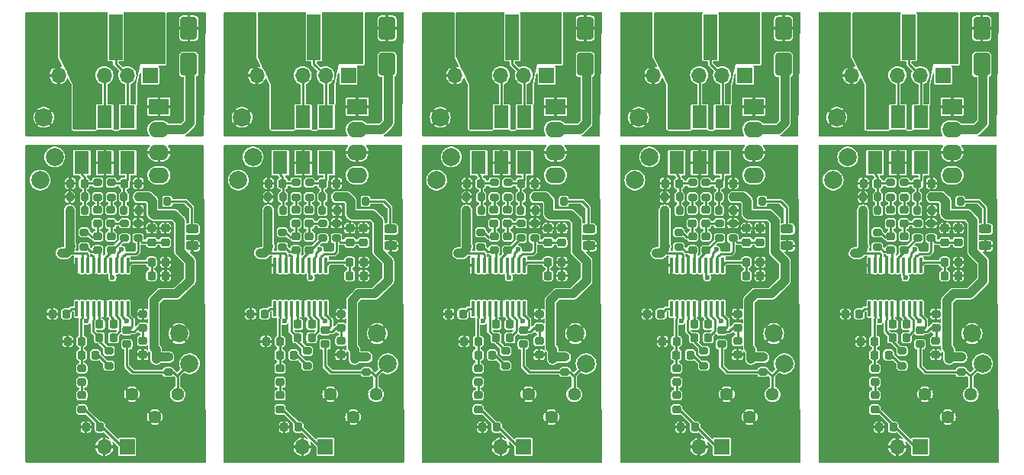
<source format=gtl>
%TF.GenerationSoftware,KiCad,Pcbnew,7.0.1*%
%TF.CreationDate,2023-10-09T01:00:06+02:00*%
%TF.ProjectId,current_probe,63757272-656e-4745-9f70-726f62652e6b,rev?*%
%TF.SameCoordinates,Original*%
%TF.FileFunction,Copper,L1,Top*%
%TF.FilePolarity,Positive*%
%FSLAX46Y46*%
G04 Gerber Fmt 4.6, Leading zero omitted, Abs format (unit mm)*
G04 Created by KiCad (PCBNEW 7.0.1) date 2023-10-09 01:00:06*
%MOMM*%
%LPD*%
G01*
G04 APERTURE LIST*
G04 Aperture macros list*
%AMRoundRect*
0 Rectangle with rounded corners*
0 $1 Rounding radius*
0 $2 $3 $4 $5 $6 $7 $8 $9 X,Y pos of 4 corners*
0 Add a 4 corners polygon primitive as box body*
4,1,4,$2,$3,$4,$5,$6,$7,$8,$9,$2,$3,0*
0 Add four circle primitives for the rounded corners*
1,1,$1+$1,$2,$3*
1,1,$1+$1,$4,$5*
1,1,$1+$1,$6,$7*
1,1,$1+$1,$8,$9*
0 Add four rect primitives between the rounded corners*
20,1,$1+$1,$2,$3,$4,$5,0*
20,1,$1+$1,$4,$5,$6,$7,0*
20,1,$1+$1,$6,$7,$8,$9,0*
20,1,$1+$1,$8,$9,$2,$3,0*%
G04 Aperture macros list end*
%TA.AperFunction,SMDPad,CuDef*%
%ADD10RoundRect,0.200000X0.275000X-0.200000X0.275000X0.200000X-0.275000X0.200000X-0.275000X-0.200000X0*%
%TD*%
%TA.AperFunction,ComponentPad*%
%ADD11R,1.700000X1.700000*%
%TD*%
%TA.AperFunction,ComponentPad*%
%ADD12O,1.700000X1.700000*%
%TD*%
%TA.AperFunction,SMDPad,CuDef*%
%ADD13RoundRect,0.225000X0.225000X0.250000X-0.225000X0.250000X-0.225000X-0.250000X0.225000X-0.250000X0*%
%TD*%
%TA.AperFunction,ComponentPad*%
%ADD14R,2.250000X1.750000*%
%TD*%
%TA.AperFunction,ComponentPad*%
%ADD15O,2.250000X1.750000*%
%TD*%
%TA.AperFunction,SMDPad,CuDef*%
%ADD16R,0.304800X1.676400*%
%TD*%
%TA.AperFunction,SMDPad,CuDef*%
%ADD17RoundRect,0.218750X0.256250X-0.218750X0.256250X0.218750X-0.256250X0.218750X-0.256250X-0.218750X0*%
%TD*%
%TA.AperFunction,SMDPad,CuDef*%
%ADD18RoundRect,0.225000X-0.250000X0.225000X-0.250000X-0.225000X0.250000X-0.225000X0.250000X0.225000X0*%
%TD*%
%TA.AperFunction,SMDPad,CuDef*%
%ADD19RoundRect,0.200000X-0.275000X0.200000X-0.275000X-0.200000X0.275000X-0.200000X0.275000X0.200000X0*%
%TD*%
%TA.AperFunction,SMDPad,CuDef*%
%ADD20RoundRect,0.200000X-0.200000X-0.275000X0.200000X-0.275000X0.200000X0.275000X-0.200000X0.275000X0*%
%TD*%
%TA.AperFunction,SMDPad,CuDef*%
%ADD21RoundRect,0.225000X-0.225000X-0.250000X0.225000X-0.250000X0.225000X0.250000X-0.225000X0.250000X0*%
%TD*%
%TA.AperFunction,SMDPad,CuDef*%
%ADD22RoundRect,0.200000X0.200000X0.275000X-0.200000X0.275000X-0.200000X-0.275000X0.200000X-0.275000X0*%
%TD*%
%TA.AperFunction,SMDPad,CuDef*%
%ADD23R,1.500000X5.080000*%
%TD*%
%TA.AperFunction,SMDPad,CuDef*%
%ADD24RoundRect,0.218750X0.218750X0.256250X-0.218750X0.256250X-0.218750X-0.256250X0.218750X-0.256250X0*%
%TD*%
%TA.AperFunction,ComponentPad*%
%ADD25C,2.000000*%
%TD*%
%TA.AperFunction,ComponentPad*%
%ADD26C,1.440000*%
%TD*%
%TA.AperFunction,SMDPad,CuDef*%
%ADD27RoundRect,0.250000X0.650000X-1.000000X0.650000X1.000000X-0.650000X1.000000X-0.650000X-1.000000X0*%
%TD*%
%TA.AperFunction,SMDPad,CuDef*%
%ADD28RoundRect,0.225000X0.250000X-0.225000X0.250000X0.225000X-0.250000X0.225000X-0.250000X-0.225000X0*%
%TD*%
%TA.AperFunction,SMDPad,CuDef*%
%ADD29RoundRect,0.218750X-0.256250X0.218750X-0.256250X-0.218750X0.256250X-0.218750X0.256250X0.218750X0*%
%TD*%
%TA.AperFunction,SMDPad,CuDef*%
%ADD30R,1.650000X2.540000*%
%TD*%
%TA.AperFunction,SMDPad,CuDef*%
%ADD31RoundRect,0.243750X0.456250X-0.243750X0.456250X0.243750X-0.456250X0.243750X-0.456250X-0.243750X0*%
%TD*%
%TA.AperFunction,ViaPad*%
%ADD32C,0.600000*%
%TD*%
%TA.AperFunction,Conductor*%
%ADD33C,0.250000*%
%TD*%
%TA.AperFunction,Conductor*%
%ADD34C,1.000000*%
%TD*%
G04 APERTURE END LIST*
D10*
%TO.P,R12,1*%
%TO.N,Net-(U1D-RCLMP)*%
X162499200Y-121075600D03*
%TO.P,R12,2*%
%TO.N,GND*%
X162499200Y-119425600D03*
%TD*%
D11*
%TO.P,J3,1,Pin_1*%
%TO.N,+VIN*%
X119824200Y-103000600D03*
D12*
%TO.P,J3,2,Pin_2*%
%TO.N,Net-(J1-In)*%
X117284200Y-103000600D03*
%TO.P,J3,3,Pin_3*%
%TO.N,Net-(J3-Pin_3)*%
X114744200Y-103000600D03*
%TO.P,J3,4,Pin_4*%
%TO.N,Net-(J1-Ext)*%
X112204200Y-103000600D03*
%TO.P,J3,5,Pin_5*%
%TO.N,GNDPWR*%
X109664200Y-103000600D03*
%TD*%
D13*
%TO.P,C4,1*%
%TO.N,Net-(U1C-+)*%
X181759319Y-130646415D03*
%TO.P,C4,2*%
%TO.N,Net-(C4-Pad2)*%
X180209319Y-130646415D03*
%TD*%
D14*
%TO.P,PS1,1,-Vin*%
%TO.N,GNDPWR*%
X120809200Y-106470600D03*
D15*
%TO.P,PS1,2,+Vin*%
%TO.N,Net-(D2-K)*%
X120809200Y-109010600D03*
%TO.P,PS1,3,-Vout*%
%TO.N,GND*%
X120809200Y-111550600D03*
%TO.P,PS1,4,+Vout*%
%TO.N,+9V*%
X120809200Y-114090600D03*
%TD*%
D16*
%TO.P,U1,1,-*%
%TO.N,Net-(U1A--)*%
X177641700Y-128913600D03*
%TO.P,U1,2,+*%
%TO.N,Net-(U1A-+)*%
X178276700Y-128913600D03*
%TO.P,U1,3,V+*%
%TO.N,Net-(U1B-V+)*%
X178911700Y-128913600D03*
%TO.P,U1,4*%
%TO.N,Net-(C7-Pad2)*%
X179546700Y-128913600D03*
%TO.P,U1,5*%
%TO.N,Net-(C4-Pad2)*%
X180181700Y-128913600D03*
%TO.P,U1,6,V-*%
%TO.N,GND*%
X180816700Y-128913600D03*
%TO.P,U1,7,+*%
%TO.N,Net-(U1C-+)*%
X181451700Y-128913600D03*
%TO.P,U1,8,-*%
%TO.N,Net-(U1C--)*%
X182086700Y-128913600D03*
%TO.P,U1,9,MODE*%
%TO.N,Net-(JP1-C)*%
X182721700Y-128913600D03*
%TO.P,U1,10,GAIN*%
%TO.N,Net-(U1D-GAIN)*%
X183356700Y-128913600D03*
%TO.P,U1,11,VCM*%
%TO.N,Net-(U1D-VCM)*%
X183356700Y-124087600D03*
%TO.P,U1,12,RCLMP*%
%TO.N,Net-(U1D-RCLMP)*%
X182721700Y-124087600D03*
%TO.P,U1,13,HILO*%
%TO.N,Net-(JP2-C)*%
X182086700Y-124087600D03*
%TO.P,U1,14,VPOS*%
%TO.N,Net-(U1D-VPOS)*%
X181451700Y-124087600D03*
%TO.P,U1,15*%
%TO.N,Net-(FB1-Pad2)*%
X180816700Y-124087600D03*
%TO.P,U1,16*%
%TO.N,Net-(FB3-Pad1)*%
X180181700Y-124087600D03*
%TO.P,U1,17,COMM*%
%TO.N,GND*%
X179546700Y-124087600D03*
%TO.P,U1,18,ENBV*%
%TO.N,+5V*%
X178911700Y-124087600D03*
%TO.P,U1,19,ENBL*%
X178276700Y-124087600D03*
%TO.P,U1,20,COMM*%
%TO.N,GND*%
X177641700Y-124087600D03*
%TD*%
D17*
%TO.P,FB3,1*%
%TO.N,Net-(FB3-Pad1)*%
X180004972Y-122443196D03*
%TO.P,FB3,2*%
%TO.N,Net-(C8-Pad2)*%
X180004972Y-120868196D03*
%TD*%
D13*
%TO.P,C9,1*%
%TO.N,Net-(U1A--)*%
X110524200Y-129500600D03*
%TO.P,C9,2*%
%TO.N,GND*%
X108974200Y-129500600D03*
%TD*%
D18*
%TO.P,C15,1*%
%TO.N,GND*%
X209499200Y-119975600D03*
%TO.P,C15,2*%
%TO.N,Net-(U1D-RCLMP)*%
X209499200Y-121525600D03*
%TD*%
D17*
%TO.P,FB2,1*%
%TO.N,Net-(D1-A1)*%
X178238904Y-140098100D03*
%TO.P,FB2,2*%
%TO.N,Net-(C6-Pad2)*%
X178238904Y-138523100D03*
%TD*%
%TO.P,FB2,1*%
%TO.N,Net-(D1-A1)*%
X200238904Y-140098100D03*
%TO.P,FB2,2*%
%TO.N,Net-(C6-Pad2)*%
X200238904Y-138523100D03*
%TD*%
D18*
%TO.P,C16,1*%
%TO.N,GND*%
X119999200Y-119975600D03*
%TO.P,C16,2*%
%TO.N,Net-(U1D-RCLMP)*%
X119999200Y-121525600D03*
%TD*%
D19*
%TO.P,R10,1*%
%TO.N,+5V*%
X121843904Y-134300896D03*
%TO.P,R10,2*%
%TO.N,Net-(FB6-Pad2)*%
X121843904Y-135950896D03*
%TD*%
D20*
%TO.P,R8,1*%
%TO.N,Net-(C3-Pad1)*%
X116924200Y-118000600D03*
%TO.P,R8,2*%
%TO.N,GND*%
X118574200Y-118000600D03*
%TD*%
D21*
%TO.P,C1,1*%
%TO.N,Net-(U1A-+)*%
X134213904Y-134060600D03*
%TO.P,C1,2*%
%TO.N,Net-(C1-Pad2)*%
X135763904Y-134060600D03*
%TD*%
D13*
%TO.P,C19,1*%
%TO.N,GND*%
X143524200Y-123750600D03*
%TO.P,C19,2*%
%TO.N,Net-(U1D-VCM)*%
X141974200Y-123750600D03*
%TD*%
D22*
%TO.P,R2,1*%
%TO.N,+5V*%
X118574200Y-116500600D03*
%TO.P,R2,2*%
%TO.N,Net-(C3-Pad1)*%
X116924200Y-116500600D03*
%TD*%
D21*
%TO.P,C10,1*%
%TO.N,GND*%
X132974200Y-115000600D03*
%TO.P,C10,2*%
%TO.N,Net-(C10-Pad2)*%
X134524200Y-115000600D03*
%TD*%
D23*
%TO.P,J1,1,In*%
%TO.N,Net-(J1-In)*%
X115999200Y-98750600D03*
%TO.P,J1,2,Ext*%
%TO.N,Net-(J1-Ext)*%
X111749200Y-98750600D03*
X120249200Y-98750600D03*
%TD*%
D21*
%TO.P,C10,1*%
%TO.N,GND*%
X154974200Y-115000600D03*
%TO.P,C10,2*%
%TO.N,Net-(C10-Pad2)*%
X156524200Y-115000600D03*
%TD*%
D18*
%TO.P,C16,1*%
%TO.N,GND*%
X207999200Y-119975600D03*
%TO.P,C16,2*%
%TO.N,Net-(U1D-RCLMP)*%
X207999200Y-121525600D03*
%TD*%
D10*
%TO.P,R4,1*%
%TO.N,Net-(FB1-Pad2)*%
X138999200Y-121075600D03*
%TO.P,R4,2*%
%TO.N,Net-(C5-Pad2)*%
X138999200Y-119425600D03*
%TD*%
D18*
%TO.P,C18,1*%
%TO.N,GND*%
X141024200Y-129500600D03*
%TO.P,C18,2*%
%TO.N,Net-(U1D-GAIN)*%
X141024200Y-131050600D03*
%TD*%
D24*
%TO.P,D1,1,A1*%
%TO.N,Net-(D1-A1)*%
X202276404Y-142060600D03*
%TO.P,D1,2,A2*%
%TO.N,GND*%
X200701404Y-142060600D03*
%TD*%
D19*
%TO.P,R10,1*%
%TO.N,+5V*%
X187843904Y-134300896D03*
%TO.P,R10,2*%
%TO.N,Net-(FB6-Pad2)*%
X187843904Y-135950896D03*
%TD*%
D13*
%TO.P,C20,1*%
%TO.N,GND*%
X121524200Y-125250600D03*
%TO.P,C20,2*%
%TO.N,Net-(U1D-VCM)*%
X119974200Y-125250600D03*
%TD*%
D25*
%TO.P,TP2,1,1*%
%TO.N,+9V*%
X153238904Y-112060600D03*
%TD*%
D22*
%TO.P,R9,1*%
%TO.N,Net-(C10-Pad2)*%
X134574200Y-116500600D03*
%TO.P,R9,2*%
%TO.N,GND*%
X132924200Y-116500600D03*
%TD*%
D10*
%TO.P,R4,1*%
%TO.N,Net-(FB1-Pad2)*%
X204999200Y-121075600D03*
%TO.P,R4,2*%
%TO.N,Net-(C5-Pad2)*%
X204999200Y-119425600D03*
%TD*%
D19*
%TO.P,R7,1*%
%TO.N,Net-(C8-Pad2)*%
X178499200Y-120425600D03*
%TO.P,R7,2*%
%TO.N,Net-(FB3-Pad1)*%
X178499200Y-122075600D03*
%TD*%
D26*
%TO.P,R11,1*%
%TO.N,Net-(FB6-Pad2)*%
X188884200Y-138425600D03*
%TO.P,R11,2*%
%TO.N,GND*%
X186344200Y-140965600D03*
%TO.P,R11,3*%
X183804200Y-138425600D03*
%TD*%
D19*
%TO.P,R10,1*%
%TO.N,+5V*%
X209843904Y-134300896D03*
%TO.P,R10,2*%
%TO.N,Net-(FB6-Pad2)*%
X209843904Y-135950896D03*
%TD*%
D22*
%TO.P,R9,1*%
%TO.N,Net-(C10-Pad2)*%
X200574200Y-116500600D03*
%TO.P,R9,2*%
%TO.N,GND*%
X198924200Y-116500600D03*
%TD*%
D17*
%TO.P,FB2,1*%
%TO.N,Net-(D1-A1)*%
X134238904Y-140098100D03*
%TO.P,FB2,2*%
%TO.N,Net-(C6-Pad2)*%
X134238904Y-138523100D03*
%TD*%
D18*
%TO.P,C18,1*%
%TO.N,GND*%
X207024200Y-129500600D03*
%TO.P,C18,2*%
%TO.N,Net-(U1D-GAIN)*%
X207024200Y-131050600D03*
%TD*%
D13*
%TO.P,C9,1*%
%TO.N,Net-(U1A--)*%
X132524200Y-129500600D03*
%TO.P,C9,2*%
%TO.N,GND*%
X130974200Y-129500600D03*
%TD*%
D25*
%TO.P,TP5,1,1*%
%TO.N,GND*%
X167024200Y-131675600D03*
%TD*%
%TO.P,TP1,1,1*%
%TO.N,Net-(FB6-Pad2)*%
X124194200Y-135015600D03*
%TD*%
D18*
%TO.P,C18,1*%
%TO.N,GND*%
X119024200Y-129500600D03*
%TO.P,C18,2*%
%TO.N,Net-(U1D-GAIN)*%
X119024200Y-131050600D03*
%TD*%
D13*
%TO.P,C2,1*%
%TO.N,Net-(U1A-+)*%
X134224530Y-132553966D03*
%TO.P,C2,2*%
%TO.N,GND*%
X132674530Y-132553966D03*
%TD*%
D16*
%TO.P,U1,1,-*%
%TO.N,Net-(U1A--)*%
X155641700Y-128913600D03*
%TO.P,U1,2,+*%
%TO.N,Net-(U1A-+)*%
X156276700Y-128913600D03*
%TO.P,U1,3,V+*%
%TO.N,Net-(U1B-V+)*%
X156911700Y-128913600D03*
%TO.P,U1,4*%
%TO.N,Net-(C7-Pad2)*%
X157546700Y-128913600D03*
%TO.P,U1,5*%
%TO.N,Net-(C4-Pad2)*%
X158181700Y-128913600D03*
%TO.P,U1,6,V-*%
%TO.N,GND*%
X158816700Y-128913600D03*
%TO.P,U1,7,+*%
%TO.N,Net-(U1C-+)*%
X159451700Y-128913600D03*
%TO.P,U1,8,-*%
%TO.N,Net-(U1C--)*%
X160086700Y-128913600D03*
%TO.P,U1,9,MODE*%
%TO.N,Net-(JP1-C)*%
X160721700Y-128913600D03*
%TO.P,U1,10,GAIN*%
%TO.N,Net-(U1D-GAIN)*%
X161356700Y-128913600D03*
%TO.P,U1,11,VCM*%
%TO.N,Net-(U1D-VCM)*%
X161356700Y-124087600D03*
%TO.P,U1,12,RCLMP*%
%TO.N,Net-(U1D-RCLMP)*%
X160721700Y-124087600D03*
%TO.P,U1,13,HILO*%
%TO.N,Net-(JP2-C)*%
X160086700Y-124087600D03*
%TO.P,U1,14,VPOS*%
%TO.N,Net-(U1D-VPOS)*%
X159451700Y-124087600D03*
%TO.P,U1,15*%
%TO.N,Net-(FB1-Pad2)*%
X158816700Y-124087600D03*
%TO.P,U1,16*%
%TO.N,Net-(FB3-Pad1)*%
X158181700Y-124087600D03*
%TO.P,U1,17,COMM*%
%TO.N,GND*%
X157546700Y-124087600D03*
%TO.P,U1,18,ENBV*%
%TO.N,+5V*%
X156911700Y-124087600D03*
%TO.P,U1,19,ENBL*%
X156276700Y-124087600D03*
%TO.P,U1,20,COMM*%
%TO.N,GND*%
X155641700Y-124087600D03*
%TD*%
D20*
%TO.P,R8,1*%
%TO.N,Net-(C3-Pad1)*%
X138924200Y-118000600D03*
%TO.P,R8,2*%
%TO.N,GND*%
X140574200Y-118000600D03*
%TD*%
D21*
%TO.P,C1,1*%
%TO.N,Net-(U1A-+)*%
X156213904Y-134060600D03*
%TO.P,C1,2*%
%TO.N,Net-(C1-Pad2)*%
X157763904Y-134060600D03*
%TD*%
D22*
%TO.P,R2,1*%
%TO.N,+5V*%
X162574200Y-116500600D03*
%TO.P,R2,2*%
%TO.N,Net-(C3-Pad1)*%
X160924200Y-116500600D03*
%TD*%
D25*
%TO.P,TP3,1,1*%
%TO.N,Net-(U2-VOUT)*%
X195613904Y-114635600D03*
%TD*%
D13*
%TO.P,C7,1*%
%TO.N,Net-(U1C--)*%
X159755220Y-132142322D03*
%TO.P,C7,2*%
%TO.N,Net-(C7-Pad2)*%
X158205220Y-132142322D03*
%TD*%
%TO.P,C7,1*%
%TO.N,Net-(U1C--)*%
X203755220Y-132142322D03*
%TO.P,C7,2*%
%TO.N,Net-(C7-Pad2)*%
X202205220Y-132142322D03*
%TD*%
D22*
%TO.P,R9,1*%
%TO.N,Net-(C10-Pad2)*%
X178574200Y-116500600D03*
%TO.P,R9,2*%
%TO.N,GND*%
X176924200Y-116500600D03*
%TD*%
D25*
%TO.P,TP2,1,1*%
%TO.N,+9V*%
X131238904Y-112060600D03*
%TD*%
%TO.P,TP4,1,1*%
%TO.N,GNDPWR*%
X174024200Y-107665600D03*
%TD*%
%TO.P,TP5,1,1*%
%TO.N,GND*%
X211024200Y-131675600D03*
%TD*%
D18*
%TO.P,C16,1*%
%TO.N,GND*%
X185999200Y-119975600D03*
%TO.P,C16,2*%
%TO.N,Net-(U1D-RCLMP)*%
X185999200Y-121525600D03*
%TD*%
D17*
%TO.P,FB2,1*%
%TO.N,Net-(D1-A1)*%
X112238904Y-140098100D03*
%TO.P,FB2,2*%
%TO.N,Net-(C6-Pad2)*%
X112238904Y-138523100D03*
%TD*%
D27*
%TO.P,D2,1,K*%
%TO.N,Net-(D2-K)*%
X124104200Y-101770600D03*
%TO.P,D2,2,A*%
%TO.N,GNDPWR*%
X124104200Y-97770600D03*
%TD*%
D14*
%TO.P,PS1,1,-Vin*%
%TO.N,GNDPWR*%
X186809200Y-106470600D03*
D15*
%TO.P,PS1,2,+Vin*%
%TO.N,Net-(D2-K)*%
X186809200Y-109010600D03*
%TO.P,PS1,3,-Vout*%
%TO.N,GND*%
X186809200Y-111550600D03*
%TO.P,PS1,4,+Vout*%
%TO.N,+9V*%
X186809200Y-114090600D03*
%TD*%
D24*
%TO.P,D1,1,A1*%
%TO.N,Net-(D1-A1)*%
X136276404Y-142060600D03*
%TO.P,D1,2,A2*%
%TO.N,GND*%
X134701404Y-142060600D03*
%TD*%
D18*
%TO.P,C8,1*%
%TO.N,Net-(C8-Pad1)*%
X113979381Y-117915145D03*
%TO.P,C8,2*%
%TO.N,Net-(C8-Pad2)*%
X113979381Y-119465145D03*
%TD*%
D10*
%TO.P,R6,1*%
%TO.N,Net-(C8-Pad1)*%
X136012051Y-116538801D03*
%TO.P,R6,2*%
%TO.N,Net-(C10-Pad2)*%
X136012051Y-114888801D03*
%TD*%
D13*
%TO.P,C2,1*%
%TO.N,Net-(U1A-+)*%
X156224530Y-132553966D03*
%TO.P,C2,2*%
%TO.N,GND*%
X154674530Y-132553966D03*
%TD*%
D25*
%TO.P,TP2,1,1*%
%TO.N,+9V*%
X175238904Y-112060600D03*
%TD*%
D20*
%TO.P,R13,1*%
%TO.N,+5V*%
X186079200Y-116995600D03*
%TO.P,R13,2*%
%TO.N,Net-(D3-A)*%
X187729200Y-116995600D03*
%TD*%
D13*
%TO.P,C9,1*%
%TO.N,Net-(U1A--)*%
X154524200Y-129500600D03*
%TO.P,C9,2*%
%TO.N,GND*%
X152974200Y-129500600D03*
%TD*%
D22*
%TO.P,R9,1*%
%TO.N,Net-(C10-Pad2)*%
X156574200Y-116500600D03*
%TO.P,R9,2*%
%TO.N,GND*%
X154924200Y-116500600D03*
%TD*%
D13*
%TO.P,C4,1*%
%TO.N,Net-(U1C-+)*%
X137759319Y-130646415D03*
%TO.P,C4,2*%
%TO.N,Net-(C4-Pad2)*%
X136209319Y-130646415D03*
%TD*%
D10*
%TO.P,R6,1*%
%TO.N,Net-(C8-Pad1)*%
X158012051Y-116538801D03*
%TO.P,R6,2*%
%TO.N,Net-(C10-Pad2)*%
X158012051Y-114888801D03*
%TD*%
D19*
%TO.P,R10,1*%
%TO.N,+5V*%
X165843904Y-134300896D03*
%TO.P,R10,2*%
%TO.N,Net-(FB6-Pad2)*%
X165843904Y-135950896D03*
%TD*%
D21*
%TO.P,C3,1*%
%TO.N,Net-(C3-Pad1)*%
X138974200Y-115000600D03*
%TO.P,C3,2*%
%TO.N,GND*%
X140524200Y-115000600D03*
%TD*%
D14*
%TO.P,PS1,1,-Vin*%
%TO.N,GNDPWR*%
X142809200Y-106470600D03*
D15*
%TO.P,PS1,2,+Vin*%
%TO.N,Net-(D2-K)*%
X142809200Y-109010600D03*
%TO.P,PS1,3,-Vout*%
%TO.N,GND*%
X142809200Y-111550600D03*
%TO.P,PS1,4,+Vout*%
%TO.N,+9V*%
X142809200Y-114090600D03*
%TD*%
D18*
%TO.P,C5,1*%
%TO.N,Net-(C5-Pad1)*%
X115462123Y-117917475D03*
%TO.P,C5,2*%
%TO.N,Net-(C5-Pad2)*%
X115462123Y-119467475D03*
%TD*%
D13*
%TO.P,C4,1*%
%TO.N,Net-(U1C-+)*%
X115759319Y-130646415D03*
%TO.P,C4,2*%
%TO.N,Net-(C4-Pad2)*%
X114209319Y-130646415D03*
%TD*%
%TO.P,C20,1*%
%TO.N,GND*%
X209524200Y-125250600D03*
%TO.P,C20,2*%
%TO.N,Net-(U1D-VCM)*%
X207974200Y-125250600D03*
%TD*%
D10*
%TO.P,R1,1*%
%TO.N,Net-(C1-Pad2)*%
X115261341Y-135243501D03*
%TO.P,R1,2*%
%TO.N,Net-(C7-Pad2)*%
X115261341Y-133593501D03*
%TD*%
D18*
%TO.P,C16,1*%
%TO.N,GND*%
X141999200Y-119975600D03*
%TO.P,C16,2*%
%TO.N,Net-(U1D-RCLMP)*%
X141999200Y-121525600D03*
%TD*%
D20*
%TO.P,R3,1*%
%TO.N,+5V*%
X176924200Y-118000600D03*
%TO.P,R3,2*%
%TO.N,Net-(C10-Pad2)*%
X178574200Y-118000600D03*
%TD*%
D28*
%TO.P,C17,1*%
%TO.N,GND*%
X184999200Y-134025600D03*
%TO.P,C17,2*%
%TO.N,Net-(U1D-GAIN)*%
X184999200Y-132475600D03*
%TD*%
D18*
%TO.P,C6,1*%
%TO.N,Net-(U1A-+)*%
X178238904Y-135535600D03*
%TO.P,C6,2*%
%TO.N,Net-(C6-Pad2)*%
X178238904Y-137085600D03*
%TD*%
D16*
%TO.P,U1,1,-*%
%TO.N,Net-(U1A--)*%
X133641700Y-128913600D03*
%TO.P,U1,2,+*%
%TO.N,Net-(U1A-+)*%
X134276700Y-128913600D03*
%TO.P,U1,3,V+*%
%TO.N,Net-(U1B-V+)*%
X134911700Y-128913600D03*
%TO.P,U1,4*%
%TO.N,Net-(C7-Pad2)*%
X135546700Y-128913600D03*
%TO.P,U1,5*%
%TO.N,Net-(C4-Pad2)*%
X136181700Y-128913600D03*
%TO.P,U1,6,V-*%
%TO.N,GND*%
X136816700Y-128913600D03*
%TO.P,U1,7,+*%
%TO.N,Net-(U1C-+)*%
X137451700Y-128913600D03*
%TO.P,U1,8,-*%
%TO.N,Net-(U1C--)*%
X138086700Y-128913600D03*
%TO.P,U1,9,MODE*%
%TO.N,Net-(JP1-C)*%
X138721700Y-128913600D03*
%TO.P,U1,10,GAIN*%
%TO.N,Net-(U1D-GAIN)*%
X139356700Y-128913600D03*
%TO.P,U1,11,VCM*%
%TO.N,Net-(U1D-VCM)*%
X139356700Y-124087600D03*
%TO.P,U1,12,RCLMP*%
%TO.N,Net-(U1D-RCLMP)*%
X138721700Y-124087600D03*
%TO.P,U1,13,HILO*%
%TO.N,Net-(JP2-C)*%
X138086700Y-124087600D03*
%TO.P,U1,14,VPOS*%
%TO.N,Net-(U1D-VPOS)*%
X137451700Y-124087600D03*
%TO.P,U1,15*%
%TO.N,Net-(FB1-Pad2)*%
X136816700Y-124087600D03*
%TO.P,U1,16*%
%TO.N,Net-(FB3-Pad1)*%
X136181700Y-124087600D03*
%TO.P,U1,17,COMM*%
%TO.N,GND*%
X135546700Y-124087600D03*
%TO.P,U1,18,ENBV*%
%TO.N,+5V*%
X134911700Y-124087600D03*
%TO.P,U1,19,ENBL*%
X134276700Y-124087600D03*
%TO.P,U1,20,COMM*%
%TO.N,GND*%
X133641700Y-124087600D03*
%TD*%
D11*
%TO.P,J3,1,Pin_1*%
%TO.N,+VIN*%
X185824200Y-103000600D03*
D12*
%TO.P,J3,2,Pin_2*%
%TO.N,Net-(J1-In)*%
X183284200Y-103000600D03*
%TO.P,J3,3,Pin_3*%
%TO.N,Net-(J3-Pin_3)*%
X180744200Y-103000600D03*
%TO.P,J3,4,Pin_4*%
%TO.N,Net-(J1-Ext)*%
X178204200Y-103000600D03*
%TO.P,J3,5,Pin_5*%
%TO.N,GNDPWR*%
X175664200Y-103000600D03*
%TD*%
D18*
%TO.P,C15,1*%
%TO.N,GND*%
X121499200Y-119975600D03*
%TO.P,C15,2*%
%TO.N,Net-(U1D-RCLMP)*%
X121499200Y-121525600D03*
%TD*%
D25*
%TO.P,TP2,1,1*%
%TO.N,+9V*%
X109238904Y-112060600D03*
%TD*%
D17*
%TO.P,FB2,1*%
%TO.N,Net-(D1-A1)*%
X156238904Y-140098100D03*
%TO.P,FB2,2*%
%TO.N,Net-(C6-Pad2)*%
X156238904Y-138523100D03*
%TD*%
D11*
%TO.P,J2,1,Pin_1*%
%TO.N,Net-(D1-A1)*%
X205274200Y-144250600D03*
D12*
%TO.P,J2,2,Pin_2*%
%TO.N,GND*%
X202734200Y-144250600D03*
%TD*%
D13*
%TO.P,C7,1*%
%TO.N,Net-(U1C--)*%
X181755220Y-132142322D03*
%TO.P,C7,2*%
%TO.N,Net-(C7-Pad2)*%
X180205220Y-132142322D03*
%TD*%
D10*
%TO.P,R12,1*%
%TO.N,Net-(U1D-RCLMP)*%
X184499200Y-121075600D03*
%TO.P,R12,2*%
%TO.N,GND*%
X184499200Y-119425600D03*
%TD*%
D22*
%TO.P,R2,1*%
%TO.N,+5V*%
X206574200Y-116500600D03*
%TO.P,R2,2*%
%TO.N,Net-(C3-Pad1)*%
X204924200Y-116500600D03*
%TD*%
D25*
%TO.P,TP1,1,1*%
%TO.N,Net-(FB6-Pad2)*%
X146194200Y-135015600D03*
%TD*%
D16*
%TO.P,U1,1,-*%
%TO.N,Net-(U1A--)*%
X111641700Y-128913600D03*
%TO.P,U1,2,+*%
%TO.N,Net-(U1A-+)*%
X112276700Y-128913600D03*
%TO.P,U1,3,V+*%
%TO.N,Net-(U1B-V+)*%
X112911700Y-128913600D03*
%TO.P,U1,4*%
%TO.N,Net-(C7-Pad2)*%
X113546700Y-128913600D03*
%TO.P,U1,5*%
%TO.N,Net-(C4-Pad2)*%
X114181700Y-128913600D03*
%TO.P,U1,6,V-*%
%TO.N,GND*%
X114816700Y-128913600D03*
%TO.P,U1,7,+*%
%TO.N,Net-(U1C-+)*%
X115451700Y-128913600D03*
%TO.P,U1,8,-*%
%TO.N,Net-(U1C--)*%
X116086700Y-128913600D03*
%TO.P,U1,9,MODE*%
%TO.N,Net-(JP1-C)*%
X116721700Y-128913600D03*
%TO.P,U1,10,GAIN*%
%TO.N,Net-(U1D-GAIN)*%
X117356700Y-128913600D03*
%TO.P,U1,11,VCM*%
%TO.N,Net-(U1D-VCM)*%
X117356700Y-124087600D03*
%TO.P,U1,12,RCLMP*%
%TO.N,Net-(U1D-RCLMP)*%
X116721700Y-124087600D03*
%TO.P,U1,13,HILO*%
%TO.N,Net-(JP2-C)*%
X116086700Y-124087600D03*
%TO.P,U1,14,VPOS*%
%TO.N,Net-(U1D-VPOS)*%
X115451700Y-124087600D03*
%TO.P,U1,15*%
%TO.N,Net-(FB1-Pad2)*%
X114816700Y-124087600D03*
%TO.P,U1,16*%
%TO.N,Net-(FB3-Pad1)*%
X114181700Y-124087600D03*
%TO.P,U1,17,COMM*%
%TO.N,GND*%
X113546700Y-124087600D03*
%TO.P,U1,18,ENBV*%
%TO.N,+5V*%
X112911700Y-124087600D03*
%TO.P,U1,19,ENBL*%
X112276700Y-124087600D03*
%TO.P,U1,20,COMM*%
%TO.N,GND*%
X111641700Y-124087600D03*
%TD*%
D10*
%TO.P,R12,1*%
%TO.N,Net-(U1D-RCLMP)*%
X206499200Y-121075600D03*
%TO.P,R12,2*%
%TO.N,GND*%
X206499200Y-119425600D03*
%TD*%
D13*
%TO.P,C19,1*%
%TO.N,GND*%
X121524200Y-123750600D03*
%TO.P,C19,2*%
%TO.N,Net-(U1D-VCM)*%
X119974200Y-123750600D03*
%TD*%
D24*
%TO.P,D1,1,A1*%
%TO.N,Net-(D1-A1)*%
X114276404Y-142060600D03*
%TO.P,D1,2,A2*%
%TO.N,GND*%
X112701404Y-142060600D03*
%TD*%
D18*
%TO.P,C15,1*%
%TO.N,GND*%
X143499200Y-119975600D03*
%TO.P,C15,2*%
%TO.N,Net-(U1D-RCLMP)*%
X143499200Y-121525600D03*
%TD*%
D10*
%TO.P,R1,1*%
%TO.N,Net-(C1-Pad2)*%
X203261341Y-135243501D03*
%TO.P,R1,2*%
%TO.N,Net-(C7-Pad2)*%
X203261341Y-133593501D03*
%TD*%
D19*
%TO.P,R10,1*%
%TO.N,+5V*%
X143843904Y-134300896D03*
%TO.P,R10,2*%
%TO.N,Net-(FB6-Pad2)*%
X143843904Y-135950896D03*
%TD*%
D11*
%TO.P,J2,1,Pin_1*%
%TO.N,Net-(D1-A1)*%
X183274200Y-144250600D03*
D12*
%TO.P,J2,2,Pin_2*%
%TO.N,GND*%
X180734200Y-144250600D03*
%TD*%
D26*
%TO.P,R11,1*%
%TO.N,Net-(FB6-Pad2)*%
X122884200Y-138425600D03*
%TO.P,R11,2*%
%TO.N,GND*%
X120344200Y-140965600D03*
%TO.P,R11,3*%
X117804200Y-138425600D03*
%TD*%
D24*
%TO.P,D1,1,A1*%
%TO.N,Net-(D1-A1)*%
X180276404Y-142060600D03*
%TO.P,D1,2,A2*%
%TO.N,GND*%
X178701404Y-142060600D03*
%TD*%
D17*
%TO.P,FB3,1*%
%TO.N,Net-(FB3-Pad1)*%
X136004972Y-122443196D03*
%TO.P,FB3,2*%
%TO.N,Net-(C8-Pad2)*%
X136004972Y-120868196D03*
%TD*%
D29*
%TO.P,FB1,1*%
%TO.N,Net-(C5-Pad2)*%
X203497395Y-120871256D03*
%TO.P,FB1,2*%
%TO.N,Net-(FB1-Pad2)*%
X203497395Y-122446256D03*
%TD*%
D20*
%TO.P,R3,1*%
%TO.N,+5V*%
X110924200Y-118000600D03*
%TO.P,R3,2*%
%TO.N,Net-(C10-Pad2)*%
X112574200Y-118000600D03*
%TD*%
D16*
%TO.P,U1,1,-*%
%TO.N,Net-(U1A--)*%
X199641700Y-128913600D03*
%TO.P,U1,2,+*%
%TO.N,Net-(U1A-+)*%
X200276700Y-128913600D03*
%TO.P,U1,3,V+*%
%TO.N,Net-(U1B-V+)*%
X200911700Y-128913600D03*
%TO.P,U1,4*%
%TO.N,Net-(C7-Pad2)*%
X201546700Y-128913600D03*
%TO.P,U1,5*%
%TO.N,Net-(C4-Pad2)*%
X202181700Y-128913600D03*
%TO.P,U1,6,V-*%
%TO.N,GND*%
X202816700Y-128913600D03*
%TO.P,U1,7,+*%
%TO.N,Net-(U1C-+)*%
X203451700Y-128913600D03*
%TO.P,U1,8,-*%
%TO.N,Net-(U1C--)*%
X204086700Y-128913600D03*
%TO.P,U1,9,MODE*%
%TO.N,Net-(JP1-C)*%
X204721700Y-128913600D03*
%TO.P,U1,10,GAIN*%
%TO.N,Net-(U1D-GAIN)*%
X205356700Y-128913600D03*
%TO.P,U1,11,VCM*%
%TO.N,Net-(U1D-VCM)*%
X205356700Y-124087600D03*
%TO.P,U1,12,RCLMP*%
%TO.N,Net-(U1D-RCLMP)*%
X204721700Y-124087600D03*
%TO.P,U1,13,HILO*%
%TO.N,Net-(JP2-C)*%
X204086700Y-124087600D03*
%TO.P,U1,14,VPOS*%
%TO.N,Net-(U1D-VPOS)*%
X203451700Y-124087600D03*
%TO.P,U1,15*%
%TO.N,Net-(FB1-Pad2)*%
X202816700Y-124087600D03*
%TO.P,U1,16*%
%TO.N,Net-(FB3-Pad1)*%
X202181700Y-124087600D03*
%TO.P,U1,17,COMM*%
%TO.N,GND*%
X201546700Y-124087600D03*
%TO.P,U1,18,ENBV*%
%TO.N,+5V*%
X200911700Y-124087600D03*
%TO.P,U1,19,ENBL*%
X200276700Y-124087600D03*
%TO.P,U1,20,COMM*%
%TO.N,GND*%
X199641700Y-124087600D03*
%TD*%
D13*
%TO.P,C7,1*%
%TO.N,Net-(U1C--)*%
X137755220Y-132142322D03*
%TO.P,C7,2*%
%TO.N,Net-(C7-Pad2)*%
X136205220Y-132142322D03*
%TD*%
D29*
%TO.P,FB6,1*%
%TO.N,Net-(U1D-GAIN)*%
X161237556Y-131282976D03*
%TO.P,FB6,2*%
%TO.N,Net-(FB6-Pad2)*%
X161237556Y-132857976D03*
%TD*%
D13*
%TO.P,C9,1*%
%TO.N,Net-(U1A--)*%
X198524200Y-129500600D03*
%TO.P,C9,2*%
%TO.N,GND*%
X196974200Y-129500600D03*
%TD*%
D18*
%TO.P,C15,1*%
%TO.N,GND*%
X165499200Y-119975600D03*
%TO.P,C15,2*%
%TO.N,Net-(U1D-RCLMP)*%
X165499200Y-121525600D03*
%TD*%
D10*
%TO.P,R4,1*%
%TO.N,Net-(FB1-Pad2)*%
X160999200Y-121075600D03*
%TO.P,R4,2*%
%TO.N,Net-(C5-Pad2)*%
X160999200Y-119425600D03*
%TD*%
D27*
%TO.P,D2,1,K*%
%TO.N,Net-(D2-K)*%
X190104200Y-101770600D03*
%TO.P,D2,2,A*%
%TO.N,GNDPWR*%
X190104200Y-97770600D03*
%TD*%
D21*
%TO.P,C1,1*%
%TO.N,Net-(U1A-+)*%
X178213904Y-134060600D03*
%TO.P,C1,2*%
%TO.N,Net-(C1-Pad2)*%
X179763904Y-134060600D03*
%TD*%
D20*
%TO.P,R8,1*%
%TO.N,Net-(C3-Pad1)*%
X204924200Y-118000600D03*
%TO.P,R8,2*%
%TO.N,GND*%
X206574200Y-118000600D03*
%TD*%
D11*
%TO.P,J3,1,Pin_1*%
%TO.N,+VIN*%
X163824200Y-103000600D03*
D12*
%TO.P,J3,2,Pin_2*%
%TO.N,Net-(J1-In)*%
X161284200Y-103000600D03*
%TO.P,J3,3,Pin_3*%
%TO.N,Net-(J3-Pin_3)*%
X158744200Y-103000600D03*
%TO.P,J3,4,Pin_4*%
%TO.N,Net-(J1-Ext)*%
X156204200Y-103000600D03*
%TO.P,J3,5,Pin_5*%
%TO.N,GNDPWR*%
X153664200Y-103000600D03*
%TD*%
D26*
%TO.P,R11,1*%
%TO.N,Net-(FB6-Pad2)*%
X144884200Y-138425600D03*
%TO.P,R11,2*%
%TO.N,GND*%
X142344200Y-140965600D03*
%TO.P,R11,3*%
X139804200Y-138425600D03*
%TD*%
D13*
%TO.P,C4,1*%
%TO.N,Net-(U1C-+)*%
X203759319Y-130646415D03*
%TO.P,C4,2*%
%TO.N,Net-(C4-Pad2)*%
X202209319Y-130646415D03*
%TD*%
D30*
%TO.P,TR1,1*%
%TO.N,Net-(C10-Pad2)*%
X134264200Y-112705600D03*
%TO.P,TR1,2*%
%TO.N,GND*%
X136804200Y-112705600D03*
%TO.P,TR1,3*%
%TO.N,Net-(C3-Pad1)*%
X139344200Y-112705600D03*
%TO.P,TR1,4*%
%TO.N,Net-(J1-In)*%
X139344200Y-107625600D03*
%TO.P,TR1,5*%
%TO.N,Net-(J3-Pin_3)*%
X136804200Y-107625600D03*
%TO.P,TR1,6*%
%TO.N,Net-(J1-Ext)*%
X134264200Y-107625600D03*
%TD*%
D27*
%TO.P,D2,1,K*%
%TO.N,Net-(D2-K)*%
X168104200Y-101770600D03*
%TO.P,D2,2,A*%
%TO.N,GNDPWR*%
X168104200Y-97770600D03*
%TD*%
D13*
%TO.P,C9,1*%
%TO.N,Net-(U1A--)*%
X176524200Y-129500600D03*
%TO.P,C9,2*%
%TO.N,GND*%
X174974200Y-129500600D03*
%TD*%
D29*
%TO.P,FB6,1*%
%TO.N,Net-(U1D-GAIN)*%
X205237556Y-131282976D03*
%TO.P,FB6,2*%
%TO.N,Net-(FB6-Pad2)*%
X205237556Y-132857976D03*
%TD*%
D20*
%TO.P,R13,1*%
%TO.N,+5V*%
X164079200Y-116995600D03*
%TO.P,R13,2*%
%TO.N,Net-(D3-A)*%
X165729200Y-116995600D03*
%TD*%
D18*
%TO.P,C5,1*%
%TO.N,Net-(C5-Pad1)*%
X137462123Y-117917475D03*
%TO.P,C5,2*%
%TO.N,Net-(C5-Pad2)*%
X137462123Y-119467475D03*
%TD*%
D13*
%TO.P,C19,1*%
%TO.N,GND*%
X187524200Y-123750600D03*
%TO.P,C19,2*%
%TO.N,Net-(U1D-VCM)*%
X185974200Y-123750600D03*
%TD*%
D23*
%TO.P,J1,1,In*%
%TO.N,Net-(J1-In)*%
X137999200Y-98750600D03*
%TO.P,J1,2,Ext*%
%TO.N,Net-(J1-Ext)*%
X133749200Y-98750600D03*
X142249200Y-98750600D03*
%TD*%
D25*
%TO.P,TP1,1,1*%
%TO.N,Net-(FB6-Pad2)*%
X212194200Y-135015600D03*
%TD*%
%TO.P,TP3,1,1*%
%TO.N,Net-(U2-VOUT)*%
X151613904Y-114635600D03*
%TD*%
D17*
%TO.P,FB3,1*%
%TO.N,Net-(FB3-Pad1)*%
X158004972Y-122443196D03*
%TO.P,FB3,2*%
%TO.N,Net-(C8-Pad2)*%
X158004972Y-120868196D03*
%TD*%
D29*
%TO.P,FB1,1*%
%TO.N,Net-(C5-Pad2)*%
X181497395Y-120871256D03*
%TO.P,FB1,2*%
%TO.N,Net-(FB1-Pad2)*%
X181497395Y-122446256D03*
%TD*%
D10*
%TO.P,R12,1*%
%TO.N,Net-(U1D-RCLMP)*%
X140499200Y-121075600D03*
%TO.P,R12,2*%
%TO.N,GND*%
X140499200Y-119425600D03*
%TD*%
%TO.P,R5,1*%
%TO.N,Net-(C5-Pad1)*%
X137521496Y-116552371D03*
%TO.P,R5,2*%
%TO.N,Net-(C3-Pad1)*%
X137521496Y-114902371D03*
%TD*%
D29*
%TO.P,FB1,1*%
%TO.N,Net-(C5-Pad2)*%
X115497395Y-120871256D03*
%TO.P,FB1,2*%
%TO.N,Net-(FB1-Pad2)*%
X115497395Y-122446256D03*
%TD*%
D31*
%TO.P,D3,1,K*%
%TO.N,GND*%
X168499200Y-121938100D03*
%TO.P,D3,2,A*%
%TO.N,Net-(D3-A)*%
X168499200Y-120063100D03*
%TD*%
D10*
%TO.P,R4,1*%
%TO.N,Net-(FB1-Pad2)*%
X116999200Y-121075600D03*
%TO.P,R4,2*%
%TO.N,Net-(C5-Pad2)*%
X116999200Y-119425600D03*
%TD*%
D29*
%TO.P,FB6,1*%
%TO.N,Net-(U1D-GAIN)*%
X183237556Y-131282976D03*
%TO.P,FB6,2*%
%TO.N,Net-(FB6-Pad2)*%
X183237556Y-132857976D03*
%TD*%
D26*
%TO.P,R11,1*%
%TO.N,Net-(FB6-Pad2)*%
X210884200Y-138425600D03*
%TO.P,R11,2*%
%TO.N,GND*%
X208344200Y-140965600D03*
%TO.P,R11,3*%
X205804200Y-138425600D03*
%TD*%
D18*
%TO.P,C6,1*%
%TO.N,Net-(U1A-+)*%
X112238904Y-135535600D03*
%TO.P,C6,2*%
%TO.N,Net-(C6-Pad2)*%
X112238904Y-137085600D03*
%TD*%
D26*
%TO.P,R11,1*%
%TO.N,Net-(FB6-Pad2)*%
X166884200Y-138425600D03*
%TO.P,R11,2*%
%TO.N,GND*%
X164344200Y-140965600D03*
%TO.P,R11,3*%
X161804200Y-138425600D03*
%TD*%
D13*
%TO.P,C2,1*%
%TO.N,Net-(U1A-+)*%
X178224530Y-132553966D03*
%TO.P,C2,2*%
%TO.N,GND*%
X176674530Y-132553966D03*
%TD*%
D11*
%TO.P,J2,1,Pin_1*%
%TO.N,Net-(D1-A1)*%
X139274200Y-144250600D03*
D12*
%TO.P,J2,2,Pin_2*%
%TO.N,GND*%
X136734200Y-144250600D03*
%TD*%
D10*
%TO.P,R5,1*%
%TO.N,Net-(C5-Pad1)*%
X159521496Y-116552371D03*
%TO.P,R5,2*%
%TO.N,Net-(C3-Pad1)*%
X159521496Y-114902371D03*
%TD*%
D22*
%TO.P,R2,1*%
%TO.N,+5V*%
X140574200Y-116500600D03*
%TO.P,R2,2*%
%TO.N,Net-(C3-Pad1)*%
X138924200Y-116500600D03*
%TD*%
D10*
%TO.P,R1,1*%
%TO.N,Net-(C1-Pad2)*%
X137261341Y-135243501D03*
%TO.P,R1,2*%
%TO.N,Net-(C7-Pad2)*%
X137261341Y-133593501D03*
%TD*%
D25*
%TO.P,TP2,1,1*%
%TO.N,+9V*%
X197238904Y-112060600D03*
%TD*%
D10*
%TO.P,R1,1*%
%TO.N,Net-(C1-Pad2)*%
X181261341Y-135243501D03*
%TO.P,R1,2*%
%TO.N,Net-(C7-Pad2)*%
X181261341Y-133593501D03*
%TD*%
%TO.P,R5,1*%
%TO.N,Net-(C5-Pad1)*%
X115521496Y-116552371D03*
%TO.P,R5,2*%
%TO.N,Net-(C3-Pad1)*%
X115521496Y-114902371D03*
%TD*%
D27*
%TO.P,D2,1,K*%
%TO.N,Net-(D2-K)*%
X212104200Y-101770600D03*
%TO.P,D2,2,A*%
%TO.N,GNDPWR*%
X212104200Y-97770600D03*
%TD*%
D23*
%TO.P,J1,1,In*%
%TO.N,Net-(J1-In)*%
X159999200Y-98750600D03*
%TO.P,J1,2,Ext*%
%TO.N,Net-(J1-Ext)*%
X155749200Y-98750600D03*
X164249200Y-98750600D03*
%TD*%
D29*
%TO.P,FB1,1*%
%TO.N,Net-(C5-Pad2)*%
X159497395Y-120871256D03*
%TO.P,FB1,2*%
%TO.N,Net-(FB1-Pad2)*%
X159497395Y-122446256D03*
%TD*%
D18*
%TO.P,C6,1*%
%TO.N,Net-(U1A-+)*%
X200238904Y-135535600D03*
%TO.P,C6,2*%
%TO.N,Net-(C6-Pad2)*%
X200238904Y-137085600D03*
%TD*%
%TO.P,C5,1*%
%TO.N,Net-(C5-Pad1)*%
X159462123Y-117917475D03*
%TO.P,C5,2*%
%TO.N,Net-(C5-Pad2)*%
X159462123Y-119467475D03*
%TD*%
%TO.P,C8,1*%
%TO.N,Net-(C8-Pad1)*%
X157979381Y-117915145D03*
%TO.P,C8,2*%
%TO.N,Net-(C8-Pad2)*%
X157979381Y-119465145D03*
%TD*%
%TO.P,C6,1*%
%TO.N,Net-(U1A-+)*%
X134238904Y-135535600D03*
%TO.P,C6,2*%
%TO.N,Net-(C6-Pad2)*%
X134238904Y-137085600D03*
%TD*%
D20*
%TO.P,R13,1*%
%TO.N,+5V*%
X142079200Y-116995600D03*
%TO.P,R13,2*%
%TO.N,Net-(D3-A)*%
X143729200Y-116995600D03*
%TD*%
D29*
%TO.P,FB6,1*%
%TO.N,Net-(U1D-GAIN)*%
X139237556Y-131282976D03*
%TO.P,FB6,2*%
%TO.N,Net-(FB6-Pad2)*%
X139237556Y-132857976D03*
%TD*%
D28*
%TO.P,C17,1*%
%TO.N,GND*%
X206999200Y-134025600D03*
%TO.P,C17,2*%
%TO.N,Net-(U1D-GAIN)*%
X206999200Y-132475600D03*
%TD*%
D25*
%TO.P,TP4,1,1*%
%TO.N,GNDPWR*%
X108024200Y-107665600D03*
%TD*%
D19*
%TO.P,R7,1*%
%TO.N,Net-(C8-Pad2)*%
X156499200Y-120425600D03*
%TO.P,R7,2*%
%TO.N,Net-(FB3-Pad1)*%
X156499200Y-122075600D03*
%TD*%
D21*
%TO.P,C1,1*%
%TO.N,Net-(U1A-+)*%
X200213904Y-134060600D03*
%TO.P,C1,2*%
%TO.N,Net-(C1-Pad2)*%
X201763904Y-134060600D03*
%TD*%
D17*
%TO.P,FB3,1*%
%TO.N,Net-(FB3-Pad1)*%
X114004972Y-122443196D03*
%TO.P,FB3,2*%
%TO.N,Net-(C8-Pad2)*%
X114004972Y-120868196D03*
%TD*%
D25*
%TO.P,TP4,1,1*%
%TO.N,GNDPWR*%
X130024200Y-107665600D03*
%TD*%
D10*
%TO.P,R6,1*%
%TO.N,Net-(C8-Pad1)*%
X202012051Y-116538801D03*
%TO.P,R6,2*%
%TO.N,Net-(C10-Pad2)*%
X202012051Y-114888801D03*
%TD*%
%TO.P,R5,1*%
%TO.N,Net-(C5-Pad1)*%
X181521496Y-116552371D03*
%TO.P,R5,2*%
%TO.N,Net-(C3-Pad1)*%
X181521496Y-114902371D03*
%TD*%
D25*
%TO.P,TP5,1,1*%
%TO.N,GND*%
X145024200Y-131675600D03*
%TD*%
D21*
%TO.P,C10,1*%
%TO.N,GND*%
X110974200Y-115000600D03*
%TO.P,C10,2*%
%TO.N,Net-(C10-Pad2)*%
X112524200Y-115000600D03*
%TD*%
D20*
%TO.P,R13,1*%
%TO.N,+5V*%
X208079200Y-116995600D03*
%TO.P,R13,2*%
%TO.N,Net-(D3-A)*%
X209729200Y-116995600D03*
%TD*%
D31*
%TO.P,D3,1,K*%
%TO.N,GND*%
X190499200Y-121938100D03*
%TO.P,D3,2,A*%
%TO.N,Net-(D3-A)*%
X190499200Y-120063100D03*
%TD*%
D24*
%TO.P,D1,1,A1*%
%TO.N,Net-(D1-A1)*%
X158276404Y-142060600D03*
%TO.P,D1,2,A2*%
%TO.N,GND*%
X156701404Y-142060600D03*
%TD*%
D25*
%TO.P,TP4,1,1*%
%TO.N,GNDPWR*%
X152024200Y-107665600D03*
%TD*%
D19*
%TO.P,R7,1*%
%TO.N,Net-(C8-Pad2)*%
X134499200Y-120425600D03*
%TO.P,R7,2*%
%TO.N,Net-(FB3-Pad1)*%
X134499200Y-122075600D03*
%TD*%
D13*
%TO.P,C2,1*%
%TO.N,Net-(U1A-+)*%
X200224530Y-132553966D03*
%TO.P,C2,2*%
%TO.N,GND*%
X198674530Y-132553966D03*
%TD*%
D22*
%TO.P,R2,1*%
%TO.N,+5V*%
X184574200Y-116500600D03*
%TO.P,R2,2*%
%TO.N,Net-(C3-Pad1)*%
X182924200Y-116500600D03*
%TD*%
D19*
%TO.P,R7,1*%
%TO.N,Net-(C8-Pad2)*%
X112499200Y-120425600D03*
%TO.P,R7,2*%
%TO.N,Net-(FB3-Pad1)*%
X112499200Y-122075600D03*
%TD*%
D10*
%TO.P,R12,1*%
%TO.N,Net-(U1D-RCLMP)*%
X118499200Y-121075600D03*
%TO.P,R12,2*%
%TO.N,GND*%
X118499200Y-119425600D03*
%TD*%
D23*
%TO.P,J1,1,In*%
%TO.N,Net-(J1-In)*%
X181999200Y-98750600D03*
%TO.P,J1,2,Ext*%
%TO.N,Net-(J1-Ext)*%
X177749200Y-98750600D03*
X186249200Y-98750600D03*
%TD*%
D13*
%TO.P,C4,1*%
%TO.N,Net-(U1C-+)*%
X159759319Y-130646415D03*
%TO.P,C4,2*%
%TO.N,Net-(C4-Pad2)*%
X158209319Y-130646415D03*
%TD*%
D28*
%TO.P,C17,1*%
%TO.N,GND*%
X162999200Y-134025600D03*
%TO.P,C17,2*%
%TO.N,Net-(U1D-GAIN)*%
X162999200Y-132475600D03*
%TD*%
D27*
%TO.P,D2,1,K*%
%TO.N,Net-(D2-K)*%
X146104200Y-101770600D03*
%TO.P,D2,2,A*%
%TO.N,GNDPWR*%
X146104200Y-97770600D03*
%TD*%
D10*
%TO.P,R6,1*%
%TO.N,Net-(C8-Pad1)*%
X114012051Y-116538801D03*
%TO.P,R6,2*%
%TO.N,Net-(C10-Pad2)*%
X114012051Y-114888801D03*
%TD*%
D25*
%TO.P,TP3,1,1*%
%TO.N,Net-(U2-VOUT)*%
X173613904Y-114635600D03*
%TD*%
%TO.P,TP4,1,1*%
%TO.N,GNDPWR*%
X196024200Y-107665600D03*
%TD*%
D18*
%TO.P,C15,1*%
%TO.N,GND*%
X187499200Y-119975600D03*
%TO.P,C15,2*%
%TO.N,Net-(U1D-RCLMP)*%
X187499200Y-121525600D03*
%TD*%
D21*
%TO.P,C3,1*%
%TO.N,Net-(C3-Pad1)*%
X160974200Y-115000600D03*
%TO.P,C3,2*%
%TO.N,GND*%
X162524200Y-115000600D03*
%TD*%
D29*
%TO.P,FB1,1*%
%TO.N,Net-(C5-Pad2)*%
X137497395Y-120871256D03*
%TO.P,FB1,2*%
%TO.N,Net-(FB1-Pad2)*%
X137497395Y-122446256D03*
%TD*%
D25*
%TO.P,TP5,1,1*%
%TO.N,GND*%
X123024200Y-131675600D03*
%TD*%
D14*
%TO.P,PS1,1,-Vin*%
%TO.N,GNDPWR*%
X164809200Y-106470600D03*
D15*
%TO.P,PS1,2,+Vin*%
%TO.N,Net-(D2-K)*%
X164809200Y-109010600D03*
%TO.P,PS1,3,-Vout*%
%TO.N,GND*%
X164809200Y-111550600D03*
%TO.P,PS1,4,+Vout*%
%TO.N,+9V*%
X164809200Y-114090600D03*
%TD*%
D18*
%TO.P,C6,1*%
%TO.N,Net-(U1A-+)*%
X156238904Y-135535600D03*
%TO.P,C6,2*%
%TO.N,Net-(C6-Pad2)*%
X156238904Y-137085600D03*
%TD*%
D10*
%TO.P,R6,1*%
%TO.N,Net-(C8-Pad1)*%
X180012051Y-116538801D03*
%TO.P,R6,2*%
%TO.N,Net-(C10-Pad2)*%
X180012051Y-114888801D03*
%TD*%
D30*
%TO.P,TR1,1*%
%TO.N,Net-(C10-Pad2)*%
X156264200Y-112705600D03*
%TO.P,TR1,2*%
%TO.N,GND*%
X158804200Y-112705600D03*
%TO.P,TR1,3*%
%TO.N,Net-(C3-Pad1)*%
X161344200Y-112705600D03*
%TO.P,TR1,4*%
%TO.N,Net-(J1-In)*%
X161344200Y-107625600D03*
%TO.P,TR1,5*%
%TO.N,Net-(J3-Pin_3)*%
X158804200Y-107625600D03*
%TO.P,TR1,6*%
%TO.N,Net-(J1-Ext)*%
X156264200Y-107625600D03*
%TD*%
D13*
%TO.P,C19,1*%
%TO.N,GND*%
X209524200Y-123750600D03*
%TO.P,C19,2*%
%TO.N,Net-(U1D-VCM)*%
X207974200Y-123750600D03*
%TD*%
D10*
%TO.P,R5,1*%
%TO.N,Net-(C5-Pad1)*%
X203521496Y-116552371D03*
%TO.P,R5,2*%
%TO.N,Net-(C3-Pad1)*%
X203521496Y-114902371D03*
%TD*%
D31*
%TO.P,D3,1,K*%
%TO.N,GND*%
X124499200Y-121938100D03*
%TO.P,D3,2,A*%
%TO.N,Net-(D3-A)*%
X124499200Y-120063100D03*
%TD*%
%TO.P,D3,1,K*%
%TO.N,GND*%
X212499200Y-121938100D03*
%TO.P,D3,2,A*%
%TO.N,Net-(D3-A)*%
X212499200Y-120063100D03*
%TD*%
D13*
%TO.P,C19,1*%
%TO.N,GND*%
X165524200Y-123750600D03*
%TO.P,C19,2*%
%TO.N,Net-(U1D-VCM)*%
X163974200Y-123750600D03*
%TD*%
D21*
%TO.P,C3,1*%
%TO.N,Net-(C3-Pad1)*%
X182974200Y-115000600D03*
%TO.P,C3,2*%
%TO.N,GND*%
X184524200Y-115000600D03*
%TD*%
D13*
%TO.P,C20,1*%
%TO.N,GND*%
X165524200Y-125250600D03*
%TO.P,C20,2*%
%TO.N,Net-(U1D-VCM)*%
X163974200Y-125250600D03*
%TD*%
D30*
%TO.P,TR1,1*%
%TO.N,Net-(C10-Pad2)*%
X178264200Y-112705600D03*
%TO.P,TR1,2*%
%TO.N,GND*%
X180804200Y-112705600D03*
%TO.P,TR1,3*%
%TO.N,Net-(C3-Pad1)*%
X183344200Y-112705600D03*
%TO.P,TR1,4*%
%TO.N,Net-(J1-In)*%
X183344200Y-107625600D03*
%TO.P,TR1,5*%
%TO.N,Net-(J3-Pin_3)*%
X180804200Y-107625600D03*
%TO.P,TR1,6*%
%TO.N,Net-(J1-Ext)*%
X178264200Y-107625600D03*
%TD*%
D18*
%TO.P,C5,1*%
%TO.N,Net-(C5-Pad1)*%
X181462123Y-117917475D03*
%TO.P,C5,2*%
%TO.N,Net-(C5-Pad2)*%
X181462123Y-119467475D03*
%TD*%
D14*
%TO.P,PS1,1,-Vin*%
%TO.N,GNDPWR*%
X208809200Y-106470600D03*
D15*
%TO.P,PS1,2,+Vin*%
%TO.N,Net-(D2-K)*%
X208809200Y-109010600D03*
%TO.P,PS1,3,-Vout*%
%TO.N,GND*%
X208809200Y-111550600D03*
%TO.P,PS1,4,+Vout*%
%TO.N,+9V*%
X208809200Y-114090600D03*
%TD*%
D17*
%TO.P,FB3,1*%
%TO.N,Net-(FB3-Pad1)*%
X202004972Y-122443196D03*
%TO.P,FB3,2*%
%TO.N,Net-(C8-Pad2)*%
X202004972Y-120868196D03*
%TD*%
D21*
%TO.P,C3,1*%
%TO.N,Net-(C3-Pad1)*%
X116974200Y-115000600D03*
%TO.P,C3,2*%
%TO.N,GND*%
X118524200Y-115000600D03*
%TD*%
D20*
%TO.P,R3,1*%
%TO.N,+5V*%
X198924200Y-118000600D03*
%TO.P,R3,2*%
%TO.N,Net-(C10-Pad2)*%
X200574200Y-118000600D03*
%TD*%
D19*
%TO.P,R7,1*%
%TO.N,Net-(C8-Pad2)*%
X200499200Y-120425600D03*
%TO.P,R7,2*%
%TO.N,Net-(FB3-Pad1)*%
X200499200Y-122075600D03*
%TD*%
D30*
%TO.P,TR1,1*%
%TO.N,Net-(C10-Pad2)*%
X200264200Y-112705600D03*
%TO.P,TR1,2*%
%TO.N,GND*%
X202804200Y-112705600D03*
%TO.P,TR1,3*%
%TO.N,Net-(C3-Pad1)*%
X205344200Y-112705600D03*
%TO.P,TR1,4*%
%TO.N,Net-(J1-In)*%
X205344200Y-107625600D03*
%TO.P,TR1,5*%
%TO.N,Net-(J3-Pin_3)*%
X202804200Y-107625600D03*
%TO.P,TR1,6*%
%TO.N,Net-(J1-Ext)*%
X200264200Y-107625600D03*
%TD*%
D18*
%TO.P,C8,1*%
%TO.N,Net-(C8-Pad1)*%
X179979381Y-117915145D03*
%TO.P,C8,2*%
%TO.N,Net-(C8-Pad2)*%
X179979381Y-119465145D03*
%TD*%
D13*
%TO.P,C7,1*%
%TO.N,Net-(U1C--)*%
X115755220Y-132142322D03*
%TO.P,C7,2*%
%TO.N,Net-(C7-Pad2)*%
X114205220Y-132142322D03*
%TD*%
D18*
%TO.P,C8,1*%
%TO.N,Net-(C8-Pad1)*%
X135979381Y-117915145D03*
%TO.P,C8,2*%
%TO.N,Net-(C8-Pad2)*%
X135979381Y-119465145D03*
%TD*%
D30*
%TO.P,TR1,1*%
%TO.N,Net-(C10-Pad2)*%
X112264200Y-112705600D03*
%TO.P,TR1,2*%
%TO.N,GND*%
X114804200Y-112705600D03*
%TO.P,TR1,3*%
%TO.N,Net-(C3-Pad1)*%
X117344200Y-112705600D03*
%TO.P,TR1,4*%
%TO.N,Net-(J1-In)*%
X117344200Y-107625600D03*
%TO.P,TR1,5*%
%TO.N,Net-(J3-Pin_3)*%
X114804200Y-107625600D03*
%TO.P,TR1,6*%
%TO.N,Net-(J1-Ext)*%
X112264200Y-107625600D03*
%TD*%
D20*
%TO.P,R8,1*%
%TO.N,Net-(C3-Pad1)*%
X160924200Y-118000600D03*
%TO.P,R8,2*%
%TO.N,GND*%
X162574200Y-118000600D03*
%TD*%
D18*
%TO.P,C16,1*%
%TO.N,GND*%
X163999200Y-119975600D03*
%TO.P,C16,2*%
%TO.N,Net-(U1D-RCLMP)*%
X163999200Y-121525600D03*
%TD*%
D11*
%TO.P,J3,1,Pin_1*%
%TO.N,+VIN*%
X141824200Y-103000600D03*
D12*
%TO.P,J3,2,Pin_2*%
%TO.N,Net-(J1-In)*%
X139284200Y-103000600D03*
%TO.P,J3,3,Pin_3*%
%TO.N,Net-(J3-Pin_3)*%
X136744200Y-103000600D03*
%TO.P,J3,4,Pin_4*%
%TO.N,Net-(J1-Ext)*%
X134204200Y-103000600D03*
%TO.P,J3,5,Pin_5*%
%TO.N,GNDPWR*%
X131664200Y-103000600D03*
%TD*%
D11*
%TO.P,J3,1,Pin_1*%
%TO.N,+VIN*%
X207824200Y-103000600D03*
D12*
%TO.P,J3,2,Pin_2*%
%TO.N,Net-(J1-In)*%
X205284200Y-103000600D03*
%TO.P,J3,3,Pin_3*%
%TO.N,Net-(J3-Pin_3)*%
X202744200Y-103000600D03*
%TO.P,J3,4,Pin_4*%
%TO.N,Net-(J1-Ext)*%
X200204200Y-103000600D03*
%TO.P,J3,5,Pin_5*%
%TO.N,GNDPWR*%
X197664200Y-103000600D03*
%TD*%
D13*
%TO.P,C20,1*%
%TO.N,GND*%
X187524200Y-125250600D03*
%TO.P,C20,2*%
%TO.N,Net-(U1D-VCM)*%
X185974200Y-125250600D03*
%TD*%
D20*
%TO.P,R3,1*%
%TO.N,+5V*%
X132924200Y-118000600D03*
%TO.P,R3,2*%
%TO.N,Net-(C10-Pad2)*%
X134574200Y-118000600D03*
%TD*%
D18*
%TO.P,C18,1*%
%TO.N,GND*%
X185024200Y-129500600D03*
%TO.P,C18,2*%
%TO.N,Net-(U1D-GAIN)*%
X185024200Y-131050600D03*
%TD*%
%TO.P,C5,1*%
%TO.N,Net-(C5-Pad1)*%
X203462123Y-117917475D03*
%TO.P,C5,2*%
%TO.N,Net-(C5-Pad2)*%
X203462123Y-119467475D03*
%TD*%
D28*
%TO.P,C17,1*%
%TO.N,GND*%
X118999200Y-134025600D03*
%TO.P,C17,2*%
%TO.N,Net-(U1D-GAIN)*%
X118999200Y-132475600D03*
%TD*%
D21*
%TO.P,C10,1*%
%TO.N,GND*%
X176974200Y-115000600D03*
%TO.P,C10,2*%
%TO.N,Net-(C10-Pad2)*%
X178524200Y-115000600D03*
%TD*%
D25*
%TO.P,TP3,1,1*%
%TO.N,Net-(U2-VOUT)*%
X129613904Y-114635600D03*
%TD*%
D23*
%TO.P,J1,1,In*%
%TO.N,Net-(J1-In)*%
X203999200Y-98750600D03*
%TO.P,J1,2,Ext*%
%TO.N,Net-(J1-Ext)*%
X199749200Y-98750600D03*
X208249200Y-98750600D03*
%TD*%
D11*
%TO.P,J2,1,Pin_1*%
%TO.N,Net-(D1-A1)*%
X161274200Y-144250600D03*
D12*
%TO.P,J2,2,Pin_2*%
%TO.N,GND*%
X158734200Y-144250600D03*
%TD*%
D22*
%TO.P,R9,1*%
%TO.N,Net-(C10-Pad2)*%
X112574200Y-116500600D03*
%TO.P,R9,2*%
%TO.N,GND*%
X110924200Y-116500600D03*
%TD*%
D25*
%TO.P,TP5,1,1*%
%TO.N,GND*%
X189024200Y-131675600D03*
%TD*%
D21*
%TO.P,C3,1*%
%TO.N,Net-(C3-Pad1)*%
X204974200Y-115000600D03*
%TO.P,C3,2*%
%TO.N,GND*%
X206524200Y-115000600D03*
%TD*%
D25*
%TO.P,TP1,1,1*%
%TO.N,Net-(FB6-Pad2)*%
X190194200Y-135015600D03*
%TD*%
D20*
%TO.P,R8,1*%
%TO.N,Net-(C3-Pad1)*%
X182924200Y-118000600D03*
%TO.P,R8,2*%
%TO.N,GND*%
X184574200Y-118000600D03*
%TD*%
D13*
%TO.P,C20,1*%
%TO.N,GND*%
X143524200Y-125250600D03*
%TO.P,C20,2*%
%TO.N,Net-(U1D-VCM)*%
X141974200Y-125250600D03*
%TD*%
D21*
%TO.P,C10,1*%
%TO.N,GND*%
X198974200Y-115000600D03*
%TO.P,C10,2*%
%TO.N,Net-(C10-Pad2)*%
X200524200Y-115000600D03*
%TD*%
D11*
%TO.P,J2,1,Pin_1*%
%TO.N,Net-(D1-A1)*%
X117274200Y-144250600D03*
D12*
%TO.P,J2,2,Pin_2*%
%TO.N,GND*%
X114734200Y-144250600D03*
%TD*%
D25*
%TO.P,TP1,1,1*%
%TO.N,Net-(FB6-Pad2)*%
X168194200Y-135015600D03*
%TD*%
D21*
%TO.P,C1,1*%
%TO.N,Net-(U1A-+)*%
X112213904Y-134060600D03*
%TO.P,C1,2*%
%TO.N,Net-(C1-Pad2)*%
X113763904Y-134060600D03*
%TD*%
D18*
%TO.P,C18,1*%
%TO.N,GND*%
X163024200Y-129500600D03*
%TO.P,C18,2*%
%TO.N,Net-(U1D-GAIN)*%
X163024200Y-131050600D03*
%TD*%
D13*
%TO.P,C2,1*%
%TO.N,Net-(U1A-+)*%
X112224530Y-132553966D03*
%TO.P,C2,2*%
%TO.N,GND*%
X110674530Y-132553966D03*
%TD*%
D20*
%TO.P,R13,1*%
%TO.N,+5V*%
X120079200Y-116995600D03*
%TO.P,R13,2*%
%TO.N,Net-(D3-A)*%
X121729200Y-116995600D03*
%TD*%
D10*
%TO.P,R4,1*%
%TO.N,Net-(FB1-Pad2)*%
X182999200Y-121075600D03*
%TO.P,R4,2*%
%TO.N,Net-(C5-Pad2)*%
X182999200Y-119425600D03*
%TD*%
%TO.P,R1,1*%
%TO.N,Net-(C1-Pad2)*%
X159261341Y-135243501D03*
%TO.P,R1,2*%
%TO.N,Net-(C7-Pad2)*%
X159261341Y-133593501D03*
%TD*%
D29*
%TO.P,FB6,1*%
%TO.N,Net-(U1D-GAIN)*%
X117237556Y-131282976D03*
%TO.P,FB6,2*%
%TO.N,Net-(FB6-Pad2)*%
X117237556Y-132857976D03*
%TD*%
D28*
%TO.P,C17,1*%
%TO.N,GND*%
X140999200Y-134025600D03*
%TO.P,C17,2*%
%TO.N,Net-(U1D-GAIN)*%
X140999200Y-132475600D03*
%TD*%
D18*
%TO.P,C8,1*%
%TO.N,Net-(C8-Pad1)*%
X201979381Y-117915145D03*
%TO.P,C8,2*%
%TO.N,Net-(C8-Pad2)*%
X201979381Y-119465145D03*
%TD*%
D31*
%TO.P,D3,1,K*%
%TO.N,GND*%
X146499200Y-121938100D03*
%TO.P,D3,2,A*%
%TO.N,Net-(D3-A)*%
X146499200Y-120063100D03*
%TD*%
D20*
%TO.P,R3,1*%
%TO.N,+5V*%
X154924200Y-118000600D03*
%TO.P,R3,2*%
%TO.N,Net-(C10-Pad2)*%
X156574200Y-118000600D03*
%TD*%
D25*
%TO.P,TP3,1,1*%
%TO.N,Net-(U2-VOUT)*%
X107613904Y-114635600D03*
%TD*%
D32*
%TO.N,+5V*%
X142499200Y-134500600D03*
X110999200Y-122000600D03*
X120499200Y-133500600D03*
X142499200Y-133500600D03*
X208499200Y-134500600D03*
X208249200Y-129000600D03*
X120499200Y-134500600D03*
X164499200Y-133500600D03*
X208499200Y-133500600D03*
X164499200Y-134500600D03*
X153999200Y-122750600D03*
X186499200Y-133500600D03*
X197999200Y-122750600D03*
X186249200Y-129000600D03*
X120249200Y-129000600D03*
X154999200Y-122000600D03*
X176999200Y-122000600D03*
X142249200Y-129000600D03*
X186499200Y-134500600D03*
X132999200Y-122000600D03*
X175999200Y-122750600D03*
X131999200Y-122750600D03*
X164249200Y-129000600D03*
X109999200Y-122750600D03*
X198999200Y-122000600D03*
%TO.N,GND*%
X195999200Y-120500600D03*
X136749200Y-125750600D03*
X213249200Y-131500600D03*
X167649945Y-136636985D03*
X191249200Y-129500600D03*
X159488904Y-142060600D03*
X169320020Y-136187940D03*
X183310670Y-140812853D03*
X191488904Y-145310600D03*
X204056849Y-112695698D03*
X160241995Y-118715803D03*
X181488904Y-136310600D03*
X186999200Y-143750600D03*
X202238904Y-140810600D03*
X173999200Y-141500600D03*
X136749503Y-115725493D03*
X110249200Y-145000600D03*
X196123740Y-139207924D03*
X187488904Y-133060600D03*
X128499200Y-124750600D03*
X125249200Y-126250600D03*
X146749200Y-139000600D03*
X115999200Y-127250600D03*
X212749200Y-139000600D03*
X158735842Y-120170726D03*
X121238904Y-129560600D03*
X110749200Y-128250600D03*
X206499200Y-124750600D03*
X206738904Y-145310600D03*
X194499200Y-123000600D03*
X142749200Y-139000600D03*
X122249200Y-141250600D03*
X179246648Y-132307752D03*
X115738904Y-145560600D03*
X158238904Y-140810600D03*
X114708520Y-118698727D03*
X164999200Y-143750600D03*
X106499200Y-117000600D03*
X151999200Y-120500600D03*
X198749200Y-128250600D03*
X111939146Y-121248570D03*
X209249200Y-145250600D03*
X152123740Y-139207924D03*
X208749200Y-120500600D03*
X176988904Y-139810600D03*
X180238904Y-140810600D03*
X190749200Y-137500600D03*
X176249200Y-145000600D03*
X161310670Y-140812853D03*
X165488904Y-133060600D03*
X106749200Y-132500600D03*
X174488904Y-133060600D03*
X203999200Y-127250600D03*
X199939146Y-121248570D03*
X179499200Y-127250600D03*
X136732427Y-117217984D03*
X186749200Y-139000600D03*
X122749200Y-125500600D03*
X167488904Y-133560600D03*
X205238904Y-142810600D03*
X112249200Y-125750600D03*
X187249200Y-145250600D03*
X162499200Y-124750600D03*
X138237257Y-134471563D03*
X180749200Y-125750600D03*
X183280612Y-136700415D03*
X194590491Y-141315163D03*
X157499200Y-127250600D03*
X150488904Y-111310600D03*
X176249200Y-143000600D03*
X189649945Y-136636985D03*
X135488904Y-138060600D03*
X204238904Y-126060600D03*
X134249200Y-127250600D03*
X139238904Y-142810600D03*
X172749200Y-132500600D03*
X212749200Y-137500600D03*
X158749200Y-125750600D03*
X157499200Y-125750600D03*
X106499200Y-124750600D03*
X196134715Y-144711581D03*
X155488904Y-141060600D03*
X198988904Y-139810600D03*
X132988904Y-136810600D03*
X143249200Y-145250600D03*
X213249200Y-126250600D03*
X110988904Y-134310600D03*
X154988904Y-135310600D03*
X172488904Y-111310600D03*
X115046699Y-138071613D03*
X186749200Y-120500600D03*
X191249200Y-131500600D03*
X144249200Y-141250600D03*
X159488904Y-136310600D03*
X199488904Y-143060600D03*
X197499200Y-116250600D03*
X160252240Y-120167311D03*
X198988904Y-135310600D03*
X141249200Y-139750600D03*
X174134715Y-144711581D03*
X138252240Y-120167311D03*
X164749200Y-139000600D03*
X180735842Y-120170726D03*
X153488904Y-113810600D03*
X157488904Y-138060600D03*
X184015984Y-129351357D03*
X145488904Y-133560600D03*
X108046155Y-113176813D03*
X128488904Y-137560600D03*
X113488904Y-139560600D03*
X172590491Y-141315163D03*
X123249200Y-111000600D03*
X139523976Y-110980348D03*
X132988904Y-138310600D03*
X158749200Y-127250600D03*
X187238904Y-129560600D03*
X196488904Y-133060600D03*
X201488904Y-135560600D03*
X201499200Y-127250600D03*
X117310670Y-140812853D03*
X198988904Y-138310600D03*
X189249200Y-111000600D03*
X154988904Y-138310600D03*
X201488904Y-139560600D03*
X116237257Y-134471563D03*
X162499200Y-128250600D03*
X128488904Y-129560600D03*
X174999200Y-124250600D03*
X177939146Y-121248570D03*
X136708520Y-118698727D03*
X150749200Y-132500600D03*
X188749200Y-125500600D03*
X204252240Y-120167311D03*
X107999200Y-141500600D03*
X112249200Y-127250600D03*
X110749200Y-126500600D03*
X123814608Y-113038377D03*
X108749200Y-134500600D03*
X165249200Y-137500600D03*
X157246648Y-132307752D03*
X142999200Y-143750600D03*
X132988904Y-139810600D03*
X116252240Y-120167311D03*
X134841933Y-131301943D03*
X156841933Y-131301943D03*
X154249200Y-143000600D03*
X110988904Y-139810600D03*
X211499200Y-140250600D03*
X205988904Y-134450100D03*
X130999200Y-124250600D03*
X158488904Y-136310600D03*
X114749200Y-127250600D03*
X137046699Y-138071613D03*
X139238904Y-125810600D03*
X137488904Y-142060600D03*
X211649945Y-136636985D03*
X198988904Y-136810600D03*
X174123740Y-139207924D03*
X113499200Y-125750600D03*
X137738904Y-145560600D03*
X161238904Y-142810600D03*
X106488904Y-129560600D03*
X141014283Y-135145210D03*
X168749200Y-139000600D03*
X109488904Y-113810600D03*
X162766954Y-142024384D03*
X189814608Y-113038377D03*
X154988904Y-139810600D03*
X209238904Y-129560600D03*
X183238904Y-142810600D03*
X130134715Y-144711581D03*
X140499200Y-124750600D03*
X178249200Y-125750600D03*
X122499200Y-115250600D03*
X201488904Y-136810600D03*
X110988904Y-135310600D03*
X205280612Y-136700415D03*
X169249200Y-114000600D03*
X150488904Y-137560600D03*
X154988904Y-136810600D03*
X182062427Y-139601323D03*
X116062427Y-139601323D03*
X129999200Y-120500600D03*
X166587646Y-135132062D03*
X161988904Y-134450100D03*
X150499200Y-123000600D03*
X182241995Y-118715803D03*
X131499200Y-116250600D03*
X161238904Y-125810600D03*
X176988904Y-135310600D03*
X150499200Y-124750600D03*
X199488904Y-141060600D03*
X208999200Y-143750600D03*
X203488904Y-136310600D03*
X184738904Y-145310600D03*
X159738904Y-145560600D03*
X209999200Y-140000600D03*
X188587646Y-135132062D03*
X152488904Y-133060600D03*
X145814608Y-113038377D03*
X172499200Y-124750600D03*
X159046699Y-138071613D03*
X205523976Y-110980348D03*
X183988904Y-134450100D03*
X179249200Y-145000600D03*
X176749200Y-128250600D03*
X209988904Y-112810600D03*
X122587646Y-135132062D03*
X210499200Y-115250600D03*
X157238904Y-143310600D03*
X132988904Y-134310600D03*
X132782659Y-112010209D03*
X179488904Y-138060600D03*
X196046155Y-113176813D03*
X157549747Y-112703714D03*
X130123740Y-139207924D03*
X180749503Y-115725493D03*
X167814608Y-113038377D03*
X114732427Y-117217984D03*
X120749200Y-120500600D03*
X159999200Y-127250600D03*
X135238904Y-143310600D03*
X181488904Y-142060600D03*
X163249200Y-139750600D03*
X182245410Y-117245307D03*
X115488904Y-136310600D03*
X141499200Y-137750600D03*
X163499200Y-137750600D03*
X144499200Y-115250600D03*
X117249200Y-127250600D03*
X108999200Y-128250600D03*
X205249200Y-127250600D03*
X138062427Y-139601323D03*
X206015984Y-129351357D03*
X136735842Y-120170726D03*
X194488904Y-137560600D03*
X201249200Y-145000600D03*
X113549747Y-112703714D03*
X110988904Y-136810600D03*
X136488904Y-136310600D03*
X152134715Y-144711581D03*
X190999200Y-141250600D03*
X106590491Y-141315163D03*
X198749200Y-124750600D03*
X160237257Y-134471563D03*
X213320020Y-136187940D03*
X194499200Y-117000600D03*
X205310670Y-140812853D03*
X195999200Y-141500600D03*
X145499200Y-140250600D03*
X210587646Y-135132062D03*
X139310670Y-140812853D03*
X168749200Y-137500600D03*
X202488904Y-136310600D03*
X128499200Y-123000600D03*
X133488904Y-141060600D03*
X128749200Y-132500600D03*
X179488904Y-136810600D03*
X175499200Y-116250600D03*
X176749200Y-124750600D03*
X156249200Y-127250600D03*
X196999200Y-126000600D03*
X188749200Y-145250600D03*
X138245410Y-117245307D03*
X144587646Y-135132062D03*
X206499200Y-126500600D03*
X128499200Y-117000600D03*
X202749503Y-115725493D03*
X137999200Y-127250600D03*
X165988904Y-112810600D03*
X162999200Y-111000600D03*
X166749200Y-124000600D03*
X184499200Y-126500600D03*
X160245410Y-117245307D03*
X110749200Y-124750600D03*
X178249200Y-127250600D03*
X169249200Y-131500600D03*
X146999200Y-141250600D03*
X109499200Y-116250600D03*
X131488904Y-113810600D03*
X212999200Y-141250600D03*
X142749200Y-120500600D03*
X166749200Y-125500600D03*
X132249200Y-143000600D03*
X191249200Y-126250600D03*
X130488904Y-133060600D03*
X121249200Y-137500600D03*
X112841933Y-131301943D03*
X123488904Y-133560600D03*
X172488904Y-137560600D03*
X174999200Y-128250600D03*
X125249200Y-114000600D03*
X166749200Y-145250600D03*
X187249200Y-137500600D03*
X152046155Y-113176813D03*
X153499200Y-116250600D03*
X172488904Y-129560600D03*
X147249200Y-131500600D03*
X110249200Y-143000600D03*
X207249200Y-139750600D03*
X194749200Y-132500600D03*
X135488904Y-135560600D03*
X194488904Y-129560600D03*
X110988904Y-138310600D03*
X140738904Y-145310600D03*
X179488904Y-139560600D03*
X184738904Y-143810600D03*
X135488904Y-136810600D03*
X166499200Y-115250600D03*
X116241995Y-118715803D03*
X117238904Y-142810600D03*
X113499200Y-127250600D03*
X138238904Y-126060600D03*
X213249200Y-111750600D03*
X200841933Y-131301943D03*
X161249200Y-127250600D03*
X140738904Y-143810600D03*
X210749200Y-124000600D03*
X196999200Y-128250600D03*
X184766954Y-142024384D03*
X139249200Y-127250600D03*
X176988904Y-136810600D03*
X108999200Y-124250600D03*
X158732427Y-117217984D03*
X181738904Y-145560600D03*
X165999200Y-140000600D03*
X183238904Y-125810600D03*
X115488904Y-142060600D03*
X155939146Y-121248570D03*
X123649945Y-136636985D03*
X201488904Y-138060600D03*
X157488904Y-136810600D03*
X161280612Y-136700415D03*
X125488904Y-145310600D03*
X184499200Y-124750600D03*
X150499200Y-117000600D03*
X160056849Y-112695698D03*
X125320020Y-136187940D03*
X201238904Y-143310600D03*
X118015984Y-129351357D03*
X162499200Y-126500600D03*
X184999200Y-111000600D03*
X203738904Y-145560600D03*
X185014283Y-135145210D03*
X118499200Y-124750600D03*
X188499200Y-115250600D03*
X144749200Y-125500600D03*
X108488904Y-133060600D03*
X134249200Y-125750600D03*
X187988904Y-112810600D03*
X128590491Y-141315163D03*
X206999200Y-111000600D03*
X194488904Y-111310600D03*
X178841933Y-131301943D03*
X140015984Y-129351357D03*
X188488904Y-130060600D03*
X135499200Y-125750600D03*
X130046155Y-113176813D03*
X182177787Y-115742925D03*
X120999200Y-143750600D03*
X191249200Y-114000600D03*
X140999200Y-111000600D03*
X204241995Y-118715803D03*
X147249200Y-129500600D03*
X162738904Y-145310600D03*
X175662577Y-119238947D03*
X147320020Y-136187940D03*
X160238904Y-126060600D03*
X130999200Y-128250600D03*
X175488904Y-113810600D03*
X138177787Y-115742925D03*
X204245410Y-117245307D03*
X125249200Y-131500600D03*
X167499200Y-140250600D03*
X176988904Y-134310600D03*
X132749200Y-126500600D03*
X198782659Y-112010209D03*
X139280612Y-136700415D03*
X135249200Y-145000600D03*
X119499200Y-137750600D03*
X108999200Y-130500600D03*
X187999200Y-140000600D03*
X206766954Y-142024384D03*
X198749200Y-126500600D03*
X135488904Y-139560600D03*
X138056849Y-112695698D03*
X152999200Y-126000600D03*
X145649945Y-136636985D03*
X196999200Y-124250600D03*
X133939146Y-121248570D03*
X109662577Y-119238947D03*
X116177787Y-115742925D03*
X197662577Y-119238947D03*
X201246648Y-132307752D03*
X211488904Y-133560600D03*
X128488904Y-111310600D03*
X106488904Y-111310600D03*
X180488904Y-136310600D03*
X203046699Y-138071613D03*
X169488904Y-145310600D03*
X138241995Y-118715803D03*
X160062427Y-139601323D03*
X113246648Y-132307752D03*
X131662577Y-119238947D03*
X197488904Y-113810600D03*
X113488904Y-138060600D03*
X184499200Y-128250600D03*
X181999200Y-127250600D03*
X143488904Y-133060600D03*
X155488904Y-143060600D03*
X200249200Y-125750600D03*
X157249200Y-145000600D03*
X185499200Y-137750600D03*
X174999200Y-126000600D03*
X168999200Y-141250600D03*
X158749503Y-115725493D03*
X132249200Y-145000600D03*
X213488904Y-145310600D03*
X210749200Y-145250600D03*
X206738904Y-143810600D03*
X130999200Y-126000600D03*
X136238904Y-140810600D03*
X202735842Y-120170726D03*
X154749200Y-126500600D03*
X125249200Y-129500600D03*
X140499200Y-126500600D03*
X116245410Y-117245307D03*
X180732427Y-117217984D03*
X188749200Y-124000600D03*
X202749200Y-127250600D03*
X154988904Y-134310600D03*
X147488904Y-145310600D03*
X145249200Y-111000600D03*
X143249200Y-137500600D03*
X154249200Y-145000600D03*
X133488904Y-143060600D03*
X114238904Y-140810600D03*
X188249200Y-141250600D03*
X157488904Y-135560600D03*
X154749200Y-128250600D03*
X132749200Y-124750600D03*
X140766954Y-142024384D03*
X123499200Y-140250600D03*
X174999200Y-130500600D03*
X182238904Y-126060600D03*
X106488904Y-137560600D03*
X182237257Y-134471563D03*
X177488904Y-141060600D03*
X164749200Y-120500600D03*
X165238904Y-129560600D03*
X180708520Y-118698727D03*
X122749200Y-124000600D03*
X154782659Y-112010209D03*
X113488904Y-136810600D03*
X143999200Y-140000600D03*
X173999200Y-120500600D03*
X106499200Y-123000600D03*
X183523976Y-110980348D03*
X144488904Y-130060600D03*
X124999200Y-141250600D03*
X204062427Y-139601323D03*
X113488904Y-135560600D03*
X163014283Y-135145210D03*
X111488904Y-141060600D03*
X152999200Y-130500600D03*
X147249200Y-114000600D03*
X198249200Y-143000600D03*
X146749200Y-137500600D03*
X121249200Y-145250600D03*
X153662577Y-119238947D03*
X179238904Y-143310600D03*
X120749200Y-139000600D03*
X167249200Y-111000600D03*
X177488904Y-143060600D03*
X209249200Y-137500600D03*
X202732427Y-117217984D03*
X121988904Y-112810600D03*
X119249200Y-139750600D03*
X196749200Y-134500600D03*
X179488904Y-135560600D03*
X189499200Y-140250600D03*
X116238904Y-126060600D03*
X172499200Y-117000600D03*
X205238904Y-125810600D03*
X213249200Y-129500600D03*
X185249200Y-139750600D03*
X162738904Y-143810600D03*
X114749200Y-125750600D03*
X210249200Y-141250600D03*
X196999200Y-130500600D03*
X124749200Y-139000600D03*
X202708520Y-118698727D03*
X124749200Y-137500600D03*
X129999200Y-141500600D03*
X144749200Y-145250600D03*
X180749200Y-127250600D03*
X191249200Y-111750600D03*
X150590491Y-141315163D03*
X169249200Y-126250600D03*
X118766954Y-142024384D03*
X209488904Y-133060600D03*
X114735842Y-120170726D03*
X140499200Y-128250600D03*
X135246648Y-132307752D03*
X117280612Y-136700415D03*
X108123740Y-139207924D03*
X202749200Y-125750600D03*
X108134715Y-144711581D03*
X119014283Y-135145210D03*
X157488904Y-139560600D03*
X182252240Y-120167311D03*
X169249200Y-129500600D03*
X189488904Y-133560600D03*
X210749200Y-125500600D03*
X156249200Y-125750600D03*
X114749503Y-115725493D03*
X179499200Y-125750600D03*
X204177787Y-115742925D03*
X207014283Y-135145210D03*
X201549747Y-112703714D03*
X174749200Y-134500600D03*
X206499200Y-128250600D03*
X113238904Y-143310600D03*
X211814608Y-113038377D03*
X122749200Y-145250600D03*
X111488904Y-143060600D03*
X130749200Y-134500600D03*
X117988904Y-134450100D03*
X201499200Y-125750600D03*
X190749200Y-139000600D03*
X125249200Y-111750600D03*
X135499200Y-127250600D03*
X107999200Y-120500600D03*
X136749200Y-127250600D03*
X137488904Y-136310600D03*
X121999200Y-140000600D03*
X114488904Y-136310600D03*
X135549747Y-112703714D03*
X207499200Y-137750600D03*
X198988904Y-134310600D03*
X121488904Y-133060600D03*
X118499200Y-128250600D03*
X158708520Y-118698727D03*
X210488904Y-130060600D03*
X150488904Y-129560600D03*
X152999200Y-128250600D03*
X198249200Y-145000600D03*
X166249200Y-141250600D03*
X176782659Y-112010209D03*
X143988904Y-112810600D03*
X172499200Y-123000600D03*
X108999200Y-126000600D03*
X117238904Y-125810600D03*
X176749200Y-126500600D03*
X182056849Y-112695698D03*
X147249200Y-111750600D03*
X194499200Y-124750600D03*
X162015984Y-129351357D03*
X161523976Y-110980348D03*
X160177787Y-115742925D03*
X132988904Y-135310600D03*
X143238904Y-129560600D03*
X181046699Y-138071613D03*
X117523976Y-110980348D03*
X176988904Y-138310600D03*
X118738904Y-143810600D03*
X122488904Y-130060600D03*
X132749200Y-128250600D03*
X147249200Y-126250600D03*
X203488904Y-142060600D03*
X118738904Y-145310600D03*
X130999200Y-130500600D03*
X152999200Y-124250600D03*
X154749200Y-124750600D03*
X208749200Y-139000600D03*
X179549747Y-112703714D03*
X118999200Y-111000600D03*
X204237257Y-134471563D03*
X211249200Y-111000600D03*
X166488904Y-130060600D03*
X213249200Y-114000600D03*
X165249200Y-145250600D03*
X151999200Y-141500600D03*
X152749200Y-134500600D03*
X116056849Y-112695698D03*
X144749200Y-124000600D03*
X118499200Y-126500600D03*
X113249200Y-145000600D03*
X139988904Y-134450100D03*
X174046155Y-113176813D03*
X191320020Y-136187940D03*
X200249200Y-127250600D03*
X183249200Y-127250600D03*
X169249200Y-111750600D03*
X110782659Y-112010209D03*
%TO.N,Net-(U1D-VPOS)*%
X203641350Y-125425602D03*
X115641350Y-125425602D03*
X137641350Y-125425602D03*
X159641350Y-125425602D03*
X181641350Y-125425602D03*
%TO.N,Net-(U1B-V+)*%
X178749200Y-130250600D03*
X156749200Y-130250600D03*
X200749200Y-130250600D03*
X134749200Y-130250600D03*
X112749200Y-130250600D03*
%TO.N,Net-(JP1-C)*%
X117203651Y-130295268D03*
X139203651Y-130295268D03*
X161203651Y-130295268D03*
X205203651Y-130295268D03*
X183203651Y-130295268D03*
%TO.N,Net-(JP2-C)*%
X116650011Y-122360439D03*
X160650011Y-122360439D03*
X182650011Y-122360439D03*
X204650011Y-122360439D03*
X138650011Y-122360439D03*
%TO.N,GNDPWR*%
X110749200Y-105000600D03*
X106499200Y-109250600D03*
X198749200Y-105000600D03*
X150499200Y-96500600D03*
X207738904Y-104810600D03*
X140999200Y-108750600D03*
X131999200Y-106500600D03*
X157499200Y-109500600D03*
X145999200Y-99750600D03*
X169499200Y-96500600D03*
X115999200Y-109500600D03*
X166999200Y-105500600D03*
X210488904Y-99810600D03*
X144488904Y-97810600D03*
X206999200Y-108750600D03*
X210488904Y-97810600D03*
X140999200Y-107250600D03*
X129999200Y-102500600D03*
X179499200Y-109500600D03*
X122488904Y-99810600D03*
X194499200Y-96500600D03*
X125499200Y-99750600D03*
X128499200Y-96500600D03*
X154749200Y-105000600D03*
X137999200Y-109500600D03*
X206999200Y-107250600D03*
X106749200Y-102250600D03*
X128749200Y-102250600D03*
X172499200Y-109250600D03*
X185738904Y-104810600D03*
X166488904Y-99810600D03*
X147499200Y-99750600D03*
X132749200Y-105000600D03*
X150749200Y-102250600D03*
X144488904Y-99810600D03*
X121738904Y-104560600D03*
X165738904Y-104560600D03*
X213499200Y-99750600D03*
X107999200Y-102500600D03*
X109999200Y-106500600D03*
X169499200Y-106000600D03*
X176749200Y-105000600D03*
X213499200Y-96500600D03*
X209738904Y-104560600D03*
X175249200Y-102000600D03*
X144999200Y-105500600D03*
X122488904Y-97810600D03*
X131249200Y-102000600D03*
X195999200Y-102500600D03*
X122999200Y-105500600D03*
X129999200Y-104750600D03*
X213249200Y-109250600D03*
X191499200Y-96500600D03*
X173999200Y-102500600D03*
X109249200Y-102000600D03*
X195999200Y-104750600D03*
X125249200Y-109250600D03*
X107999200Y-104750600D03*
X162999200Y-107250600D03*
X173999200Y-104750600D03*
X147499200Y-106000600D03*
X163738904Y-104810600D03*
X135499200Y-109500600D03*
X211999200Y-99750600D03*
X162999200Y-108750600D03*
X201499200Y-109500600D03*
X118999200Y-107250600D03*
X175999200Y-106500600D03*
X125499200Y-96500600D03*
X147499200Y-96500600D03*
X191499200Y-106000600D03*
X143738904Y-104560600D03*
X184999200Y-107250600D03*
X151999200Y-102500600D03*
X191249200Y-109250600D03*
X150499200Y-109250600D03*
X118999200Y-108750600D03*
X181999200Y-109500600D03*
X213499200Y-106000600D03*
X123999200Y-99750600D03*
X188999200Y-105500600D03*
X210999200Y-105500600D03*
X197249200Y-102000600D03*
X151999200Y-104750600D03*
X128499200Y-109250600D03*
X106499200Y-96500600D03*
X166488904Y-97810600D03*
X172499200Y-96500600D03*
X191499200Y-99750600D03*
X189999200Y-99750600D03*
X169249200Y-109250600D03*
X141738904Y-104810600D03*
X172749200Y-102250600D03*
X159999200Y-109500600D03*
X113499200Y-109500600D03*
X187738904Y-104560600D03*
X197999200Y-106500600D03*
X194499200Y-109250600D03*
X184999200Y-108750600D03*
X119738904Y-104810600D03*
X147249200Y-109250600D03*
X153249200Y-102000600D03*
X188488904Y-99810600D03*
X169499200Y-99750600D03*
X203999200Y-109500600D03*
X125499200Y-106000600D03*
X194749200Y-102250600D03*
X153999200Y-106500600D03*
X167999200Y-99750600D03*
X188488904Y-97810600D03*
%TO.N,Net-(D2-K)*%
X168249200Y-105000600D03*
X190249200Y-105000600D03*
X168249200Y-104000600D03*
X212249200Y-104000600D03*
X124249200Y-105000600D03*
X124249200Y-104000600D03*
X146249200Y-105000600D03*
X212249200Y-105000600D03*
X146249200Y-104000600D03*
X190249200Y-104000600D03*
%TO.N,Net-(J1-Ext)*%
X161499200Y-100500600D03*
X154249200Y-100500600D03*
X140749200Y-100500600D03*
X110249200Y-98500600D03*
X118749200Y-96500600D03*
X198249200Y-98500600D03*
X136499200Y-98500600D03*
X176249200Y-100500600D03*
X140749200Y-96500600D03*
X140749200Y-98500600D03*
X110249200Y-96500600D03*
X157249200Y-96500600D03*
X206749200Y-100500600D03*
X110249200Y-100500600D03*
X135249200Y-96500600D03*
X179249200Y-98500600D03*
X179249200Y-100500600D03*
X113249200Y-98500600D03*
X201249200Y-98500600D03*
X158499200Y-96500600D03*
X161499200Y-98500600D03*
X176249200Y-98500600D03*
X157249200Y-98500600D03*
X176249200Y-96500600D03*
X183499200Y-100500600D03*
X202499200Y-98500600D03*
X161499200Y-96500600D03*
X135249200Y-98500600D03*
X154249200Y-98500600D03*
X157249200Y-100500600D03*
X205499200Y-98500600D03*
X162749200Y-98500600D03*
X201249200Y-100500600D03*
X135249200Y-100500600D03*
X139499200Y-96500600D03*
X184749200Y-98500600D03*
X158499200Y-98500600D03*
X132249200Y-100500600D03*
X184749200Y-100500600D03*
X114499200Y-100500600D03*
X202499200Y-100500600D03*
X201249200Y-96500600D03*
X117499200Y-98500600D03*
X183499200Y-98500600D03*
X206749200Y-96500600D03*
X198249200Y-100500600D03*
X184749200Y-96500600D03*
X136499200Y-96500600D03*
X139499200Y-98500600D03*
X180499200Y-96500600D03*
X183499200Y-96500600D03*
X198249200Y-96500600D03*
X205499200Y-100500600D03*
X205499200Y-96500600D03*
X113249200Y-96500600D03*
X162749200Y-96500600D03*
X206749200Y-98500600D03*
X132249200Y-96500600D03*
X118749200Y-100500600D03*
X179249200Y-96500600D03*
X180499200Y-100500600D03*
X162749200Y-100500600D03*
X202499200Y-96500600D03*
X114499200Y-98500600D03*
X180499200Y-98500600D03*
X118749200Y-98500600D03*
X139499200Y-100500600D03*
X158499200Y-100500600D03*
X117499200Y-96500600D03*
X136499200Y-100500600D03*
X114499200Y-96500600D03*
X154249200Y-96500600D03*
X117499200Y-100500600D03*
X132249200Y-98500600D03*
X113249200Y-100500600D03*
%TD*%
D33*
%TO.N,Net-(U1A-+)*%
X178276700Y-128913600D02*
X178276700Y-129909927D01*
X112174200Y-130012427D02*
X112174200Y-132470896D01*
X156215237Y-132511933D02*
X156215237Y-134059267D01*
X156276700Y-128913600D02*
X156276700Y-129909927D01*
X112174200Y-132470896D02*
X112215237Y-132511933D01*
X200215237Y-134059267D02*
X200213904Y-134060600D01*
X134276700Y-129909927D02*
X134174200Y-130012427D01*
X200215237Y-132511933D02*
X200215237Y-134059267D01*
X156174200Y-132470896D02*
X156215237Y-132511933D01*
X178215237Y-132511933D02*
X178215237Y-134059267D01*
X200174200Y-132470896D02*
X200215237Y-132511933D01*
X156276700Y-129909927D02*
X156174200Y-130012427D01*
X134213904Y-134060600D02*
X134213904Y-135510600D01*
X200276700Y-128913600D02*
X200276700Y-129909927D01*
X112215237Y-134059267D02*
X112213904Y-134060600D01*
X200213904Y-134060600D02*
X200213904Y-135510600D01*
X134174200Y-132470896D02*
X134215237Y-132511933D01*
X156213904Y-134060600D02*
X156213904Y-135510600D01*
X134276700Y-128913600D02*
X134276700Y-129909927D01*
X178276700Y-129909927D02*
X178174200Y-130012427D01*
X200213904Y-135510600D02*
X200238904Y-135535600D01*
X134174200Y-130012427D02*
X134174200Y-132470896D01*
X134213904Y-135510600D02*
X134238904Y-135535600D01*
X112215237Y-132511933D02*
X112215237Y-134059267D01*
X200276700Y-129909927D02*
X200174200Y-130012427D01*
X178213904Y-134060600D02*
X178213904Y-135510600D01*
X112276700Y-128913600D02*
X112276700Y-129909927D01*
X156174200Y-130012427D02*
X156174200Y-132470896D01*
X134215237Y-132511933D02*
X134215237Y-134059267D01*
X178213904Y-135510600D02*
X178238904Y-135535600D01*
X178174200Y-130012427D02*
X178174200Y-132470896D01*
X112213904Y-135510600D02*
X112238904Y-135535600D01*
X112213904Y-134060600D02*
X112213904Y-135510600D01*
X200174200Y-130012427D02*
X200174200Y-132470896D01*
X134215237Y-134059267D02*
X134213904Y-134060600D01*
X178215237Y-134059267D02*
X178213904Y-134060600D01*
X112276700Y-129909927D02*
X112174200Y-130012427D01*
X178174200Y-132470896D02*
X178215237Y-132511933D01*
X156213904Y-135510600D02*
X156238904Y-135535600D01*
X156215237Y-134059267D02*
X156213904Y-134060600D01*
%TO.N,Net-(C1-Pad2)*%
X180078440Y-134060600D02*
X181261341Y-135243501D01*
X158078440Y-134060600D02*
X159261341Y-135243501D01*
X157763904Y-134060600D02*
X158078440Y-134060600D01*
X202078440Y-134060600D02*
X203261341Y-135243501D01*
X136078440Y-134060600D02*
X137261341Y-135243501D01*
X179763904Y-134060600D02*
X180078440Y-134060600D01*
X201763904Y-134060600D02*
X202078440Y-134060600D01*
X135763904Y-134060600D02*
X136078440Y-134060600D01*
X113763904Y-134060600D02*
X114078440Y-134060600D01*
X114078440Y-134060600D02*
X115261341Y-135243501D01*
D34*
%TO.N,+5V*%
X120499200Y-134500600D02*
X120499200Y-133500600D01*
X187843904Y-134300896D02*
X186698904Y-134300896D01*
X121843904Y-134300896D02*
X120698904Y-134300896D01*
D33*
X200276700Y-124087600D02*
X200276700Y-122778100D01*
D34*
X146249200Y-125765675D02*
X144764275Y-127250600D01*
X153999200Y-122750600D02*
X154499200Y-122750600D01*
X164499200Y-133500600D02*
X164249200Y-133250600D01*
X175999200Y-122750600D02*
X176499200Y-122750600D01*
D33*
X156911700Y-122913100D02*
X156749200Y-122750600D01*
X178276700Y-122778100D02*
X178249200Y-122750600D01*
X112276700Y-122778100D02*
X112249200Y-122750600D01*
D34*
X208079200Y-116995600D02*
X208079200Y-118330600D01*
X190249200Y-123652053D02*
X190249200Y-125765675D01*
X123149200Y-119150600D02*
X123149200Y-122552053D01*
X211149200Y-119150600D02*
X211149200Y-122552053D01*
X207584200Y-116500600D02*
X208079200Y-116995600D01*
X198924200Y-122075600D02*
X198999200Y-122000600D01*
X146249200Y-123652053D02*
X146249200Y-125765675D01*
X110924200Y-122325600D02*
X110924200Y-122075600D01*
X120999200Y-127250600D02*
X120249200Y-128000600D01*
X162574200Y-116500600D02*
X163584200Y-116500600D01*
X208999200Y-127250600D02*
X208249200Y-128000600D01*
X176999200Y-122000600D02*
X176924200Y-121925600D01*
X120698904Y-134300896D02*
X120499200Y-134500600D01*
X110499200Y-122750600D02*
X110924200Y-122325600D01*
X120079200Y-116995600D02*
X120079200Y-118330600D01*
D33*
X200911700Y-122913100D02*
X200749200Y-122750600D01*
X200249200Y-122750600D02*
X198499200Y-122750600D01*
D34*
X164249200Y-133250600D02*
X164249200Y-129000600D01*
X154924200Y-121925600D02*
X154924200Y-118000600D01*
X186249200Y-133250600D02*
X186249200Y-129000600D01*
X123149200Y-122552053D02*
X124249200Y-123652053D01*
X164249200Y-128000600D02*
X164249200Y-129000600D01*
X142499200Y-134500600D02*
X142499200Y-133500600D01*
X144764275Y-127250600D02*
X142999200Y-127250600D01*
X190249200Y-125765675D02*
X188764275Y-127250600D01*
D33*
X112249200Y-122750600D02*
X110499200Y-122750600D01*
D34*
X198499200Y-122750600D02*
X198924200Y-122325600D01*
X166499200Y-118500600D02*
X167149200Y-119150600D01*
X186079200Y-118330600D02*
X186249200Y-118500600D01*
X141584200Y-116500600D02*
X142079200Y-116995600D01*
D33*
X134911700Y-122913100D02*
X134749200Y-122750600D01*
D34*
X120249200Y-128000600D02*
X120249200Y-129000600D01*
X109999200Y-122750600D02*
X110499200Y-122750600D01*
X208249200Y-118500600D02*
X210499200Y-118500600D01*
X142079200Y-116995600D02*
X142079200Y-118330600D01*
X165843904Y-134300896D02*
X164698904Y-134300896D01*
X184574200Y-116500600D02*
X185584200Y-116500600D01*
X164079200Y-116995600D02*
X164079200Y-118330600D01*
X167149200Y-119150600D02*
X167149200Y-122552053D01*
X142499200Y-133500600D02*
X142249200Y-133250600D01*
X198924200Y-122325600D02*
X198924200Y-122075600D01*
X198924200Y-121925600D02*
X198924200Y-118000600D01*
X168249200Y-123652053D02*
X168249200Y-125765675D01*
X176924200Y-121925600D02*
X176924200Y-118000600D01*
X132999200Y-122000600D02*
X132924200Y-121925600D01*
D33*
X134911700Y-124087600D02*
X134911700Y-122913100D01*
D34*
X144499200Y-118500600D02*
X145149200Y-119150600D01*
X142249200Y-118500600D02*
X144499200Y-118500600D01*
X132924200Y-121925600D02*
X132924200Y-118000600D01*
X131999200Y-122750600D02*
X132499200Y-122750600D01*
D33*
X200276700Y-122778100D02*
X200249200Y-122750600D01*
D34*
X209843904Y-134300896D02*
X208698904Y-134300896D01*
X166764275Y-127250600D02*
X164999200Y-127250600D01*
D33*
X156749200Y-122750600D02*
X156249200Y-122750600D01*
D34*
X208698904Y-134300896D02*
X208499200Y-134500600D01*
X140574200Y-116500600D02*
X141584200Y-116500600D01*
X124249200Y-125765675D02*
X122764275Y-127250600D01*
X145149200Y-122552053D02*
X146249200Y-123652053D01*
X185584200Y-116500600D02*
X186079200Y-116995600D01*
X186499200Y-134500600D02*
X186499200Y-133500600D01*
D33*
X134749200Y-122750600D02*
X134249200Y-122750600D01*
X200749200Y-122750600D02*
X200249200Y-122750600D01*
D34*
X154499200Y-122750600D02*
X154924200Y-122325600D01*
X154924200Y-122325600D02*
X154924200Y-122075600D01*
X110924200Y-121925600D02*
X110924200Y-118000600D01*
X143843904Y-134300896D02*
X142698904Y-134300896D01*
X186499200Y-133500600D02*
X186249200Y-133250600D01*
X208249200Y-133250600D02*
X208249200Y-129000600D01*
X142698904Y-134300896D02*
X142499200Y-134500600D01*
X188764275Y-127250600D02*
X186999200Y-127250600D01*
X176924200Y-122075600D02*
X176999200Y-122000600D01*
X142249200Y-133250600D02*
X142249200Y-129000600D01*
X197999200Y-122750600D02*
X198499200Y-122750600D01*
D33*
X156276700Y-122778100D02*
X156249200Y-122750600D01*
D34*
X124249200Y-123652053D02*
X124249200Y-125765675D01*
D33*
X112276700Y-124087600D02*
X112276700Y-122778100D01*
D34*
X167149200Y-122552053D02*
X168249200Y-123652053D01*
X189149200Y-122552053D02*
X190249200Y-123652053D01*
X186999200Y-127250600D02*
X186249200Y-128000600D01*
X186079200Y-116995600D02*
X186079200Y-118330600D01*
D33*
X178276700Y-124087600D02*
X178276700Y-122778100D01*
D34*
X132499200Y-122750600D02*
X132924200Y-122325600D01*
X208499200Y-134500600D02*
X208499200Y-133500600D01*
X122764275Y-127250600D02*
X120999200Y-127250600D01*
X120499200Y-133500600D02*
X120249200Y-133250600D01*
X164079200Y-118330600D02*
X164249200Y-118500600D01*
D33*
X134276700Y-122778100D02*
X134249200Y-122750600D01*
D34*
X142249200Y-128000600D02*
X142249200Y-129000600D01*
X118574200Y-116500600D02*
X119584200Y-116500600D01*
X208249200Y-128000600D02*
X208249200Y-129000600D01*
D33*
X178749200Y-122750600D02*
X178249200Y-122750600D01*
D34*
X188499200Y-118500600D02*
X189149200Y-119150600D01*
X145149200Y-119150600D02*
X145149200Y-122552053D01*
X154924200Y-122075600D02*
X154999200Y-122000600D01*
X210499200Y-118500600D02*
X211149200Y-119150600D01*
D33*
X178249200Y-122750600D02*
X176499200Y-122750600D01*
D34*
X142999200Y-127250600D02*
X142249200Y-128000600D01*
X208499200Y-133500600D02*
X208249200Y-133250600D01*
X176499200Y-122750600D02*
X176924200Y-122325600D01*
X210764275Y-127250600D02*
X208999200Y-127250600D01*
X110999200Y-122000600D02*
X110924200Y-121925600D01*
D33*
X156911700Y-124087600D02*
X156911700Y-122913100D01*
X178911700Y-124087600D02*
X178911700Y-122913100D01*
D34*
X122499200Y-118500600D02*
X123149200Y-119150600D01*
X120249200Y-133250600D02*
X120249200Y-129000600D01*
X198999200Y-122000600D02*
X198924200Y-121925600D01*
X208079200Y-118330600D02*
X208249200Y-118500600D01*
X154999200Y-122000600D02*
X154924200Y-121925600D01*
X186249200Y-118500600D02*
X188499200Y-118500600D01*
X120249200Y-118500600D02*
X122499200Y-118500600D01*
X206574200Y-116500600D02*
X207584200Y-116500600D01*
D33*
X156249200Y-122750600D02*
X154499200Y-122750600D01*
D34*
X211149200Y-122552053D02*
X212249200Y-123652053D01*
X142079200Y-118330600D02*
X142249200Y-118500600D01*
X164698904Y-134300896D02*
X164499200Y-134500600D01*
D33*
X156276700Y-124087600D02*
X156276700Y-122778100D01*
D34*
X132924200Y-122325600D02*
X132924200Y-122075600D01*
D33*
X112911700Y-124087600D02*
X112911700Y-122913100D01*
X200911700Y-124087600D02*
X200911700Y-122913100D01*
D34*
X164249200Y-118500600D02*
X166499200Y-118500600D01*
X186698904Y-134300896D02*
X186499200Y-134500600D01*
X164999200Y-127250600D02*
X164249200Y-128000600D01*
X110924200Y-122075600D02*
X110999200Y-122000600D01*
X168249200Y-125765675D02*
X166764275Y-127250600D01*
X176924200Y-122325600D02*
X176924200Y-122075600D01*
D33*
X112911700Y-122913100D02*
X112749200Y-122750600D01*
D34*
X132924200Y-122075600D02*
X132999200Y-122000600D01*
X212249200Y-123652053D02*
X212249200Y-125765675D01*
D33*
X134249200Y-122750600D02*
X132499200Y-122750600D01*
D34*
X119584200Y-116500600D02*
X120079200Y-116995600D01*
X212249200Y-125765675D02*
X210764275Y-127250600D01*
X163584200Y-116500600D02*
X164079200Y-116995600D01*
X186249200Y-128000600D02*
X186249200Y-129000600D01*
X120079200Y-118330600D02*
X120249200Y-118500600D01*
D33*
X134276700Y-124087600D02*
X134276700Y-122778100D01*
D34*
X189149200Y-119150600D02*
X189149200Y-122552053D01*
D33*
X112749200Y-122750600D02*
X112249200Y-122750600D01*
D34*
X164499200Y-134500600D02*
X164499200Y-133500600D01*
D33*
X178911700Y-122913100D02*
X178749200Y-122750600D01*
%TO.N,Net-(U1C-+)*%
X203759319Y-130081015D02*
X203759319Y-130646415D01*
X203451700Y-128913600D02*
X203451700Y-129773396D01*
X115451700Y-128913600D02*
X115451700Y-129773396D01*
X137451700Y-129773396D02*
X137759319Y-130081015D01*
X181759319Y-130081015D02*
X181759319Y-130646415D01*
X137451700Y-128913600D02*
X137451700Y-129773396D01*
X115759319Y-130081015D02*
X115759319Y-130646415D01*
X115451700Y-129773396D02*
X115759319Y-130081015D01*
X203451700Y-129773396D02*
X203759319Y-130081015D01*
X159451700Y-129773396D02*
X159759319Y-130081015D01*
X181451700Y-128913600D02*
X181451700Y-129773396D01*
X159759319Y-130081015D02*
X159759319Y-130646415D01*
X159451700Y-128913600D02*
X159451700Y-129773396D01*
X137759319Y-130081015D02*
X137759319Y-130646415D01*
X181451700Y-129773396D02*
X181759319Y-130081015D01*
%TO.N,Net-(C4-Pad2)*%
X158181700Y-128913600D02*
X158181700Y-130618796D01*
X136181700Y-128913600D02*
X136181700Y-130618796D01*
X114181700Y-128913600D02*
X114181700Y-130618796D01*
X202181700Y-128913600D02*
X202181700Y-130618796D01*
X136181700Y-130618796D02*
X136209319Y-130646415D01*
X158181700Y-130618796D02*
X158209319Y-130646415D01*
X180181700Y-128913600D02*
X180181700Y-130618796D01*
X180181700Y-130618796D02*
X180209319Y-130646415D01*
X114181700Y-130618796D02*
X114209319Y-130646415D01*
X202181700Y-130618796D02*
X202209319Y-130646415D01*
%TO.N,Net-(C5-Pad2)*%
X159499200Y-120963100D02*
X159499200Y-119525600D01*
X181499200Y-120963100D02*
X181499200Y-119525600D01*
X115499200Y-120963100D02*
X115499200Y-119525600D01*
X203599200Y-119425600D02*
X203499200Y-119525600D01*
X182999200Y-119425600D02*
X181599200Y-119425600D01*
X137499200Y-120963100D02*
X137499200Y-119525600D01*
X203499200Y-120963100D02*
X203499200Y-119525600D01*
X116999200Y-119425600D02*
X115599200Y-119425600D01*
X137599200Y-119425600D02*
X137499200Y-119525600D01*
X204999200Y-119425600D02*
X203599200Y-119425600D01*
X160999200Y-119425600D02*
X159599200Y-119425600D01*
X115599200Y-119425600D02*
X115499200Y-119525600D01*
X159599200Y-119425600D02*
X159499200Y-119525600D01*
X138999200Y-119425600D02*
X137599200Y-119425600D01*
X181599200Y-119425600D02*
X181499200Y-119525600D01*
%TO.N,Net-(C6-Pad2)*%
X200238904Y-137085600D02*
X200238904Y-138523100D01*
X112238904Y-137085600D02*
X112238904Y-138523100D01*
X134238904Y-137085600D02*
X134238904Y-138523100D01*
X178238904Y-137085600D02*
X178238904Y-138523100D01*
X156238904Y-137085600D02*
X156238904Y-138523100D01*
%TO.N,Net-(C3-Pad1)*%
X160954200Y-114980600D02*
X160974200Y-115000600D01*
X204924200Y-118000600D02*
X204924200Y-115050600D01*
X204954200Y-114980600D02*
X204974200Y-115000600D01*
X205344200Y-112705600D02*
X205344200Y-114630600D01*
X159493904Y-114980600D02*
X160954200Y-114980600D01*
X160924200Y-115050600D02*
X160974200Y-115000600D01*
X139344200Y-112705600D02*
X139344200Y-114630600D01*
X181493904Y-114980600D02*
X182954200Y-114980600D01*
X182954200Y-114980600D02*
X182974200Y-115000600D01*
X138954200Y-114980600D02*
X138974200Y-115000600D01*
X182924200Y-115050600D02*
X182974200Y-115000600D01*
X116924200Y-118000600D02*
X116924200Y-115050600D01*
X115493904Y-114980600D02*
X116954200Y-114980600D01*
X137493904Y-114980600D02*
X138954200Y-114980600D01*
X138924200Y-118000600D02*
X138924200Y-115050600D01*
X204924200Y-115050600D02*
X204974200Y-115000600D01*
X117344200Y-112705600D02*
X117344200Y-114630600D01*
X116954200Y-114980600D02*
X116974200Y-115000600D01*
X183344200Y-112705600D02*
X183344200Y-114630600D01*
X182924200Y-118000600D02*
X182924200Y-115050600D01*
X138924200Y-115050600D02*
X138974200Y-115000600D01*
X161344200Y-112705600D02*
X161344200Y-114630600D01*
X116924200Y-115050600D02*
X116974200Y-115000600D01*
X203493904Y-114980600D02*
X204954200Y-114980600D01*
X160924200Y-118000600D02*
X160924200Y-115050600D01*
%TO.N,Net-(U1A--)*%
X177111200Y-128913600D02*
X176524200Y-129500600D01*
X133111200Y-128913600D02*
X132524200Y-129500600D01*
X111641700Y-128913600D02*
X111111200Y-128913600D01*
X177641700Y-128913600D02*
X177111200Y-128913600D01*
X155111200Y-128913600D02*
X154524200Y-129500600D01*
X199641700Y-128913600D02*
X199111200Y-128913600D01*
X155641700Y-128913600D02*
X155111200Y-128913600D01*
X111111200Y-128913600D02*
X110524200Y-129500600D01*
X133641700Y-128913600D02*
X133111200Y-128913600D01*
X199111200Y-128913600D02*
X198524200Y-129500600D01*
%TO.N,Net-(U1C--)*%
X160086700Y-129744003D02*
X160086700Y-128913600D01*
X204488904Y-130858360D02*
X204488904Y-130146207D01*
X204487556Y-130859708D02*
X204488904Y-130858360D01*
X159755220Y-132142322D02*
X160487556Y-131409986D01*
X138487556Y-131409986D02*
X138487556Y-130859708D01*
X160487556Y-130859708D02*
X160488904Y-130858360D01*
X204487556Y-131409986D02*
X204487556Y-130859708D01*
X203755220Y-132142322D02*
X204487556Y-131409986D01*
X181755220Y-132142322D02*
X182487556Y-131409986D01*
X138488904Y-130146207D02*
X138086700Y-129744003D01*
X138086700Y-129744003D02*
X138086700Y-128913600D01*
X204086700Y-129744003D02*
X204086700Y-128913600D01*
X182488904Y-130858360D02*
X182488904Y-130146207D01*
X138487556Y-130859708D02*
X138488904Y-130858360D01*
X116086700Y-129744003D02*
X116086700Y-128913600D01*
X160487556Y-131409986D02*
X160487556Y-130859708D01*
X137755220Y-132142322D02*
X138487556Y-131409986D01*
X204488904Y-130146207D02*
X204086700Y-129744003D01*
X182487556Y-130859708D02*
X182488904Y-130858360D01*
X138488904Y-130858360D02*
X138488904Y-130146207D01*
X182086700Y-129744003D02*
X182086700Y-128913600D01*
X116487556Y-131409986D02*
X116487556Y-130859708D01*
X160488904Y-130858360D02*
X160488904Y-130146207D01*
X160488904Y-130146207D02*
X160086700Y-129744003D01*
X116487556Y-130859708D02*
X116488904Y-130858360D01*
X115755220Y-132142322D02*
X116487556Y-131409986D01*
X182487556Y-131409986D02*
X182487556Y-130859708D01*
X116488904Y-130146207D02*
X116086700Y-129744003D01*
X182488904Y-130146207D02*
X182086700Y-129744003D01*
X116488904Y-130858360D02*
X116488904Y-130146207D01*
%TO.N,Net-(C10-Pad2)*%
X134539200Y-114985600D02*
X134524200Y-115000600D01*
X200524200Y-114275600D02*
X200524200Y-115000600D01*
X178524200Y-114275600D02*
X178524200Y-115000600D01*
X113988904Y-114985600D02*
X112539200Y-114985600D01*
X157988904Y-114985600D02*
X156539200Y-114985600D01*
X156264200Y-112705600D02*
X156264200Y-114015600D01*
X178264200Y-114015600D02*
X178524200Y-114275600D01*
X134574200Y-118000600D02*
X134574200Y-115050600D01*
X135988904Y-114985600D02*
X134539200Y-114985600D01*
X200539200Y-114985600D02*
X200524200Y-115000600D01*
X156524200Y-114275600D02*
X156524200Y-115000600D01*
X112264200Y-112705600D02*
X112264200Y-114015600D01*
X200264200Y-112705600D02*
X200264200Y-114015600D01*
X134264200Y-112705600D02*
X134264200Y-114015600D01*
X178539200Y-114985600D02*
X178524200Y-115000600D01*
X156574200Y-115050600D02*
X156524200Y-115000600D01*
X112574200Y-118000600D02*
X112574200Y-115050600D01*
X112574200Y-115050600D02*
X112524200Y-115000600D01*
X112264200Y-114015600D02*
X112524200Y-114275600D01*
X112524200Y-114275600D02*
X112524200Y-115000600D01*
X178574200Y-118000600D02*
X178574200Y-115050600D01*
X156574200Y-118000600D02*
X156574200Y-115050600D01*
X200574200Y-118000600D02*
X200574200Y-115050600D01*
X178264200Y-112705600D02*
X178264200Y-114015600D01*
X134524200Y-114275600D02*
X134524200Y-115000600D01*
X134264200Y-114015600D02*
X134524200Y-114275600D01*
X134574200Y-115050600D02*
X134524200Y-115000600D01*
X200574200Y-115050600D02*
X200524200Y-115000600D01*
X201988904Y-114985600D02*
X200539200Y-114985600D01*
X156264200Y-114015600D02*
X156524200Y-114275600D01*
X178574200Y-115050600D02*
X178524200Y-115000600D01*
X200264200Y-114015600D02*
X200524200Y-114275600D01*
X156539200Y-114985600D02*
X156524200Y-115000600D01*
X179988904Y-114985600D02*
X178539200Y-114985600D01*
X112539200Y-114985600D02*
X112524200Y-115000600D01*
%TO.N,Net-(U1D-VPOS)*%
X115451700Y-125235952D02*
X115451700Y-124087600D01*
X159451700Y-125235952D02*
X159451700Y-124087600D01*
X137641350Y-125425602D02*
X137451700Y-125235952D01*
X115641350Y-125425602D02*
X115451700Y-125235952D01*
X203641350Y-125425602D02*
X203451700Y-125235952D01*
X203451700Y-125235952D02*
X203451700Y-124087600D01*
X181641350Y-125425602D02*
X181451700Y-125235952D01*
X181451700Y-125235952D02*
X181451700Y-124087600D01*
X137451700Y-125235952D02*
X137451700Y-124087600D01*
X159641350Y-125425602D02*
X159451700Y-125235952D01*
%TO.N,Net-(U1B-V+)*%
X134749200Y-130250600D02*
X134749200Y-130164300D01*
X178911700Y-130001800D02*
X178911700Y-128913600D01*
X156749200Y-130250600D02*
X156749200Y-130164300D01*
X134749200Y-130164300D02*
X134911700Y-130001800D01*
X112749200Y-130164300D02*
X112911700Y-130001800D01*
X200749200Y-130164300D02*
X200911700Y-130001800D01*
X156749200Y-130164300D02*
X156911700Y-130001800D01*
X200749200Y-130250600D02*
X200749200Y-130164300D01*
X112749200Y-130250600D02*
X112749200Y-130164300D01*
X134911700Y-130001800D02*
X134911700Y-128913600D01*
X156911700Y-130001800D02*
X156911700Y-128913600D01*
X178749200Y-130250600D02*
X178749200Y-130164300D01*
X178749200Y-130164300D02*
X178911700Y-130001800D01*
X200911700Y-130001800D02*
X200911700Y-128913600D01*
X112911700Y-130001800D02*
X112911700Y-128913600D01*
%TO.N,Net-(U1D-RCLMP)*%
X160929606Y-123035439D02*
X161154445Y-122810600D01*
X139154445Y-122810600D02*
X140238904Y-122810600D01*
X140949200Y-121525600D02*
X143499200Y-121525600D01*
X140499200Y-122550304D02*
X140499200Y-121075600D01*
X118949200Y-121525600D02*
X121499200Y-121525600D01*
X160868261Y-123035439D02*
X160929606Y-123035439D01*
X162238904Y-122810600D02*
X162499200Y-122550304D01*
X206949200Y-121525600D02*
X209499200Y-121525600D01*
X182868261Y-123035439D02*
X182929606Y-123035439D01*
X116929606Y-123035439D02*
X117154445Y-122810600D01*
X162949200Y-121525600D02*
X165499200Y-121525600D01*
X117154445Y-122810600D02*
X118238904Y-122810600D01*
X182721700Y-123182000D02*
X182868261Y-123035439D01*
X182929606Y-123035439D02*
X183154445Y-122810600D01*
X138929606Y-123035439D02*
X139154445Y-122810600D01*
X183154445Y-122810600D02*
X184238904Y-122810600D01*
X205154445Y-122810600D02*
X206238904Y-122810600D01*
X160721700Y-124087600D02*
X160721700Y-123182000D01*
X138721700Y-124087600D02*
X138721700Y-123182000D01*
X116868261Y-123035439D02*
X116929606Y-123035439D01*
X161154445Y-122810600D02*
X162238904Y-122810600D01*
X162499200Y-121075600D02*
X162949200Y-121525600D01*
X206238904Y-122810600D02*
X206499200Y-122550304D01*
X118499200Y-122550304D02*
X118499200Y-121075600D01*
X206499200Y-121075600D02*
X206949200Y-121525600D01*
X204721700Y-123182000D02*
X204868261Y-123035439D01*
X140238904Y-122810600D02*
X140499200Y-122550304D01*
X184238904Y-122810600D02*
X184499200Y-122550304D01*
X184949200Y-121525600D02*
X187499200Y-121525600D01*
X116721700Y-123182000D02*
X116868261Y-123035439D01*
X140499200Y-121075600D02*
X140949200Y-121525600D01*
X116721700Y-124087600D02*
X116721700Y-123182000D01*
X138721700Y-123182000D02*
X138868261Y-123035439D01*
X204929606Y-123035439D02*
X205154445Y-122810600D01*
X184499200Y-121075600D02*
X184949200Y-121525600D01*
X206499200Y-122550304D02*
X206499200Y-121075600D01*
X162499200Y-122550304D02*
X162499200Y-121075600D01*
X204868261Y-123035439D02*
X204929606Y-123035439D01*
X160721700Y-123182000D02*
X160868261Y-123035439D01*
X118499200Y-121075600D02*
X118949200Y-121525600D01*
X138868261Y-123035439D02*
X138929606Y-123035439D01*
X118238904Y-122810600D02*
X118499200Y-122550304D01*
X184499200Y-122550304D02*
X184499200Y-121075600D01*
X182721700Y-124087600D02*
X182721700Y-123182000D01*
X204721700Y-124087600D02*
X204721700Y-123182000D01*
%TO.N,Net-(U1D-GAIN)*%
X117356700Y-128913600D02*
X117356700Y-129635850D01*
X161854675Y-130857625D02*
X161249200Y-131463100D01*
X140449200Y-131050600D02*
X141024200Y-131050600D01*
X139356700Y-129635850D02*
X139854675Y-130133825D01*
X184036700Y-131463100D02*
X184449200Y-131050600D01*
X117356700Y-129635850D02*
X117854675Y-130133825D01*
X162036700Y-131463100D02*
X162449200Y-131050600D01*
X161249200Y-131463100D02*
X162036700Y-131463100D01*
X183356700Y-128913600D02*
X183356700Y-129635850D01*
X205356700Y-128913600D02*
X205356700Y-129635850D01*
X183356700Y-129635850D02*
X183854675Y-130133825D01*
X206449200Y-131050600D02*
X207024200Y-131050600D01*
X207024200Y-132450600D02*
X206999200Y-132475600D01*
X185024200Y-131050600D02*
X185024200Y-132450600D01*
X205249200Y-131463100D02*
X206036700Y-131463100D01*
X205854675Y-130857625D02*
X205249200Y-131463100D01*
X183854675Y-130857625D02*
X183249200Y-131463100D01*
X163024200Y-132450600D02*
X162999200Y-132475600D01*
X205854675Y-130133825D02*
X205854675Y-130857625D01*
X118449200Y-131050600D02*
X119024200Y-131050600D01*
X184449200Y-131050600D02*
X185024200Y-131050600D01*
X205356700Y-129635850D02*
X205854675Y-130133825D01*
X139249200Y-131463100D02*
X140036700Y-131463100D01*
X183249200Y-131463100D02*
X184036700Y-131463100D01*
X161854675Y-130133825D02*
X161854675Y-130857625D01*
X207024200Y-131050600D02*
X207024200Y-132450600D01*
X140036700Y-131463100D02*
X140449200Y-131050600D01*
X119024200Y-131050600D02*
X119024200Y-132450600D01*
X162449200Y-131050600D02*
X163024200Y-131050600D01*
X206036700Y-131463100D02*
X206449200Y-131050600D01*
X118036700Y-131463100D02*
X118449200Y-131050600D01*
X117249200Y-131463100D02*
X118036700Y-131463100D01*
X161356700Y-129635850D02*
X161854675Y-130133825D01*
X117854675Y-130857625D02*
X117249200Y-131463100D01*
X139854675Y-130857625D02*
X139249200Y-131463100D01*
X141024200Y-132450600D02*
X140999200Y-132475600D01*
X139356700Y-128913600D02*
X139356700Y-129635850D01*
X185024200Y-132450600D02*
X184999200Y-132475600D01*
X117854675Y-130133825D02*
X117854675Y-130857625D01*
X139854675Y-130133825D02*
X139854675Y-130857625D01*
X163024200Y-131050600D02*
X163024200Y-132450600D01*
X119024200Y-132450600D02*
X118999200Y-132475600D01*
X141024200Y-131050600D02*
X141024200Y-132450600D01*
X161356700Y-128913600D02*
X161356700Y-129635850D01*
X183854675Y-130133825D02*
X183854675Y-130857625D01*
%TO.N,Net-(U1D-VCM)*%
X183693700Y-123750600D02*
X183356700Y-124087600D01*
X205693700Y-123750600D02*
X205356700Y-124087600D01*
X207974200Y-123750600D02*
X205693700Y-123750600D01*
X117693700Y-123750600D02*
X117356700Y-124087600D01*
X185974200Y-123750600D02*
X185974200Y-125250600D01*
X139693700Y-123750600D02*
X139356700Y-124087600D01*
X161693700Y-123750600D02*
X161356700Y-124087600D01*
X207974200Y-123750600D02*
X207974200Y-125250600D01*
X185974200Y-123750600D02*
X183693700Y-123750600D01*
X141974200Y-123750600D02*
X139693700Y-123750600D01*
X141974200Y-123750600D02*
X141974200Y-125250600D01*
X119974200Y-123750600D02*
X117693700Y-123750600D01*
X163974200Y-123750600D02*
X163974200Y-125250600D01*
X119974200Y-123750600D02*
X119974200Y-125250600D01*
X163974200Y-123750600D02*
X161693700Y-123750600D01*
%TO.N,Net-(D1-A1)*%
X204678904Y-144250600D02*
X205274200Y-144250600D01*
X112526404Y-140098100D02*
X116678904Y-144250600D01*
X134238904Y-140098100D02*
X134526404Y-140098100D01*
X200238904Y-140098100D02*
X200526404Y-140098100D01*
X112238904Y-140098100D02*
X112526404Y-140098100D01*
X134526404Y-140098100D02*
X138678904Y-144250600D01*
X182678904Y-144250600D02*
X183274200Y-144250600D01*
X178238904Y-140098100D02*
X178526404Y-140098100D01*
X156526404Y-140098100D02*
X160678904Y-144250600D01*
X116678904Y-144250600D02*
X117274200Y-144250600D01*
X160678904Y-144250600D02*
X161274200Y-144250600D01*
X178526404Y-140098100D02*
X182678904Y-144250600D01*
X156238904Y-140098100D02*
X156526404Y-140098100D01*
X138678904Y-144250600D02*
X139274200Y-144250600D01*
X200526404Y-140098100D02*
X204678904Y-144250600D01*
%TO.N,Net-(FB1-Pad2)*%
X116961700Y-121075600D02*
X116999200Y-121075600D01*
X115499200Y-122538100D02*
X116961700Y-121075600D01*
X180816700Y-123220600D02*
X181499200Y-122538100D01*
X202816700Y-124087600D02*
X202816700Y-123220600D01*
X182961700Y-121075600D02*
X182999200Y-121075600D01*
X181499200Y-122538100D02*
X182961700Y-121075600D01*
X158816700Y-124087600D02*
X158816700Y-123220600D01*
X204961700Y-121075600D02*
X204999200Y-121075600D01*
X160961700Y-121075600D02*
X160999200Y-121075600D01*
X202816700Y-123220600D02*
X203499200Y-122538100D01*
X137499200Y-122538100D02*
X138961700Y-121075600D01*
X159499200Y-122538100D02*
X160961700Y-121075600D01*
X114816700Y-124087600D02*
X114816700Y-123220600D01*
X138961700Y-121075600D02*
X138999200Y-121075600D01*
X114816700Y-123220600D02*
X115499200Y-122538100D01*
X180816700Y-124087600D02*
X180816700Y-123220600D01*
X158816700Y-123220600D02*
X159499200Y-122538100D01*
X203499200Y-122538100D02*
X204961700Y-121075600D01*
X136816700Y-123220600D02*
X137499200Y-122538100D01*
X136816700Y-124087600D02*
X136816700Y-123220600D01*
%TO.N,Net-(FB3-Pad1)*%
X113999200Y-122538100D02*
X113238904Y-122538100D01*
X180181700Y-122720600D02*
X179999200Y-122538100D01*
X158181700Y-124087600D02*
X158181700Y-122720600D01*
X156776404Y-122075600D02*
X156499200Y-122075600D01*
X112776404Y-122075600D02*
X112499200Y-122075600D01*
X178776404Y-122075600D02*
X178499200Y-122075600D01*
X180181700Y-124087600D02*
X180181700Y-122720600D01*
X158181700Y-122720600D02*
X157999200Y-122538100D01*
X157999200Y-122538100D02*
X157238904Y-122538100D01*
X113238904Y-122538100D02*
X112776404Y-122075600D01*
X201238904Y-122538100D02*
X200776404Y-122075600D01*
X202181700Y-122720600D02*
X201999200Y-122538100D01*
X136181700Y-122720600D02*
X135999200Y-122538100D01*
X200776404Y-122075600D02*
X200499200Y-122075600D01*
X135999200Y-122538100D02*
X135238904Y-122538100D01*
X114181700Y-124087600D02*
X114181700Y-122720600D01*
X179238904Y-122538100D02*
X178776404Y-122075600D01*
X202181700Y-124087600D02*
X202181700Y-122720600D01*
X134776404Y-122075600D02*
X134499200Y-122075600D01*
X114181700Y-122720600D02*
X113999200Y-122538100D01*
X136181700Y-124087600D02*
X136181700Y-122720600D01*
X135238904Y-122538100D02*
X134776404Y-122075600D01*
X201999200Y-122538100D02*
X201238904Y-122538100D01*
X157238904Y-122538100D02*
X156776404Y-122075600D01*
X179999200Y-122538100D02*
X179238904Y-122538100D01*
%TO.N,Net-(FB6-Pad2)*%
X161238904Y-132848100D02*
X161238904Y-135310600D01*
X122899200Y-136310600D02*
X124194200Y-135015600D01*
X183883904Y-135955600D02*
X183238904Y-135310600D01*
X166738904Y-136310600D02*
X166383904Y-135955600D01*
X188899200Y-136310600D02*
X190194200Y-135015600D01*
X210738904Y-136310600D02*
X210383904Y-135955600D01*
X166383904Y-135955600D02*
X161883904Y-135955600D01*
X188884200Y-136455896D02*
X188738904Y-136310600D01*
X183238904Y-132848100D02*
X183238904Y-135310600D01*
X166884200Y-138425600D02*
X166884200Y-136455896D01*
X205238904Y-132848100D02*
X205238904Y-135310600D01*
X139883904Y-135955600D02*
X139238904Y-135310600D01*
X144738904Y-136310600D02*
X144383904Y-135955600D01*
X117238904Y-132848100D02*
X117238904Y-135310600D01*
X188884200Y-138425600D02*
X188884200Y-136455896D01*
X188738904Y-136310600D02*
X188899200Y-136310600D01*
X210738904Y-136310600D02*
X210899200Y-136310600D01*
X122738904Y-136310600D02*
X122899200Y-136310600D01*
X139238904Y-132848100D02*
X139238904Y-135310600D01*
X188383904Y-135955600D02*
X183883904Y-135955600D01*
X144884200Y-136455896D02*
X144738904Y-136310600D01*
X210884200Y-138425600D02*
X210884200Y-136455896D01*
X122884200Y-138425600D02*
X122884200Y-136455896D01*
X122383904Y-135955600D02*
X117883904Y-135955600D01*
X205883904Y-135955600D02*
X205238904Y-135310600D01*
X144884200Y-138425600D02*
X144884200Y-136455896D01*
X210899200Y-136310600D02*
X212194200Y-135015600D01*
X166738904Y-136310600D02*
X166899200Y-136310600D01*
X122884200Y-136455896D02*
X122738904Y-136310600D01*
X161883904Y-135955600D02*
X161238904Y-135310600D01*
X144899200Y-136310600D02*
X146194200Y-135015600D01*
X144738904Y-136310600D02*
X144899200Y-136310600D01*
X210383904Y-135955600D02*
X205883904Y-135955600D01*
X117883904Y-135955600D02*
X117238904Y-135310600D01*
X166884200Y-136455896D02*
X166738904Y-136310600D01*
X188738904Y-136310600D02*
X188383904Y-135955600D01*
X166899200Y-136310600D02*
X168194200Y-135015600D01*
X210884200Y-136455896D02*
X210738904Y-136310600D01*
X122738904Y-136310600D02*
X122383904Y-135955600D01*
X144383904Y-135955600D02*
X139883904Y-135955600D01*
%TO.N,Net-(JP1-C)*%
X160721700Y-129813317D02*
X160721700Y-128913600D01*
X182721700Y-129813317D02*
X182721700Y-128913600D01*
X116721700Y-129813317D02*
X116721700Y-128913600D01*
X138721700Y-129813317D02*
X138721700Y-128913600D01*
X139203651Y-130295268D02*
X138721700Y-129813317D01*
X205203651Y-130295268D02*
X204721700Y-129813317D01*
X161203651Y-130295268D02*
X160721700Y-129813317D01*
X117203651Y-130295268D02*
X116721700Y-129813317D01*
X183203651Y-130295268D02*
X182721700Y-129813317D01*
X204721700Y-129813317D02*
X204721700Y-128913600D01*
%TO.N,Net-(JP2-C)*%
X160086700Y-124087600D02*
X160086700Y-123212804D01*
X138086700Y-124087600D02*
X138086700Y-123212804D01*
X204238904Y-123060600D02*
X204238904Y-122771546D01*
X160086700Y-123212804D02*
X160238904Y-123060600D01*
X182086700Y-124087600D02*
X182086700Y-123212804D01*
X204238904Y-122771546D02*
X204650011Y-122360439D01*
X138238904Y-123060600D02*
X138238904Y-122771546D01*
X204086700Y-124087600D02*
X204086700Y-123212804D01*
X182086700Y-123212804D02*
X182238904Y-123060600D01*
X116086700Y-123212804D02*
X116238904Y-123060600D01*
X138086700Y-123212804D02*
X138238904Y-123060600D01*
X160238904Y-123060600D02*
X160238904Y-122771546D01*
X182238904Y-122771546D02*
X182650011Y-122360439D01*
X182238904Y-123060600D02*
X182238904Y-122771546D01*
X116238904Y-123060600D02*
X116238904Y-122771546D01*
X204086700Y-123212804D02*
X204238904Y-123060600D01*
X116238904Y-122771546D02*
X116650011Y-122360439D01*
X160238904Y-122771546D02*
X160650011Y-122360439D01*
X116086700Y-124087600D02*
X116086700Y-123212804D01*
X138238904Y-122771546D02*
X138650011Y-122360439D01*
%TO.N,Net-(J3-Pin_3)*%
X180804200Y-107625600D02*
X180804200Y-103060600D01*
X158804200Y-107625600D02*
X158804200Y-103060600D01*
X202804200Y-107625600D02*
X202804200Y-103060600D01*
X180804200Y-103060600D02*
X180744200Y-103000600D01*
X136804200Y-107625600D02*
X136804200Y-103060600D01*
X202804200Y-103060600D02*
X202744200Y-103000600D01*
X136804200Y-103060600D02*
X136744200Y-103000600D01*
X114804200Y-107625600D02*
X114804200Y-103060600D01*
X158804200Y-103060600D02*
X158744200Y-103000600D01*
X114804200Y-103060600D02*
X114744200Y-103000600D01*
%TO.N,Net-(C7-Pad2)*%
X135484319Y-131421421D02*
X136205220Y-132142322D01*
X179484319Y-131421421D02*
X180205220Y-132142322D01*
X157484319Y-131421421D02*
X158205220Y-132142322D01*
X115261341Y-133583037D02*
X114205220Y-132526916D01*
X115261341Y-133593501D02*
X115261341Y-133583037D01*
X201484319Y-131421421D02*
X202205220Y-132142322D01*
X203261341Y-133593501D02*
X203261341Y-133583037D01*
X136205220Y-132526916D02*
X136205220Y-132142322D01*
X157546700Y-130126927D02*
X157484319Y-130189308D01*
X114205220Y-132526916D02*
X114205220Y-132142322D01*
X137261341Y-133593501D02*
X137261341Y-133583037D01*
X135546700Y-130126927D02*
X135484319Y-130189308D01*
X157546700Y-128913600D02*
X157546700Y-130126927D01*
X159261341Y-133583037D02*
X158205220Y-132526916D01*
X201546700Y-128913600D02*
X201546700Y-130126927D01*
X179546700Y-128913600D02*
X179546700Y-130126927D01*
X201546700Y-130126927D02*
X201484319Y-130189308D01*
X181261341Y-133593501D02*
X181261341Y-133583037D01*
X203261341Y-133583037D02*
X202205220Y-132526916D01*
X113484319Y-131421421D02*
X114205220Y-132142322D01*
X159261341Y-133593501D02*
X159261341Y-133583037D01*
X137261341Y-133583037D02*
X136205220Y-132526916D01*
X179484319Y-130189308D02*
X179484319Y-131421421D01*
X113546700Y-130126927D02*
X113484319Y-130189308D01*
X113484319Y-130189308D02*
X113484319Y-131421421D01*
X201484319Y-130189308D02*
X201484319Y-131421421D01*
X179546700Y-130126927D02*
X179484319Y-130189308D01*
X158205220Y-132526916D02*
X158205220Y-132142322D01*
X113546700Y-128913600D02*
X113546700Y-130126927D01*
X180205220Y-132526916D02*
X180205220Y-132142322D01*
X202205220Y-132526916D02*
X202205220Y-132142322D01*
X135546700Y-128913600D02*
X135546700Y-130126927D01*
X157484319Y-130189308D02*
X157484319Y-131421421D01*
X135484319Y-130189308D02*
X135484319Y-131421421D01*
X181261341Y-133583037D02*
X180205220Y-132526916D01*
%TO.N,Net-(C8-Pad2)*%
X135999200Y-120560600D02*
X135999200Y-120963100D01*
X201999200Y-120560600D02*
X201999200Y-120963100D01*
X201391404Y-120963100D02*
X201999200Y-120963100D01*
X157391404Y-120963100D02*
X157999200Y-120963100D01*
X135391404Y-120963100D02*
X135999200Y-120963100D01*
X179999200Y-120560600D02*
X179999200Y-120963100D01*
X178853904Y-120425600D02*
X179391404Y-120963100D01*
X156853904Y-120425600D02*
X157391404Y-120963100D01*
X135999200Y-119525600D02*
X135999200Y-120560600D01*
X113999200Y-119525600D02*
X113999200Y-120560600D01*
X157999200Y-119525600D02*
X157999200Y-120560600D01*
X113999200Y-120560600D02*
X113999200Y-120963100D01*
X112499200Y-120425600D02*
X112853904Y-120425600D01*
X113391404Y-120963100D02*
X113999200Y-120963100D01*
X156499200Y-120425600D02*
X156853904Y-120425600D01*
X112853904Y-120425600D02*
X113391404Y-120963100D01*
X178499200Y-120425600D02*
X178853904Y-120425600D01*
X134853904Y-120425600D02*
X135391404Y-120963100D01*
X134499200Y-120425600D02*
X134853904Y-120425600D01*
X200853904Y-120425600D02*
X201391404Y-120963100D01*
X201999200Y-119525600D02*
X201999200Y-120560600D01*
X179999200Y-119525600D02*
X179999200Y-120560600D01*
X179391404Y-120963100D02*
X179999200Y-120963100D01*
X200499200Y-120425600D02*
X200853904Y-120425600D01*
X157999200Y-120560600D02*
X157999200Y-120963100D01*
D34*
%TO.N,Net-(D2-K)*%
X168249200Y-101915600D02*
X168104200Y-101770600D01*
X168249200Y-104000600D02*
X168249200Y-101915600D01*
X164809200Y-109010600D02*
X167489200Y-109010600D01*
X146249200Y-104000600D02*
X146249200Y-101915600D01*
X123489200Y-109010600D02*
X124249200Y-108250600D01*
X124249200Y-108250600D02*
X124249200Y-104000600D01*
X142809200Y-109010600D02*
X145489200Y-109010600D01*
X212249200Y-104000600D02*
X212249200Y-101915600D01*
X189489200Y-109010600D02*
X190249200Y-108250600D01*
X208809200Y-109010600D02*
X211489200Y-109010600D01*
X120809200Y-109010600D02*
X123489200Y-109010600D01*
X168249200Y-108250600D02*
X168249200Y-104000600D01*
X146249200Y-108250600D02*
X146249200Y-104000600D01*
X211489200Y-109010600D02*
X212249200Y-108250600D01*
X146249200Y-101915600D02*
X146104200Y-101770600D01*
X190249200Y-104000600D02*
X190249200Y-101915600D01*
X190249200Y-108250600D02*
X190249200Y-104000600D01*
X124249200Y-101915600D02*
X124104200Y-101770600D01*
X145489200Y-109010600D02*
X146249200Y-108250600D01*
X190249200Y-101915600D02*
X190104200Y-101770600D01*
X212249200Y-108250600D02*
X212249200Y-104000600D01*
X212249200Y-101915600D02*
X212104200Y-101770600D01*
X186809200Y-109010600D02*
X189489200Y-109010600D01*
X124249200Y-104000600D02*
X124249200Y-101915600D01*
X167489200Y-109010600D02*
X168249200Y-108250600D01*
D33*
%TO.N,Net-(D3-A)*%
X211749200Y-117000600D02*
X209679082Y-117000600D01*
X168419200Y-117670600D02*
X167749200Y-117000600D01*
X167749200Y-117000600D02*
X165679082Y-117000600D01*
X212419200Y-117670600D02*
X211749200Y-117000600D01*
X189749200Y-117000600D02*
X187679082Y-117000600D01*
X190419200Y-120068100D02*
X190419200Y-117670600D01*
X123749200Y-117000600D02*
X121679082Y-117000600D01*
X212419200Y-120068100D02*
X212419200Y-117670600D01*
X145749200Y-117000600D02*
X143679082Y-117000600D01*
X190419200Y-117670600D02*
X189749200Y-117000600D01*
X146419200Y-117670600D02*
X145749200Y-117000600D01*
X168419200Y-120068100D02*
X168419200Y-117670600D01*
X124419200Y-117670600D02*
X123749200Y-117000600D01*
X124419200Y-120068100D02*
X124419200Y-117670600D01*
X146419200Y-120068100D02*
X146419200Y-117670600D01*
%TO.N,Net-(J1-In)*%
X159999200Y-101715600D02*
X161284200Y-103000600D01*
X137999200Y-98500600D02*
X137999200Y-101715600D01*
X205344200Y-107625600D02*
X205344200Y-103060600D01*
X181999200Y-98500600D02*
X181999200Y-101715600D01*
X181999200Y-101715600D02*
X183284200Y-103000600D01*
X139344200Y-103060600D02*
X139284200Y-103000600D01*
X139344200Y-107625600D02*
X139344200Y-103060600D01*
X115999200Y-98500600D02*
X115999200Y-101715600D01*
X117344200Y-107625600D02*
X117344200Y-103060600D01*
X205344200Y-103060600D02*
X205284200Y-103000600D01*
X203999200Y-98500600D02*
X203999200Y-101715600D01*
X203999200Y-101715600D02*
X205284200Y-103000600D01*
X161344200Y-103060600D02*
X161284200Y-103000600D01*
X161344200Y-107625600D02*
X161344200Y-103060600D01*
X137999200Y-101715600D02*
X139284200Y-103000600D01*
X183344200Y-107625600D02*
X183344200Y-103060600D01*
X117344200Y-103060600D02*
X117284200Y-103000600D01*
X159999200Y-98500600D02*
X159999200Y-101715600D01*
X183344200Y-103060600D02*
X183284200Y-103000600D01*
X115999200Y-101715600D02*
X117284200Y-103000600D01*
%TO.N,Net-(C5-Pad1)*%
X203499200Y-117975600D02*
X203499200Y-116635896D01*
X203499200Y-116635896D02*
X203493904Y-116630600D01*
X159499200Y-116635896D02*
X159493904Y-116630600D01*
X115499200Y-117975600D02*
X115499200Y-116635896D01*
X159499200Y-117975600D02*
X159499200Y-116635896D01*
X181499200Y-116635896D02*
X181493904Y-116630600D01*
X181499200Y-117975600D02*
X181499200Y-116635896D01*
X137499200Y-116635896D02*
X137493904Y-116630600D01*
X115499200Y-116635896D02*
X115493904Y-116630600D01*
X137499200Y-117975600D02*
X137499200Y-116635896D01*
%TO.N,Net-(C8-Pad1)*%
X113999200Y-116645896D02*
X113988904Y-116635600D01*
X135999200Y-116645896D02*
X135988904Y-116635600D01*
X179999200Y-117975600D02*
X179999200Y-116645896D01*
X201999200Y-116645896D02*
X201988904Y-116635600D01*
X113999200Y-117975600D02*
X113999200Y-116645896D01*
X201999200Y-117975600D02*
X201999200Y-116645896D01*
X157999200Y-117975600D02*
X157999200Y-116645896D01*
X135999200Y-117975600D02*
X135999200Y-116645896D01*
X157999200Y-116645896D02*
X157988904Y-116635600D01*
X179999200Y-116645896D02*
X179988904Y-116635600D01*
%TD*%
%TA.AperFunction,Conductor*%
%TO.N,Net-(J1-Ext)*%
G36*
X181108114Y-96011128D02*
G01*
X181135332Y-96039717D01*
X181143981Y-96078231D01*
X181131599Y-96115709D01*
X181107433Y-96151878D01*
X181098700Y-96195780D01*
X181098700Y-101305420D01*
X181107433Y-101349322D01*
X181140696Y-101399104D01*
X181190478Y-101432367D01*
X181234380Y-101441100D01*
X181649700Y-101441100D01*
X181686700Y-101451014D01*
X181713786Y-101478100D01*
X181723700Y-101515100D01*
X181723700Y-101681180D01*
X181722278Y-101695618D01*
X181718303Y-101715600D01*
X181722278Y-101735582D01*
X181722278Y-101735584D01*
X181739685Y-101823095D01*
X181800575Y-101914223D01*
X181817515Y-101925542D01*
X181828729Y-101934745D01*
X182370384Y-102476400D01*
X182391257Y-102517867D01*
X182383321Y-102563608D01*
X182355386Y-102615871D01*
X182298176Y-102804468D01*
X182278859Y-103000600D01*
X182298176Y-103196732D01*
X182355386Y-103385328D01*
X182401837Y-103472232D01*
X182448290Y-103559138D01*
X182573317Y-103711483D01*
X182725662Y-103836510D01*
X182899473Y-103929414D01*
X183016181Y-103964817D01*
X183054137Y-103991549D01*
X183068700Y-104035631D01*
X183068700Y-106131100D01*
X183058786Y-106168100D01*
X183031700Y-106195186D01*
X182994700Y-106205100D01*
X182504380Y-106205100D01*
X182460478Y-106213832D01*
X182460478Y-106213833D01*
X182410696Y-106247096D01*
X182377433Y-106296878D01*
X182368700Y-106340781D01*
X182368700Y-108910421D01*
X182369046Y-108912160D01*
X182368700Y-108915675D01*
X182368700Y-108917709D01*
X182368500Y-108917709D01*
X182364837Y-108954916D01*
X182337582Y-108988128D01*
X182296469Y-109000600D01*
X181851931Y-109000600D01*
X181810818Y-108988128D01*
X181783563Y-108954916D01*
X181779900Y-108917709D01*
X181779700Y-108917709D01*
X181779700Y-108915675D01*
X181779354Y-108912160D01*
X181779700Y-108910421D01*
X181779700Y-106340781D01*
X181779700Y-106340780D01*
X181770967Y-106296878D01*
X181737704Y-106247096D01*
X181687922Y-106213833D01*
X181644020Y-106205100D01*
X181644019Y-106205100D01*
X181153700Y-106205100D01*
X181116700Y-106195186D01*
X181089614Y-106168100D01*
X181079700Y-106131100D01*
X181079700Y-103999229D01*
X181094264Y-103955146D01*
X181123435Y-103934602D01*
X181122499Y-103932850D01*
X181166516Y-103909322D01*
X181302738Y-103836510D01*
X181455083Y-103711483D01*
X181580110Y-103559138D01*
X181673014Y-103385327D01*
X181730224Y-103196732D01*
X181749541Y-103000600D01*
X181730224Y-102804468D01*
X181673014Y-102615873D01*
X181580110Y-102442062D01*
X181455083Y-102289717D01*
X181302738Y-102164690D01*
X181181190Y-102099721D01*
X181128928Y-102071786D01*
X180940332Y-102014576D01*
X180744200Y-101995259D01*
X180548067Y-102014576D01*
X180359471Y-102071786D01*
X180185662Y-102164690D01*
X180033317Y-102289717D01*
X179908290Y-102442062D01*
X179815386Y-102615871D01*
X179758176Y-102804467D01*
X179738859Y-103000600D01*
X179758176Y-103196732D01*
X179815386Y-103385328D01*
X179861837Y-103472232D01*
X179908290Y-103559138D01*
X180033317Y-103711483D01*
X180185662Y-103836510D01*
X180359473Y-103929414D01*
X180476181Y-103964817D01*
X180514137Y-103991549D01*
X180528700Y-104035631D01*
X180528700Y-106131100D01*
X180518786Y-106168100D01*
X180491700Y-106195186D01*
X180454700Y-106205100D01*
X179964380Y-106205100D01*
X179920478Y-106213832D01*
X179920478Y-106213833D01*
X179870696Y-106247096D01*
X179837433Y-106296878D01*
X179828700Y-106340781D01*
X179828700Y-108910421D01*
X179829046Y-108912160D01*
X179828700Y-108915675D01*
X179828700Y-108917709D01*
X179828500Y-108917709D01*
X179824837Y-108954916D01*
X179797582Y-108988128D01*
X179756469Y-109000600D01*
X177323200Y-109000600D01*
X177286200Y-108990686D01*
X177259114Y-108963600D01*
X177249200Y-108926600D01*
X177249200Y-104000602D01*
X177249200Y-104000601D01*
X177249200Y-104000600D01*
X176651620Y-102805440D01*
X176647002Y-102793848D01*
X176593014Y-102615873D01*
X176500110Y-102442062D01*
X176428143Y-102354370D01*
X176419165Y-102340530D01*
X175757012Y-101016223D01*
X175749200Y-100983130D01*
X175749200Y-96074600D01*
X175759114Y-96037600D01*
X175786200Y-96010514D01*
X175823200Y-96000600D01*
X181070070Y-96000600D01*
X181108114Y-96011128D01*
G37*
%TD.AperFunction*%
%TA.AperFunction,Conductor*%
G36*
X187462200Y-96010514D02*
G01*
X187489286Y-96037600D01*
X187499200Y-96074600D01*
X187499200Y-101676600D01*
X187489286Y-101713600D01*
X187462200Y-101740686D01*
X187425200Y-101750600D01*
X184749200Y-101750600D01*
X184251212Y-103991549D01*
X184249200Y-104000601D01*
X184249200Y-106131100D01*
X184239286Y-106168100D01*
X184212200Y-106195186D01*
X184175200Y-106205100D01*
X183693700Y-106205100D01*
X183656700Y-106195186D01*
X183629614Y-106168100D01*
X183619700Y-106131100D01*
X183619700Y-103999229D01*
X183634264Y-103955146D01*
X183663435Y-103934602D01*
X183662499Y-103932850D01*
X183706516Y-103909322D01*
X183842738Y-103836510D01*
X183995083Y-103711483D01*
X184120110Y-103559138D01*
X184213014Y-103385327D01*
X184270224Y-103196732D01*
X184289541Y-103000600D01*
X184270224Y-102804468D01*
X184213014Y-102615873D01*
X184120110Y-102442062D01*
X183995083Y-102289717D01*
X183842738Y-102164690D01*
X183721190Y-102099721D01*
X183668928Y-102071786D01*
X183480332Y-102014576D01*
X183284200Y-101995259D01*
X183088068Y-102014576D01*
X182899471Y-102071786D01*
X182847208Y-102099721D01*
X182801467Y-102107657D01*
X182760000Y-102086784D01*
X182296374Y-101623158D01*
X182280333Y-101599151D01*
X182274700Y-101570832D01*
X182274700Y-101515100D01*
X182284614Y-101478100D01*
X182311700Y-101451014D01*
X182348700Y-101441100D01*
X182764019Y-101441100D01*
X182764020Y-101441100D01*
X182807922Y-101432367D01*
X182857704Y-101399104D01*
X182890967Y-101349322D01*
X182899700Y-101305420D01*
X182899700Y-96195780D01*
X182890967Y-96151878D01*
X182866800Y-96115709D01*
X182854419Y-96078231D01*
X182863068Y-96039717D01*
X182890286Y-96011128D01*
X182928330Y-96000600D01*
X187425200Y-96000600D01*
X187462200Y-96010514D01*
G37*
%TD.AperFunction*%
%TD*%
%TA.AperFunction,Conductor*%
%TO.N,Net-(J1-Ext)*%
G36*
X137108114Y-96011128D02*
G01*
X137135332Y-96039717D01*
X137143981Y-96078231D01*
X137131599Y-96115709D01*
X137107433Y-96151878D01*
X137098700Y-96195780D01*
X137098700Y-101305420D01*
X137107433Y-101349322D01*
X137140696Y-101399104D01*
X137190478Y-101432367D01*
X137234380Y-101441100D01*
X137649700Y-101441100D01*
X137686700Y-101451014D01*
X137713786Y-101478100D01*
X137723700Y-101515100D01*
X137723700Y-101681180D01*
X137722278Y-101695618D01*
X137718303Y-101715599D01*
X137722278Y-101735582D01*
X137722278Y-101735584D01*
X137739685Y-101823095D01*
X137800575Y-101914223D01*
X137817515Y-101925542D01*
X137828729Y-101934745D01*
X138370384Y-102476400D01*
X138391257Y-102517867D01*
X138383321Y-102563608D01*
X138355386Y-102615871D01*
X138298176Y-102804468D01*
X138278859Y-103000600D01*
X138298176Y-103196732D01*
X138355386Y-103385328D01*
X138401837Y-103472232D01*
X138448290Y-103559138D01*
X138573317Y-103711483D01*
X138725662Y-103836510D01*
X138899473Y-103929414D01*
X139016181Y-103964817D01*
X139054137Y-103991549D01*
X139068700Y-104035631D01*
X139068700Y-106131100D01*
X139058786Y-106168100D01*
X139031700Y-106195186D01*
X138994700Y-106205100D01*
X138504380Y-106205100D01*
X138460478Y-106213832D01*
X138460478Y-106213833D01*
X138410696Y-106247096D01*
X138377433Y-106296878D01*
X138368700Y-106340781D01*
X138368700Y-108910421D01*
X138369046Y-108912160D01*
X138368700Y-108915675D01*
X138368700Y-108917709D01*
X138368500Y-108917709D01*
X138364837Y-108954916D01*
X138337582Y-108988128D01*
X138296469Y-109000600D01*
X137851931Y-109000600D01*
X137810818Y-108988128D01*
X137783563Y-108954916D01*
X137779900Y-108917709D01*
X137779700Y-108917709D01*
X137779700Y-108915675D01*
X137779354Y-108912160D01*
X137779700Y-108910421D01*
X137779700Y-106340781D01*
X137779700Y-106340780D01*
X137770967Y-106296878D01*
X137737704Y-106247096D01*
X137687922Y-106213833D01*
X137644020Y-106205100D01*
X137644019Y-106205100D01*
X137153700Y-106205100D01*
X137116700Y-106195186D01*
X137089614Y-106168100D01*
X137079700Y-106131100D01*
X137079700Y-103999229D01*
X137094264Y-103955146D01*
X137123435Y-103934602D01*
X137122499Y-103932850D01*
X137166516Y-103909322D01*
X137302738Y-103836510D01*
X137455083Y-103711483D01*
X137580110Y-103559138D01*
X137673014Y-103385327D01*
X137730224Y-103196732D01*
X137749541Y-103000600D01*
X137730224Y-102804468D01*
X137673014Y-102615873D01*
X137580110Y-102442062D01*
X137455083Y-102289717D01*
X137302738Y-102164690D01*
X137181190Y-102099721D01*
X137128928Y-102071786D01*
X136940332Y-102014576D01*
X136744200Y-101995259D01*
X136548067Y-102014576D01*
X136359471Y-102071786D01*
X136185662Y-102164690D01*
X136033317Y-102289717D01*
X135908290Y-102442062D01*
X135815386Y-102615871D01*
X135758176Y-102804467D01*
X135738859Y-103000600D01*
X135758176Y-103196732D01*
X135815386Y-103385328D01*
X135861837Y-103472232D01*
X135908290Y-103559138D01*
X136033317Y-103711483D01*
X136185662Y-103836510D01*
X136359473Y-103929414D01*
X136476181Y-103964817D01*
X136514137Y-103991549D01*
X136528700Y-104035631D01*
X136528700Y-106131100D01*
X136518786Y-106168100D01*
X136491700Y-106195186D01*
X136454700Y-106205100D01*
X135964380Y-106205100D01*
X135920478Y-106213832D01*
X135920478Y-106213833D01*
X135870696Y-106247096D01*
X135837433Y-106296878D01*
X135828700Y-106340781D01*
X135828700Y-108910421D01*
X135829046Y-108912160D01*
X135828700Y-108915675D01*
X135828700Y-108917709D01*
X135828500Y-108917709D01*
X135824837Y-108954916D01*
X135797582Y-108988128D01*
X135756469Y-109000600D01*
X133323200Y-109000600D01*
X133286200Y-108990686D01*
X133259114Y-108963600D01*
X133249200Y-108926600D01*
X133249200Y-104000602D01*
X133249200Y-104000601D01*
X133249200Y-104000600D01*
X132651620Y-102805440D01*
X132647002Y-102793848D01*
X132593014Y-102615873D01*
X132500110Y-102442062D01*
X132428143Y-102354370D01*
X132419165Y-102340530D01*
X131757011Y-101016223D01*
X131749200Y-100983130D01*
X131749200Y-96074600D01*
X131759114Y-96037600D01*
X131786200Y-96010514D01*
X131823200Y-96000600D01*
X137070070Y-96000600D01*
X137108114Y-96011128D01*
G37*
%TD.AperFunction*%
%TA.AperFunction,Conductor*%
G36*
X143462200Y-96010514D02*
G01*
X143489286Y-96037600D01*
X143499200Y-96074600D01*
X143499200Y-101676600D01*
X143489286Y-101713600D01*
X143462200Y-101740686D01*
X143425200Y-101750600D01*
X140749200Y-101750600D01*
X140251212Y-103991549D01*
X140249200Y-104000601D01*
X140249200Y-106131100D01*
X140239286Y-106168100D01*
X140212200Y-106195186D01*
X140175200Y-106205100D01*
X139693700Y-106205100D01*
X139656700Y-106195186D01*
X139629614Y-106168100D01*
X139619700Y-106131100D01*
X139619700Y-103999229D01*
X139634264Y-103955146D01*
X139663435Y-103934602D01*
X139662499Y-103932850D01*
X139706516Y-103909322D01*
X139842738Y-103836510D01*
X139995083Y-103711483D01*
X140120110Y-103559138D01*
X140213014Y-103385327D01*
X140270224Y-103196732D01*
X140289541Y-103000600D01*
X140270224Y-102804468D01*
X140213014Y-102615873D01*
X140120110Y-102442062D01*
X139995083Y-102289717D01*
X139842738Y-102164690D01*
X139721190Y-102099721D01*
X139668928Y-102071786D01*
X139480332Y-102014576D01*
X139284200Y-101995259D01*
X139088068Y-102014576D01*
X138899471Y-102071786D01*
X138847208Y-102099721D01*
X138801467Y-102107657D01*
X138760000Y-102086784D01*
X138296374Y-101623158D01*
X138280333Y-101599151D01*
X138274700Y-101570832D01*
X138274700Y-101515100D01*
X138284614Y-101478100D01*
X138311700Y-101451014D01*
X138348700Y-101441100D01*
X138764019Y-101441100D01*
X138764020Y-101441100D01*
X138807922Y-101432367D01*
X138857704Y-101399104D01*
X138890967Y-101349322D01*
X138899700Y-101305420D01*
X138899700Y-96195780D01*
X138890967Y-96151878D01*
X138866800Y-96115709D01*
X138854419Y-96078231D01*
X138863068Y-96039717D01*
X138890286Y-96011128D01*
X138928330Y-96000600D01*
X143425200Y-96000600D01*
X143462200Y-96010514D01*
G37*
%TD.AperFunction*%
%TD*%
%TA.AperFunction,Conductor*%
%TO.N,Net-(J1-Ext)*%
G36*
X203108114Y-96011128D02*
G01*
X203135332Y-96039717D01*
X203143981Y-96078231D01*
X203131599Y-96115709D01*
X203107433Y-96151878D01*
X203098700Y-96195780D01*
X203098700Y-101305420D01*
X203107433Y-101349322D01*
X203140696Y-101399104D01*
X203190478Y-101432367D01*
X203234380Y-101441100D01*
X203649700Y-101441100D01*
X203686700Y-101451014D01*
X203713786Y-101478100D01*
X203723700Y-101515100D01*
X203723700Y-101681180D01*
X203722278Y-101695618D01*
X203718303Y-101715600D01*
X203722278Y-101735582D01*
X203722278Y-101735584D01*
X203739685Y-101823095D01*
X203800575Y-101914223D01*
X203817515Y-101925542D01*
X203828729Y-101934745D01*
X204370384Y-102476400D01*
X204391257Y-102517867D01*
X204383321Y-102563608D01*
X204355386Y-102615871D01*
X204298176Y-102804468D01*
X204278859Y-103000600D01*
X204298176Y-103196732D01*
X204355386Y-103385328D01*
X204401837Y-103472232D01*
X204448290Y-103559138D01*
X204573317Y-103711483D01*
X204725662Y-103836510D01*
X204899473Y-103929414D01*
X205016181Y-103964817D01*
X205054137Y-103991549D01*
X205068700Y-104035631D01*
X205068700Y-106131100D01*
X205058786Y-106168100D01*
X205031700Y-106195186D01*
X204994700Y-106205100D01*
X204504380Y-106205100D01*
X204460478Y-106213832D01*
X204460478Y-106213833D01*
X204410696Y-106247096D01*
X204377433Y-106296878D01*
X204368700Y-106340781D01*
X204368700Y-108910421D01*
X204369046Y-108912160D01*
X204368700Y-108915675D01*
X204368700Y-108917709D01*
X204368500Y-108917709D01*
X204364837Y-108954916D01*
X204337582Y-108988128D01*
X204296469Y-109000600D01*
X203851931Y-109000600D01*
X203810818Y-108988128D01*
X203783563Y-108954916D01*
X203779900Y-108917709D01*
X203779700Y-108917709D01*
X203779700Y-108915675D01*
X203779354Y-108912160D01*
X203779700Y-108910421D01*
X203779700Y-106340781D01*
X203779700Y-106340780D01*
X203770967Y-106296878D01*
X203737704Y-106247096D01*
X203687922Y-106213833D01*
X203644020Y-106205100D01*
X203644019Y-106205100D01*
X203153700Y-106205100D01*
X203116700Y-106195186D01*
X203089614Y-106168100D01*
X203079700Y-106131100D01*
X203079700Y-103999229D01*
X203094264Y-103955146D01*
X203123435Y-103934602D01*
X203122499Y-103932850D01*
X203166516Y-103909322D01*
X203302738Y-103836510D01*
X203455083Y-103711483D01*
X203580110Y-103559138D01*
X203673014Y-103385327D01*
X203730224Y-103196732D01*
X203749541Y-103000600D01*
X203730224Y-102804468D01*
X203673014Y-102615873D01*
X203580110Y-102442062D01*
X203455083Y-102289717D01*
X203302738Y-102164690D01*
X203181190Y-102099721D01*
X203128928Y-102071786D01*
X202940332Y-102014576D01*
X202744200Y-101995259D01*
X202548067Y-102014576D01*
X202359471Y-102071786D01*
X202185662Y-102164690D01*
X202033317Y-102289717D01*
X201908290Y-102442062D01*
X201815386Y-102615871D01*
X201758176Y-102804467D01*
X201738859Y-103000600D01*
X201758176Y-103196732D01*
X201815386Y-103385328D01*
X201861837Y-103472232D01*
X201908290Y-103559138D01*
X202033317Y-103711483D01*
X202185662Y-103836510D01*
X202359473Y-103929414D01*
X202476181Y-103964817D01*
X202514137Y-103991549D01*
X202528700Y-104035631D01*
X202528700Y-106131100D01*
X202518786Y-106168100D01*
X202491700Y-106195186D01*
X202454700Y-106205100D01*
X201964380Y-106205100D01*
X201920478Y-106213832D01*
X201920478Y-106213833D01*
X201870696Y-106247096D01*
X201837433Y-106296878D01*
X201828700Y-106340781D01*
X201828700Y-108910421D01*
X201829046Y-108912160D01*
X201828700Y-108915675D01*
X201828700Y-108917709D01*
X201828500Y-108917709D01*
X201824837Y-108954916D01*
X201797582Y-108988128D01*
X201756469Y-109000600D01*
X199323200Y-109000600D01*
X199286200Y-108990686D01*
X199259114Y-108963600D01*
X199249200Y-108926600D01*
X199249200Y-104000602D01*
X199249200Y-104000601D01*
X199249200Y-104000600D01*
X198651620Y-102805440D01*
X198647002Y-102793848D01*
X198593014Y-102615873D01*
X198500110Y-102442062D01*
X198428143Y-102354370D01*
X198419165Y-102340530D01*
X197757012Y-101016223D01*
X197749200Y-100983130D01*
X197749200Y-96074600D01*
X197759114Y-96037600D01*
X197786200Y-96010514D01*
X197823200Y-96000600D01*
X203070070Y-96000600D01*
X203108114Y-96011128D01*
G37*
%TD.AperFunction*%
%TA.AperFunction,Conductor*%
G36*
X209462200Y-96010514D02*
G01*
X209489286Y-96037600D01*
X209499200Y-96074600D01*
X209499200Y-101676600D01*
X209489286Y-101713600D01*
X209462200Y-101740686D01*
X209425200Y-101750600D01*
X206749200Y-101750600D01*
X206251212Y-103991549D01*
X206249200Y-104000601D01*
X206249200Y-106131100D01*
X206239286Y-106168100D01*
X206212200Y-106195186D01*
X206175200Y-106205100D01*
X205693700Y-106205100D01*
X205656700Y-106195186D01*
X205629614Y-106168100D01*
X205619700Y-106131100D01*
X205619700Y-103999229D01*
X205634264Y-103955146D01*
X205663435Y-103934602D01*
X205662499Y-103932850D01*
X205706516Y-103909322D01*
X205842738Y-103836510D01*
X205995083Y-103711483D01*
X206120110Y-103559138D01*
X206213014Y-103385327D01*
X206270224Y-103196732D01*
X206289541Y-103000600D01*
X206270224Y-102804468D01*
X206213014Y-102615873D01*
X206120110Y-102442062D01*
X205995083Y-102289717D01*
X205842738Y-102164690D01*
X205721190Y-102099721D01*
X205668928Y-102071786D01*
X205480332Y-102014576D01*
X205284200Y-101995259D01*
X205088068Y-102014576D01*
X204899471Y-102071786D01*
X204847208Y-102099721D01*
X204801467Y-102107657D01*
X204760000Y-102086784D01*
X204296374Y-101623158D01*
X204280333Y-101599151D01*
X204274700Y-101570832D01*
X204274700Y-101515100D01*
X204284614Y-101478100D01*
X204311700Y-101451014D01*
X204348700Y-101441100D01*
X204764019Y-101441100D01*
X204764020Y-101441100D01*
X204807922Y-101432367D01*
X204857704Y-101399104D01*
X204890967Y-101349322D01*
X204899700Y-101305420D01*
X204899700Y-96195780D01*
X204890967Y-96151878D01*
X204866800Y-96115709D01*
X204854419Y-96078231D01*
X204863068Y-96039717D01*
X204890286Y-96011128D01*
X204928330Y-96000600D01*
X209425200Y-96000600D01*
X209462200Y-96010514D01*
G37*
%TD.AperFunction*%
%TD*%
%TA.AperFunction,Conductor*%
%TO.N,Net-(J1-Ext)*%
G36*
X159108114Y-96011128D02*
G01*
X159135332Y-96039717D01*
X159143981Y-96078231D01*
X159131599Y-96115709D01*
X159107433Y-96151878D01*
X159098700Y-96195780D01*
X159098700Y-101305420D01*
X159107433Y-101349322D01*
X159140696Y-101399104D01*
X159190478Y-101432367D01*
X159234380Y-101441100D01*
X159649700Y-101441100D01*
X159686700Y-101451014D01*
X159713786Y-101478100D01*
X159723700Y-101515100D01*
X159723700Y-101681180D01*
X159722278Y-101695618D01*
X159718303Y-101715600D01*
X159722278Y-101735582D01*
X159722278Y-101735584D01*
X159739685Y-101823095D01*
X159800575Y-101914223D01*
X159817515Y-101925542D01*
X159828729Y-101934745D01*
X160370384Y-102476400D01*
X160391257Y-102517867D01*
X160383321Y-102563608D01*
X160355386Y-102615871D01*
X160298176Y-102804468D01*
X160278859Y-103000600D01*
X160298176Y-103196732D01*
X160355386Y-103385328D01*
X160401837Y-103472232D01*
X160448290Y-103559138D01*
X160573317Y-103711483D01*
X160725662Y-103836510D01*
X160899473Y-103929414D01*
X161016181Y-103964817D01*
X161054137Y-103991549D01*
X161068700Y-104035631D01*
X161068700Y-106131100D01*
X161058786Y-106168100D01*
X161031700Y-106195186D01*
X160994700Y-106205100D01*
X160504380Y-106205100D01*
X160460478Y-106213832D01*
X160460478Y-106213833D01*
X160410696Y-106247096D01*
X160377433Y-106296878D01*
X160368700Y-106340781D01*
X160368700Y-108910421D01*
X160369046Y-108912160D01*
X160368700Y-108915675D01*
X160368700Y-108917709D01*
X160368500Y-108917709D01*
X160364837Y-108954916D01*
X160337582Y-108988128D01*
X160296469Y-109000600D01*
X159851931Y-109000600D01*
X159810818Y-108988128D01*
X159783563Y-108954916D01*
X159779900Y-108917709D01*
X159779700Y-108917709D01*
X159779700Y-108915675D01*
X159779354Y-108912160D01*
X159779700Y-108910421D01*
X159779700Y-106340781D01*
X159779700Y-106340780D01*
X159770967Y-106296878D01*
X159737704Y-106247096D01*
X159687922Y-106213833D01*
X159644020Y-106205100D01*
X159644019Y-106205100D01*
X159153700Y-106205100D01*
X159116700Y-106195186D01*
X159089614Y-106168100D01*
X159079700Y-106131100D01*
X159079700Y-103999229D01*
X159094264Y-103955146D01*
X159123435Y-103934602D01*
X159122499Y-103932850D01*
X159166516Y-103909322D01*
X159302738Y-103836510D01*
X159455083Y-103711483D01*
X159580110Y-103559138D01*
X159673014Y-103385327D01*
X159730224Y-103196732D01*
X159749541Y-103000600D01*
X159730224Y-102804468D01*
X159673014Y-102615873D01*
X159580110Y-102442062D01*
X159455083Y-102289717D01*
X159302738Y-102164690D01*
X159181190Y-102099721D01*
X159128928Y-102071786D01*
X158940332Y-102014576D01*
X158744200Y-101995259D01*
X158548067Y-102014576D01*
X158359471Y-102071786D01*
X158185662Y-102164690D01*
X158033317Y-102289717D01*
X157908290Y-102442062D01*
X157815386Y-102615871D01*
X157758176Y-102804467D01*
X157738859Y-103000600D01*
X157758176Y-103196732D01*
X157815386Y-103385328D01*
X157861837Y-103472232D01*
X157908290Y-103559138D01*
X158033317Y-103711483D01*
X158185662Y-103836510D01*
X158359473Y-103929414D01*
X158476181Y-103964817D01*
X158514137Y-103991549D01*
X158528700Y-104035631D01*
X158528700Y-106131100D01*
X158518786Y-106168100D01*
X158491700Y-106195186D01*
X158454700Y-106205100D01*
X157964380Y-106205100D01*
X157920478Y-106213832D01*
X157920478Y-106213833D01*
X157870696Y-106247096D01*
X157837433Y-106296878D01*
X157828700Y-106340781D01*
X157828700Y-108910421D01*
X157829046Y-108912160D01*
X157828700Y-108915675D01*
X157828700Y-108917709D01*
X157828500Y-108917709D01*
X157824837Y-108954916D01*
X157797582Y-108988128D01*
X157756469Y-109000600D01*
X155323200Y-109000600D01*
X155286200Y-108990686D01*
X155259114Y-108963600D01*
X155249200Y-108926600D01*
X155249200Y-104000602D01*
X155249200Y-104000601D01*
X155249200Y-104000600D01*
X154651620Y-102805440D01*
X154647002Y-102793848D01*
X154593014Y-102615873D01*
X154500110Y-102442062D01*
X154428143Y-102354370D01*
X154419165Y-102340530D01*
X153757012Y-101016223D01*
X153749200Y-100983130D01*
X153749200Y-96074600D01*
X153759114Y-96037600D01*
X153786200Y-96010514D01*
X153823200Y-96000600D01*
X159070070Y-96000600D01*
X159108114Y-96011128D01*
G37*
%TD.AperFunction*%
%TA.AperFunction,Conductor*%
G36*
X165462200Y-96010514D02*
G01*
X165489286Y-96037600D01*
X165499200Y-96074600D01*
X165499200Y-101676600D01*
X165489286Y-101713600D01*
X165462200Y-101740686D01*
X165425200Y-101750600D01*
X162749200Y-101750600D01*
X162251212Y-103991549D01*
X162249200Y-104000601D01*
X162249200Y-106131100D01*
X162239286Y-106168100D01*
X162212200Y-106195186D01*
X162175200Y-106205100D01*
X161693700Y-106205100D01*
X161656700Y-106195186D01*
X161629614Y-106168100D01*
X161619700Y-106131100D01*
X161619700Y-103999229D01*
X161634264Y-103955146D01*
X161663435Y-103934602D01*
X161662499Y-103932850D01*
X161706516Y-103909322D01*
X161842738Y-103836510D01*
X161995083Y-103711483D01*
X162120110Y-103559138D01*
X162213014Y-103385327D01*
X162270224Y-103196732D01*
X162289541Y-103000600D01*
X162270224Y-102804468D01*
X162213014Y-102615873D01*
X162120110Y-102442062D01*
X161995083Y-102289717D01*
X161842738Y-102164690D01*
X161721190Y-102099721D01*
X161668928Y-102071786D01*
X161480332Y-102014576D01*
X161284200Y-101995259D01*
X161088068Y-102014576D01*
X160899471Y-102071786D01*
X160847208Y-102099721D01*
X160801467Y-102107657D01*
X160760000Y-102086784D01*
X160296374Y-101623158D01*
X160280333Y-101599151D01*
X160274700Y-101570832D01*
X160274700Y-101515100D01*
X160284614Y-101478100D01*
X160311700Y-101451014D01*
X160348700Y-101441100D01*
X160764019Y-101441100D01*
X160764020Y-101441100D01*
X160807922Y-101432367D01*
X160857704Y-101399104D01*
X160890967Y-101349322D01*
X160899700Y-101305420D01*
X160899700Y-96195780D01*
X160890967Y-96151878D01*
X160866800Y-96115709D01*
X160854419Y-96078231D01*
X160863068Y-96039717D01*
X160890286Y-96011128D01*
X160928330Y-96000600D01*
X165425200Y-96000600D01*
X165462200Y-96010514D01*
G37*
%TD.AperFunction*%
%TD*%
%TA.AperFunction,Conductor*%
%TO.N,Net-(J1-Ext)*%
G36*
X111652352Y-96001100D02*
G01*
X111656490Y-96001100D01*
X111749101Y-96001100D01*
X111749200Y-96001100D01*
X111749700Y-96001100D01*
X115069889Y-96000865D01*
X115107932Y-96011391D01*
X115135153Y-96039979D01*
X115143803Y-96078494D01*
X115131421Y-96115976D01*
X115107433Y-96151876D01*
X115107432Y-96151878D01*
X115107433Y-96151878D01*
X115098700Y-96195780D01*
X115098700Y-101305420D01*
X115107433Y-101349322D01*
X115140696Y-101399104D01*
X115190478Y-101432367D01*
X115234380Y-101441100D01*
X115649700Y-101441100D01*
X115686700Y-101451014D01*
X115713786Y-101478100D01*
X115723700Y-101515100D01*
X115723700Y-101681180D01*
X115722278Y-101695618D01*
X115718303Y-101715599D01*
X115722278Y-101735582D01*
X115722278Y-101735584D01*
X115739685Y-101823095D01*
X115800575Y-101914223D01*
X115817515Y-101925542D01*
X115828729Y-101934745D01*
X116370384Y-102476400D01*
X116391257Y-102517867D01*
X116383321Y-102563608D01*
X116355386Y-102615871D01*
X116298176Y-102804468D01*
X116278859Y-103000599D01*
X116298176Y-103196732D01*
X116355386Y-103385328D01*
X116401838Y-103472232D01*
X116448290Y-103559138D01*
X116573317Y-103711483D01*
X116725662Y-103836510D01*
X116899473Y-103929414D01*
X117016181Y-103964817D01*
X117054137Y-103991549D01*
X117068700Y-104035631D01*
X117068700Y-106131100D01*
X117058786Y-106168100D01*
X117031700Y-106195186D01*
X116994700Y-106205100D01*
X116504380Y-106205100D01*
X116460478Y-106213832D01*
X116460478Y-106213833D01*
X116410696Y-106247096D01*
X116377433Y-106296878D01*
X116368700Y-106340781D01*
X116368700Y-108910421D01*
X116369046Y-108912160D01*
X116368700Y-108915675D01*
X116368700Y-108917709D01*
X116368500Y-108917709D01*
X116364837Y-108954916D01*
X116337582Y-108988128D01*
X116296469Y-109000600D01*
X115851931Y-109000600D01*
X115810818Y-108988128D01*
X115783563Y-108954916D01*
X115779900Y-108917709D01*
X115779700Y-108917709D01*
X115779700Y-108915675D01*
X115779354Y-108912160D01*
X115779700Y-108910421D01*
X115779700Y-106340781D01*
X115779700Y-106340780D01*
X115770967Y-106296878D01*
X115737704Y-106247096D01*
X115687922Y-106213833D01*
X115644020Y-106205100D01*
X115644019Y-106205100D01*
X115153700Y-106205100D01*
X115116700Y-106195186D01*
X115089614Y-106168100D01*
X115079700Y-106131100D01*
X115079700Y-103999229D01*
X115094264Y-103955146D01*
X115123435Y-103934602D01*
X115122499Y-103932850D01*
X115166516Y-103909322D01*
X115302738Y-103836510D01*
X115455083Y-103711483D01*
X115580110Y-103559138D01*
X115673014Y-103385327D01*
X115730224Y-103196732D01*
X115749541Y-103000600D01*
X115730224Y-102804468D01*
X115673014Y-102615873D01*
X115580110Y-102442062D01*
X115455083Y-102289717D01*
X115302738Y-102164690D01*
X115181190Y-102099721D01*
X115128928Y-102071786D01*
X114940332Y-102014576D01*
X114744200Y-101995259D01*
X114548067Y-102014576D01*
X114359471Y-102071786D01*
X114185662Y-102164690D01*
X114033317Y-102289717D01*
X113908290Y-102442062D01*
X113815386Y-102615871D01*
X113758176Y-102804467D01*
X113738859Y-103000599D01*
X113758176Y-103196732D01*
X113815386Y-103385328D01*
X113861838Y-103472232D01*
X113908290Y-103559138D01*
X114033317Y-103711483D01*
X114185662Y-103836510D01*
X114359473Y-103929414D01*
X114476181Y-103964817D01*
X114514137Y-103991549D01*
X114528700Y-104035631D01*
X114528700Y-106131100D01*
X114518786Y-106168100D01*
X114491700Y-106195186D01*
X114454700Y-106205100D01*
X113964380Y-106205100D01*
X113920478Y-106213832D01*
X113920478Y-106213833D01*
X113870696Y-106247096D01*
X113837433Y-106296878D01*
X113828700Y-106340781D01*
X113828700Y-108910421D01*
X113829046Y-108912160D01*
X113828700Y-108915675D01*
X113828700Y-108917709D01*
X113828500Y-108917709D01*
X113824837Y-108954916D01*
X113797582Y-108988128D01*
X113756469Y-109000600D01*
X111323200Y-109000600D01*
X111286200Y-108990686D01*
X111259114Y-108963600D01*
X111249200Y-108926600D01*
X111249200Y-104000602D01*
X111249200Y-104000601D01*
X111249200Y-104000600D01*
X110651620Y-102805440D01*
X110647002Y-102793848D01*
X110593014Y-102615873D01*
X110500110Y-102442062D01*
X110428143Y-102354370D01*
X110419165Y-102340530D01*
X109757011Y-101016223D01*
X109749200Y-100983130D01*
X109749200Y-96074600D01*
X109759114Y-96037600D01*
X109786200Y-96010514D01*
X109823200Y-96000600D01*
X111646959Y-96000600D01*
X111652352Y-96001100D01*
G37*
%TD.AperFunction*%
%TA.AperFunction,Conductor*%
G36*
X121462200Y-96010514D02*
G01*
X121489286Y-96037600D01*
X121499200Y-96074600D01*
X121499200Y-101676600D01*
X121489286Y-101713600D01*
X121462200Y-101740686D01*
X121425200Y-101750600D01*
X118749200Y-101750600D01*
X118251212Y-103991549D01*
X118249200Y-104000601D01*
X118249200Y-106131100D01*
X118239286Y-106168100D01*
X118212200Y-106195186D01*
X118175200Y-106205100D01*
X117693700Y-106205100D01*
X117656700Y-106195186D01*
X117629614Y-106168100D01*
X117619700Y-106131100D01*
X117619700Y-103999229D01*
X117634264Y-103955146D01*
X117663435Y-103934602D01*
X117662499Y-103932850D01*
X117706516Y-103909322D01*
X117842738Y-103836510D01*
X117995083Y-103711483D01*
X118120110Y-103559138D01*
X118213014Y-103385327D01*
X118270224Y-103196732D01*
X118289541Y-103000600D01*
X118270224Y-102804468D01*
X118213014Y-102615873D01*
X118120110Y-102442062D01*
X117995083Y-102289717D01*
X117842738Y-102164690D01*
X117721190Y-102099721D01*
X117668928Y-102071786D01*
X117480332Y-102014576D01*
X117284200Y-101995259D01*
X117088068Y-102014576D01*
X116899471Y-102071786D01*
X116847208Y-102099721D01*
X116801467Y-102107657D01*
X116760000Y-102086784D01*
X116296374Y-101623158D01*
X116280333Y-101599151D01*
X116274700Y-101570832D01*
X116274700Y-101515100D01*
X116284614Y-101478100D01*
X116311700Y-101451014D01*
X116348700Y-101441100D01*
X116764019Y-101441100D01*
X116764020Y-101441100D01*
X116807922Y-101432367D01*
X116857704Y-101399104D01*
X116890967Y-101349322D01*
X116899700Y-101305420D01*
X116899700Y-96195780D01*
X116890967Y-96151878D01*
X116866890Y-96115844D01*
X116854509Y-96078366D01*
X116863157Y-96039853D01*
X116890373Y-96011264D01*
X116928413Y-96000734D01*
X118833366Y-96000600D01*
X121425200Y-96000600D01*
X121462200Y-96010514D01*
G37*
%TD.AperFunction*%
%TD*%
%TA.AperFunction,Conductor*%
%TO.N,GNDPWR*%
G36*
X197556700Y-96010514D02*
G01*
X197583786Y-96037600D01*
X197593700Y-96074600D01*
X197593700Y-100983133D01*
X197597859Y-101018855D01*
X197605670Y-101051944D01*
X197617928Y-101085762D01*
X198045417Y-101940742D01*
X198052709Y-101982591D01*
X198035787Y-102021555D01*
X198000228Y-102044794D01*
X197957748Y-102044650D01*
X197860234Y-102015069D01*
X197814200Y-102010535D01*
X197814200Y-103990664D01*
X197860234Y-103986130D01*
X198048738Y-103928948D01*
X198222456Y-103836093D01*
X198374727Y-103711127D01*
X198499693Y-103558856D01*
X198592549Y-103385137D01*
X198604729Y-103344984D01*
X198628988Y-103308944D01*
X198669292Y-103292728D01*
X198711751Y-103301928D01*
X198741731Y-103333370D01*
X199085888Y-104021684D01*
X199093700Y-104054778D01*
X199093700Y-108926601D01*
X199098997Y-108966841D01*
X199108914Y-109003852D01*
X199124445Y-109041348D01*
X199128092Y-109046100D01*
X199149159Y-109073555D01*
X199176245Y-109100641D01*
X199198112Y-109117420D01*
X199208451Y-109125354D01*
X199240458Y-109138611D01*
X199245954Y-109140888D01*
X199282954Y-109150802D01*
X199315150Y-109155040D01*
X199323199Y-109156100D01*
X199323200Y-109156100D01*
X201756469Y-109156100D01*
X201756470Y-109156100D01*
X201767754Y-109154426D01*
X201801610Y-109149404D01*
X201842723Y-109136932D01*
X201883976Y-109117420D01*
X201917788Y-109086773D01*
X201928963Y-109073154D01*
X201954526Y-109053205D01*
X201986166Y-109046100D01*
X203622234Y-109046100D01*
X203653874Y-109053205D01*
X203679436Y-109073154D01*
X203690612Y-109086773D01*
X203724424Y-109117420D01*
X203747708Y-109128433D01*
X203765672Y-109136930D01*
X203765674Y-109136930D01*
X203765677Y-109136932D01*
X203806790Y-109149404D01*
X203836884Y-109153868D01*
X203851930Y-109156100D01*
X203851931Y-109156100D01*
X204296469Y-109156100D01*
X204296470Y-109156100D01*
X204307754Y-109154426D01*
X204341610Y-109149404D01*
X204382723Y-109136932D01*
X204423976Y-109117420D01*
X204457788Y-109086773D01*
X204468963Y-109073154D01*
X204494526Y-109053205D01*
X204526166Y-109046100D01*
X206184019Y-109046100D01*
X206184020Y-109046100D01*
X206227922Y-109037367D01*
X206277704Y-109004104D01*
X206310967Y-108954322D01*
X206319700Y-108910420D01*
X206319700Y-106620600D01*
X207534201Y-106620600D01*
X207534201Y-107360377D01*
X207542902Y-107404126D01*
X207576055Y-107453743D01*
X207625673Y-107486896D01*
X207669426Y-107495600D01*
X208659200Y-107495600D01*
X208659200Y-106620600D01*
X208959200Y-106620600D01*
X208959200Y-107495599D01*
X209948977Y-107495599D01*
X209992726Y-107486897D01*
X210042343Y-107453744D01*
X210075496Y-107404126D01*
X210084200Y-107360374D01*
X210084200Y-106620600D01*
X208959200Y-106620600D01*
X208659200Y-106620600D01*
X207534201Y-106620600D01*
X206319700Y-106620600D01*
X206319700Y-106340780D01*
X206319700Y-106338247D01*
X206323210Y-106320600D01*
X207534200Y-106320600D01*
X208659200Y-106320600D01*
X208659200Y-105445601D01*
X207669423Y-105445601D01*
X207625673Y-105454302D01*
X207576056Y-105487455D01*
X207542903Y-105537073D01*
X207534200Y-105580826D01*
X207534200Y-106320600D01*
X206323210Y-106320600D01*
X206325333Y-106309928D01*
X206341371Y-106285924D01*
X206349241Y-106278055D01*
X206373953Y-106245850D01*
X206389488Y-106208346D01*
X206399402Y-106171346D01*
X206404700Y-106131100D01*
X206404700Y-105445600D01*
X208959200Y-105445600D01*
X208959200Y-106320600D01*
X210084199Y-106320600D01*
X210084199Y-105580823D01*
X210075497Y-105537073D01*
X210042344Y-105487456D01*
X209992726Y-105454303D01*
X209948974Y-105445600D01*
X208959200Y-105445600D01*
X206404700Y-105445600D01*
X206404700Y-104025794D01*
X206406462Y-104009741D01*
X206677462Y-102790240D01*
X206698317Y-102753041D01*
X206736237Y-102733528D01*
X206778628Y-102738181D01*
X206811412Y-102765456D01*
X206823700Y-102806293D01*
X206823700Y-103865420D01*
X206832433Y-103909322D01*
X206865696Y-103959104D01*
X206915478Y-103992367D01*
X206959380Y-104001100D01*
X208689019Y-104001100D01*
X208689020Y-104001100D01*
X208732922Y-103992367D01*
X208782704Y-103959104D01*
X208815967Y-103909322D01*
X208824700Y-103865420D01*
X208824700Y-102135780D01*
X208815967Y-102091878D01*
X208782704Y-102042096D01*
X208782002Y-102041627D01*
X208753443Y-102005030D01*
X208752303Y-101958619D01*
X208779035Y-101920663D01*
X208823117Y-101906100D01*
X209425201Y-101906100D01*
X209431907Y-101905217D01*
X209465446Y-101900802D01*
X209502446Y-101890888D01*
X209539950Y-101875353D01*
X209572155Y-101850641D01*
X209599241Y-101823555D01*
X209623953Y-101791350D01*
X209639488Y-101753846D01*
X209649402Y-101716846D01*
X209654700Y-101676600D01*
X209654700Y-97920600D01*
X211054201Y-97920600D01*
X211054201Y-98802081D01*
X211069034Y-98895748D01*
X211126558Y-99008643D01*
X211216156Y-99098241D01*
X211329051Y-99155765D01*
X211422719Y-99170600D01*
X211954200Y-99170600D01*
X211954200Y-97920600D01*
X212254200Y-97920600D01*
X212254200Y-99170599D01*
X212785681Y-99170599D01*
X212879348Y-99155765D01*
X212992243Y-99098241D01*
X213081841Y-99008643D01*
X213139365Y-98895748D01*
X213154200Y-98802081D01*
X213154200Y-97920600D01*
X212254200Y-97920600D01*
X211954200Y-97920600D01*
X211054201Y-97920600D01*
X209654700Y-97920600D01*
X209654700Y-97620600D01*
X211054200Y-97620600D01*
X211954200Y-97620600D01*
X211954200Y-96370601D01*
X211422719Y-96370601D01*
X211329051Y-96385434D01*
X211216156Y-96442958D01*
X211126558Y-96532556D01*
X211069034Y-96645451D01*
X211054200Y-96739119D01*
X211054200Y-97620600D01*
X209654700Y-97620600D01*
X209654700Y-96370600D01*
X212254200Y-96370600D01*
X212254200Y-97620600D01*
X213154199Y-97620600D01*
X213154199Y-96739119D01*
X213139365Y-96645451D01*
X213081841Y-96532556D01*
X212992243Y-96442958D01*
X212879348Y-96385434D01*
X212785681Y-96370600D01*
X212254200Y-96370600D01*
X209654700Y-96370600D01*
X209654700Y-96074600D01*
X209654700Y-96074599D01*
X209664614Y-96037600D01*
X209691700Y-96010514D01*
X209728700Y-96000600D01*
X213923842Y-96000600D01*
X213961230Y-96010740D01*
X213988372Y-96038379D01*
X213997830Y-96075945D01*
X213750521Y-109677945D01*
X213740166Y-109714374D01*
X213713144Y-109740909D01*
X213676533Y-109750600D01*
X211786319Y-109750600D01*
X211741425Y-109735427D01*
X211714942Y-109696129D01*
X211717730Y-109648823D01*
X211748646Y-109612908D01*
X211771250Y-109599538D01*
X211781676Y-109594429D01*
X211805071Y-109585168D01*
X211843920Y-109556942D01*
X211849735Y-109553123D01*
X211891065Y-109528681D01*
X211908863Y-109510882D01*
X211917680Y-109503352D01*
X211938037Y-109488563D01*
X211968642Y-109451566D01*
X211973322Y-109446422D01*
X212652620Y-108767124D01*
X212665283Y-108756980D01*
X212667140Y-108755802D01*
X212715620Y-108704174D01*
X212717175Y-108702569D01*
X212738111Y-108681635D01*
X212742264Y-108676279D01*
X212746768Y-108671005D01*
X212779648Y-108635993D01*
X212791768Y-108613945D01*
X212798145Y-108604238D01*
X212813562Y-108584364D01*
X212832634Y-108540286D01*
X212835687Y-108534056D01*
X212858827Y-108491968D01*
X212865084Y-108467594D01*
X212868843Y-108456612D01*
X212878835Y-108433527D01*
X212886346Y-108386096D01*
X212887751Y-108379312D01*
X212899700Y-108332777D01*
X212899700Y-108307615D01*
X212900611Y-108296039D01*
X212902842Y-108281953D01*
X212904546Y-108271195D01*
X212900028Y-108223399D01*
X212899700Y-108216436D01*
X212899700Y-103191303D01*
X212910604Y-103152639D01*
X212940104Y-103125369D01*
X212946596Y-103122060D01*
X212992542Y-103098650D01*
X213082250Y-103008942D01*
X213139846Y-102895904D01*
X213154700Y-102802119D01*
X213154699Y-100739082D01*
X213139846Y-100645296D01*
X213082250Y-100532258D01*
X212992542Y-100442550D01*
X212992539Y-100442548D01*
X212879505Y-100384954D01*
X212832611Y-100377527D01*
X212785718Y-100370100D01*
X211422681Y-100370100D01*
X211328896Y-100384953D01*
X211215859Y-100442549D01*
X211126148Y-100532260D01*
X211068554Y-100645294D01*
X211053700Y-100739081D01*
X211053700Y-102802118D01*
X211068553Y-102895903D01*
X211123994Y-103004712D01*
X211126150Y-103008942D01*
X211215858Y-103098650D01*
X211328896Y-103156246D01*
X211422681Y-103171100D01*
X211524700Y-103171100D01*
X211561700Y-103181014D01*
X211588786Y-103208100D01*
X211598700Y-103245100D01*
X211598700Y-107950502D01*
X211593067Y-107978821D01*
X211577026Y-108002828D01*
X211241428Y-108338426D01*
X211217421Y-108354467D01*
X211189102Y-108360100D01*
X209886980Y-108360100D01*
X209855341Y-108352995D01*
X209829777Y-108333045D01*
X209804127Y-108301791D01*
X209787847Y-108281953D01*
X209631694Y-108153802D01*
X209498876Y-108082809D01*
X209453542Y-108058577D01*
X209356887Y-108029257D01*
X209260233Y-107999938D01*
X209109580Y-107985100D01*
X208508820Y-107985100D01*
X208358167Y-107999937D01*
X208358167Y-107999938D01*
X208164857Y-108058577D01*
X207986706Y-108153802D01*
X207830553Y-108281953D01*
X207702402Y-108438106D01*
X207607177Y-108616257D01*
X207548537Y-108809567D01*
X207548538Y-108809567D01*
X207528738Y-109010600D01*
X207543068Y-109156100D01*
X207548538Y-109211632D01*
X207607177Y-109404942D01*
X207629343Y-109446411D01*
X207702402Y-109583094D01*
X207740614Y-109629656D01*
X207756855Y-109667542D01*
X207750306Y-109708239D01*
X207723001Y-109739119D01*
X207683411Y-109750600D01*
X194074307Y-109750600D01*
X194037307Y-109740686D01*
X194010221Y-109713600D01*
X194000307Y-109676600D01*
X194000307Y-108580804D01*
X195321126Y-108580804D01*
X195328201Y-108587253D01*
X195509404Y-108699447D01*
X195708139Y-108776438D01*
X195917637Y-108815600D01*
X196130763Y-108815600D01*
X196340260Y-108776438D01*
X196538995Y-108699447D01*
X196720199Y-108587251D01*
X196727271Y-108580804D01*
X196024200Y-107877732D01*
X195321127Y-108580804D01*
X195321126Y-108580804D01*
X194000307Y-108580804D01*
X194000307Y-107665600D01*
X194869272Y-107665600D01*
X194888937Y-107877816D01*
X194947262Y-108082809D01*
X195042259Y-108273590D01*
X195111882Y-108365784D01*
X195812068Y-107665600D01*
X196236332Y-107665600D01*
X196936515Y-108365783D01*
X197006139Y-108273589D01*
X197101137Y-108082806D01*
X197159462Y-107877816D01*
X197179127Y-107665600D01*
X197159462Y-107453383D01*
X197101137Y-107248390D01*
X197006141Y-107057612D01*
X196936515Y-106965415D01*
X196236332Y-107665600D01*
X195812068Y-107665600D01*
X195111882Y-106965414D01*
X195042259Y-107057609D01*
X194947262Y-107248390D01*
X194888937Y-107453383D01*
X194869272Y-107665600D01*
X194000307Y-107665600D01*
X194000307Y-106750395D01*
X195321127Y-106750395D01*
X196024199Y-107453467D01*
X196727272Y-106750394D01*
X196720198Y-106743947D01*
X196538995Y-106631752D01*
X196340260Y-106554761D01*
X196130763Y-106515600D01*
X195917637Y-106515600D01*
X195708139Y-106554761D01*
X195509404Y-106631752D01*
X195328202Y-106743946D01*
X195321127Y-106750395D01*
X194000307Y-106750395D01*
X194000307Y-103150600D01*
X196674135Y-103150600D01*
X196678669Y-103196634D01*
X196735851Y-103385138D01*
X196828706Y-103558856D01*
X196953672Y-103711127D01*
X197105943Y-103836093D01*
X197279661Y-103928948D01*
X197468165Y-103986130D01*
X197514200Y-103990664D01*
X197514200Y-103150600D01*
X196674135Y-103150600D01*
X194000307Y-103150600D01*
X194000307Y-102850600D01*
X196674135Y-102850600D01*
X197514200Y-102850600D01*
X197514200Y-102010535D01*
X197468165Y-102015069D01*
X197279661Y-102072251D01*
X197105943Y-102165106D01*
X196953672Y-102290072D01*
X196828706Y-102442343D01*
X196735851Y-102616061D01*
X196678669Y-102804565D01*
X196674135Y-102850600D01*
X194000307Y-102850600D01*
X194000306Y-96074600D01*
X194010220Y-96037600D01*
X194037306Y-96010514D01*
X194074306Y-96000600D01*
X197519700Y-96000600D01*
X197556700Y-96010514D01*
G37*
%TD.AperFunction*%
%TD*%
%TA.AperFunction,Conductor*%
%TO.N,GNDPWR*%
G36*
X175556700Y-96010514D02*
G01*
X175583786Y-96037600D01*
X175593700Y-96074600D01*
X175593700Y-100983133D01*
X175597859Y-101018855D01*
X175605670Y-101051944D01*
X175617928Y-101085762D01*
X176045417Y-101940742D01*
X176052709Y-101982591D01*
X176035787Y-102021555D01*
X176000228Y-102044794D01*
X175957748Y-102044650D01*
X175860234Y-102015069D01*
X175814200Y-102010535D01*
X175814200Y-103990664D01*
X175860234Y-103986130D01*
X176048738Y-103928948D01*
X176222456Y-103836093D01*
X176374727Y-103711127D01*
X176499693Y-103558856D01*
X176592549Y-103385137D01*
X176604729Y-103344984D01*
X176628988Y-103308944D01*
X176669292Y-103292728D01*
X176711751Y-103301928D01*
X176741731Y-103333370D01*
X177085888Y-104021684D01*
X177093700Y-104054778D01*
X177093700Y-108926601D01*
X177098997Y-108966841D01*
X177108914Y-109003852D01*
X177124445Y-109041348D01*
X177128092Y-109046100D01*
X177149159Y-109073555D01*
X177176245Y-109100641D01*
X177198112Y-109117420D01*
X177208451Y-109125354D01*
X177240458Y-109138611D01*
X177245954Y-109140888D01*
X177282954Y-109150802D01*
X177315150Y-109155040D01*
X177323199Y-109156100D01*
X177323200Y-109156100D01*
X179756469Y-109156100D01*
X179756470Y-109156100D01*
X179767754Y-109154426D01*
X179801610Y-109149404D01*
X179842723Y-109136932D01*
X179883976Y-109117420D01*
X179917788Y-109086773D01*
X179928963Y-109073154D01*
X179954526Y-109053205D01*
X179986166Y-109046100D01*
X181622234Y-109046100D01*
X181653874Y-109053205D01*
X181679436Y-109073154D01*
X181690612Y-109086773D01*
X181724424Y-109117420D01*
X181747708Y-109128433D01*
X181765672Y-109136930D01*
X181765674Y-109136930D01*
X181765677Y-109136932D01*
X181806790Y-109149404D01*
X181836883Y-109153867D01*
X181851930Y-109156100D01*
X181851931Y-109156100D01*
X182296469Y-109156100D01*
X182296470Y-109156100D01*
X182307754Y-109154426D01*
X182341610Y-109149404D01*
X182382723Y-109136932D01*
X182423976Y-109117420D01*
X182457788Y-109086773D01*
X182468963Y-109073154D01*
X182494526Y-109053205D01*
X182526166Y-109046100D01*
X184184019Y-109046100D01*
X184184020Y-109046100D01*
X184227922Y-109037367D01*
X184277704Y-109004104D01*
X184310967Y-108954322D01*
X184319700Y-108910420D01*
X184319700Y-106620600D01*
X185534201Y-106620600D01*
X185534201Y-107360377D01*
X185542902Y-107404126D01*
X185576055Y-107453743D01*
X185625673Y-107486896D01*
X185669426Y-107495600D01*
X186659200Y-107495600D01*
X186659200Y-106620600D01*
X186959200Y-106620600D01*
X186959200Y-107495599D01*
X187948977Y-107495599D01*
X187992726Y-107486897D01*
X188042343Y-107453744D01*
X188075496Y-107404126D01*
X188084200Y-107360374D01*
X188084200Y-106620600D01*
X186959200Y-106620600D01*
X186659200Y-106620600D01*
X185534201Y-106620600D01*
X184319700Y-106620600D01*
X184319700Y-106340780D01*
X184319700Y-106338247D01*
X184323210Y-106320600D01*
X185534200Y-106320600D01*
X186659200Y-106320600D01*
X186659200Y-105445601D01*
X185669423Y-105445601D01*
X185625673Y-105454302D01*
X185576056Y-105487455D01*
X185542903Y-105537073D01*
X185534200Y-105580826D01*
X185534200Y-106320600D01*
X184323210Y-106320600D01*
X184325333Y-106309928D01*
X184341371Y-106285924D01*
X184349241Y-106278055D01*
X184373953Y-106245850D01*
X184389488Y-106208346D01*
X184399402Y-106171346D01*
X184404700Y-106131100D01*
X184404700Y-105445600D01*
X186959200Y-105445600D01*
X186959200Y-106320600D01*
X188084199Y-106320600D01*
X188084199Y-105580823D01*
X188075497Y-105537073D01*
X188042344Y-105487456D01*
X187992726Y-105454303D01*
X187948974Y-105445600D01*
X186959200Y-105445600D01*
X184404700Y-105445600D01*
X184404700Y-104025794D01*
X184406462Y-104009741D01*
X184677462Y-102790240D01*
X184698317Y-102753041D01*
X184736237Y-102733528D01*
X184778628Y-102738181D01*
X184811412Y-102765456D01*
X184823700Y-102806293D01*
X184823700Y-103865420D01*
X184832433Y-103909322D01*
X184865696Y-103959104D01*
X184915478Y-103992367D01*
X184959380Y-104001100D01*
X186689019Y-104001100D01*
X186689020Y-104001100D01*
X186732922Y-103992367D01*
X186782704Y-103959104D01*
X186815967Y-103909322D01*
X186824700Y-103865420D01*
X186824700Y-102135780D01*
X186815967Y-102091878D01*
X186782704Y-102042096D01*
X186782002Y-102041627D01*
X186753443Y-102005030D01*
X186752303Y-101958619D01*
X186779035Y-101920663D01*
X186823117Y-101906100D01*
X187425201Y-101906100D01*
X187431907Y-101905217D01*
X187465446Y-101900802D01*
X187502446Y-101890888D01*
X187539950Y-101875353D01*
X187572155Y-101850641D01*
X187599241Y-101823555D01*
X187623953Y-101791350D01*
X187639488Y-101753846D01*
X187649402Y-101716846D01*
X187654700Y-101676600D01*
X187654700Y-97920600D01*
X189054201Y-97920600D01*
X189054201Y-98802081D01*
X189069034Y-98895748D01*
X189126558Y-99008643D01*
X189216156Y-99098241D01*
X189329051Y-99155765D01*
X189422719Y-99170600D01*
X189954200Y-99170600D01*
X189954200Y-97920600D01*
X190254200Y-97920600D01*
X190254200Y-99170599D01*
X190785681Y-99170599D01*
X190879348Y-99155765D01*
X190992243Y-99098241D01*
X191081841Y-99008643D01*
X191139365Y-98895748D01*
X191154200Y-98802081D01*
X191154200Y-97920600D01*
X190254200Y-97920600D01*
X189954200Y-97920600D01*
X189054201Y-97920600D01*
X187654700Y-97920600D01*
X187654700Y-97620600D01*
X189054200Y-97620600D01*
X189954200Y-97620600D01*
X189954200Y-96370601D01*
X189422719Y-96370601D01*
X189329051Y-96385434D01*
X189216156Y-96442958D01*
X189126558Y-96532556D01*
X189069034Y-96645451D01*
X189054200Y-96739119D01*
X189054200Y-97620600D01*
X187654700Y-97620600D01*
X187654700Y-96370600D01*
X190254200Y-96370600D01*
X190254200Y-97620600D01*
X191154199Y-97620600D01*
X191154199Y-96739119D01*
X191139365Y-96645451D01*
X191081841Y-96532556D01*
X190992243Y-96442958D01*
X190879348Y-96385434D01*
X190785681Y-96370600D01*
X190254200Y-96370600D01*
X187654700Y-96370600D01*
X187654700Y-96074600D01*
X187654700Y-96074599D01*
X187664614Y-96037600D01*
X187691700Y-96010514D01*
X187728700Y-96000600D01*
X191923842Y-96000600D01*
X191961230Y-96010740D01*
X191988372Y-96038379D01*
X191997830Y-96075945D01*
X191750521Y-109677945D01*
X191740166Y-109714374D01*
X191713144Y-109740909D01*
X191676533Y-109750600D01*
X189786319Y-109750600D01*
X189741425Y-109735427D01*
X189714942Y-109696129D01*
X189717730Y-109648823D01*
X189748646Y-109612908D01*
X189771250Y-109599538D01*
X189781676Y-109594429D01*
X189805071Y-109585168D01*
X189843920Y-109556942D01*
X189849735Y-109553123D01*
X189891065Y-109528681D01*
X189908863Y-109510882D01*
X189917680Y-109503352D01*
X189938037Y-109488563D01*
X189968642Y-109451566D01*
X189973322Y-109446422D01*
X190652620Y-108767124D01*
X190665283Y-108756980D01*
X190667140Y-108755802D01*
X190715620Y-108704174D01*
X190717175Y-108702569D01*
X190738111Y-108681635D01*
X190742264Y-108676279D01*
X190746768Y-108671005D01*
X190779648Y-108635993D01*
X190791768Y-108613945D01*
X190798145Y-108604238D01*
X190813562Y-108584364D01*
X190832634Y-108540286D01*
X190835687Y-108534056D01*
X190858827Y-108491968D01*
X190865084Y-108467594D01*
X190868843Y-108456612D01*
X190878835Y-108433527D01*
X190886346Y-108386096D01*
X190887751Y-108379312D01*
X190899700Y-108332777D01*
X190899700Y-108307615D01*
X190900611Y-108296039D01*
X190902842Y-108281953D01*
X190904546Y-108271195D01*
X190900028Y-108223399D01*
X190899700Y-108216436D01*
X190899700Y-103191303D01*
X190910604Y-103152639D01*
X190940104Y-103125369D01*
X190946596Y-103122060D01*
X190992542Y-103098650D01*
X191082250Y-103008942D01*
X191139846Y-102895904D01*
X191154700Y-102802119D01*
X191154699Y-100739082D01*
X191139846Y-100645296D01*
X191082250Y-100532258D01*
X190992542Y-100442550D01*
X190992539Y-100442548D01*
X190879505Y-100384954D01*
X190832611Y-100377527D01*
X190785718Y-100370100D01*
X189422681Y-100370100D01*
X189328896Y-100384953D01*
X189215859Y-100442549D01*
X189126148Y-100532260D01*
X189068554Y-100645294D01*
X189053700Y-100739081D01*
X189053700Y-102802118D01*
X189068553Y-102895903D01*
X189123994Y-103004712D01*
X189126150Y-103008942D01*
X189215858Y-103098650D01*
X189328896Y-103156246D01*
X189422681Y-103171100D01*
X189524700Y-103171100D01*
X189561700Y-103181014D01*
X189588786Y-103208100D01*
X189598700Y-103245100D01*
X189598700Y-107950502D01*
X189593067Y-107978821D01*
X189577026Y-108002828D01*
X189241428Y-108338426D01*
X189217421Y-108354467D01*
X189189102Y-108360100D01*
X187886980Y-108360100D01*
X187855341Y-108352995D01*
X187829777Y-108333045D01*
X187804127Y-108301791D01*
X187787847Y-108281953D01*
X187631694Y-108153802D01*
X187498876Y-108082809D01*
X187453542Y-108058577D01*
X187356887Y-108029257D01*
X187260233Y-107999938D01*
X187109580Y-107985100D01*
X186508820Y-107985100D01*
X186358167Y-107999937D01*
X186358167Y-107999938D01*
X186164857Y-108058577D01*
X185986706Y-108153802D01*
X185830553Y-108281953D01*
X185702402Y-108438106D01*
X185607177Y-108616257D01*
X185548537Y-108809567D01*
X185548538Y-108809567D01*
X185528738Y-109010600D01*
X185543068Y-109156100D01*
X185548538Y-109211632D01*
X185607177Y-109404942D01*
X185629343Y-109446411D01*
X185702402Y-109583094D01*
X185740614Y-109629656D01*
X185756855Y-109667542D01*
X185750306Y-109708239D01*
X185723001Y-109739119D01*
X185683411Y-109750600D01*
X172074329Y-109750600D01*
X172037329Y-109740686D01*
X172010243Y-109713600D01*
X172000329Y-109676600D01*
X172000329Y-108580804D01*
X173321126Y-108580804D01*
X173328201Y-108587253D01*
X173509404Y-108699447D01*
X173708139Y-108776438D01*
X173917637Y-108815600D01*
X174130763Y-108815600D01*
X174340260Y-108776438D01*
X174538995Y-108699447D01*
X174720199Y-108587251D01*
X174727271Y-108580804D01*
X174024200Y-107877732D01*
X173321127Y-108580804D01*
X173321126Y-108580804D01*
X172000329Y-108580804D01*
X172000329Y-107665600D01*
X172869272Y-107665600D01*
X172888937Y-107877816D01*
X172947262Y-108082809D01*
X173042259Y-108273590D01*
X173111882Y-108365784D01*
X173812068Y-107665600D01*
X174236332Y-107665600D01*
X174936515Y-108365783D01*
X175006139Y-108273589D01*
X175101137Y-108082806D01*
X175159462Y-107877816D01*
X175179127Y-107665600D01*
X175159462Y-107453383D01*
X175101137Y-107248390D01*
X175006141Y-107057612D01*
X174936515Y-106965415D01*
X174236332Y-107665600D01*
X173812068Y-107665600D01*
X173111882Y-106965414D01*
X173042259Y-107057609D01*
X172947262Y-107248390D01*
X172888937Y-107453383D01*
X172869272Y-107665600D01*
X172000329Y-107665600D01*
X172000329Y-106750395D01*
X173321127Y-106750395D01*
X174024199Y-107453467D01*
X174727272Y-106750394D01*
X174720198Y-106743947D01*
X174538995Y-106631752D01*
X174340260Y-106554761D01*
X174130763Y-106515600D01*
X173917637Y-106515600D01*
X173708139Y-106554761D01*
X173509404Y-106631752D01*
X173328202Y-106743946D01*
X173321127Y-106750395D01*
X172000329Y-106750395D01*
X172000329Y-103150600D01*
X174674135Y-103150600D01*
X174678669Y-103196634D01*
X174735851Y-103385138D01*
X174828706Y-103558856D01*
X174953672Y-103711127D01*
X175105943Y-103836093D01*
X175279661Y-103928948D01*
X175468165Y-103986130D01*
X175514200Y-103990664D01*
X175514200Y-103150600D01*
X174674135Y-103150600D01*
X172000329Y-103150600D01*
X172000329Y-102850600D01*
X174674135Y-102850600D01*
X175514200Y-102850600D01*
X175514200Y-102010535D01*
X175468165Y-102015069D01*
X175279661Y-102072251D01*
X175105943Y-102165106D01*
X174953672Y-102290072D01*
X174828706Y-102442343D01*
X174735851Y-102616061D01*
X174678669Y-102804565D01*
X174674135Y-102850600D01*
X172000329Y-102850600D01*
X172000328Y-96074600D01*
X172010242Y-96037600D01*
X172037328Y-96010514D01*
X172074328Y-96000600D01*
X175519700Y-96000600D01*
X175556700Y-96010514D01*
G37*
%TD.AperFunction*%
%TD*%
%TA.AperFunction,Conductor*%
%TO.N,GNDPWR*%
G36*
X131556700Y-96010514D02*
G01*
X131583786Y-96037600D01*
X131593700Y-96074600D01*
X131593700Y-100983134D01*
X131597858Y-101018848D01*
X131605669Y-101051944D01*
X131617925Y-101085759D01*
X132045416Y-101940741D01*
X132052708Y-101982590D01*
X132035787Y-102021554D01*
X132000227Y-102044793D01*
X131957747Y-102044649D01*
X131860234Y-102015069D01*
X131814200Y-102010535D01*
X131814200Y-103990664D01*
X131860234Y-103986130D01*
X132048738Y-103928948D01*
X132222456Y-103836093D01*
X132374727Y-103711127D01*
X132499693Y-103558856D01*
X132592549Y-103385137D01*
X132604729Y-103344984D01*
X132628988Y-103308944D01*
X132669292Y-103292728D01*
X132711751Y-103301928D01*
X132741731Y-103333370D01*
X133085888Y-104021684D01*
X133093700Y-104054778D01*
X133093700Y-108926601D01*
X133098997Y-108966841D01*
X133108914Y-109003852D01*
X133124445Y-109041348D01*
X133128092Y-109046100D01*
X133149159Y-109073555D01*
X133176245Y-109100641D01*
X133198112Y-109117420D01*
X133208451Y-109125354D01*
X133240458Y-109138611D01*
X133245954Y-109140888D01*
X133282954Y-109150802D01*
X133315150Y-109155040D01*
X133323199Y-109156100D01*
X133323200Y-109156100D01*
X135756469Y-109156100D01*
X135756470Y-109156100D01*
X135767754Y-109154426D01*
X135801610Y-109149404D01*
X135842723Y-109136932D01*
X135883976Y-109117420D01*
X135917788Y-109086773D01*
X135928963Y-109073154D01*
X135954526Y-109053205D01*
X135986166Y-109046100D01*
X137622234Y-109046100D01*
X137653874Y-109053205D01*
X137679436Y-109073154D01*
X137690612Y-109086773D01*
X137724424Y-109117420D01*
X137747708Y-109128433D01*
X137765672Y-109136930D01*
X137765674Y-109136930D01*
X137765677Y-109136932D01*
X137806790Y-109149404D01*
X137836883Y-109153867D01*
X137851930Y-109156100D01*
X137851931Y-109156100D01*
X138296469Y-109156100D01*
X138296470Y-109156100D01*
X138307754Y-109154426D01*
X138341610Y-109149404D01*
X138382723Y-109136932D01*
X138423976Y-109117420D01*
X138457788Y-109086773D01*
X138468963Y-109073154D01*
X138494526Y-109053205D01*
X138526166Y-109046100D01*
X140184019Y-109046100D01*
X140184020Y-109046100D01*
X140227922Y-109037367D01*
X140277704Y-109004104D01*
X140310967Y-108954322D01*
X140319700Y-108910420D01*
X140319700Y-106620600D01*
X141534201Y-106620600D01*
X141534201Y-107360377D01*
X141542902Y-107404126D01*
X141576055Y-107453743D01*
X141625673Y-107486896D01*
X141669426Y-107495600D01*
X142659200Y-107495600D01*
X142659200Y-106620600D01*
X142959200Y-106620600D01*
X142959200Y-107495599D01*
X143948977Y-107495599D01*
X143992726Y-107486897D01*
X144042343Y-107453744D01*
X144075496Y-107404126D01*
X144084200Y-107360374D01*
X144084200Y-106620600D01*
X142959200Y-106620600D01*
X142659200Y-106620600D01*
X141534201Y-106620600D01*
X140319700Y-106620600D01*
X140319700Y-106340780D01*
X140319700Y-106338247D01*
X140323210Y-106320600D01*
X141534200Y-106320600D01*
X142659200Y-106320600D01*
X142659200Y-105445601D01*
X141669423Y-105445601D01*
X141625673Y-105454302D01*
X141576056Y-105487455D01*
X141542903Y-105537073D01*
X141534200Y-105580826D01*
X141534200Y-106320600D01*
X140323210Y-106320600D01*
X140325333Y-106309928D01*
X140341371Y-106285924D01*
X140349241Y-106278055D01*
X140373953Y-106245850D01*
X140389488Y-106208346D01*
X140399402Y-106171346D01*
X140404700Y-106131100D01*
X140404700Y-105445600D01*
X142959200Y-105445600D01*
X142959200Y-106320600D01*
X144084199Y-106320600D01*
X144084199Y-105580823D01*
X144075497Y-105537073D01*
X144042344Y-105487456D01*
X143992726Y-105454303D01*
X143948974Y-105445600D01*
X142959200Y-105445600D01*
X140404700Y-105445600D01*
X140404700Y-104025794D01*
X140406462Y-104009741D01*
X140677462Y-102790240D01*
X140698317Y-102753041D01*
X140736237Y-102733528D01*
X140778628Y-102738181D01*
X140811412Y-102765456D01*
X140823700Y-102806293D01*
X140823700Y-103865420D01*
X140832433Y-103909322D01*
X140865696Y-103959104D01*
X140915478Y-103992367D01*
X140959380Y-104001100D01*
X142689019Y-104001100D01*
X142689020Y-104001100D01*
X142732922Y-103992367D01*
X142782704Y-103959104D01*
X142815967Y-103909322D01*
X142824700Y-103865420D01*
X142824700Y-102135780D01*
X142815967Y-102091878D01*
X142782704Y-102042096D01*
X142782002Y-102041627D01*
X142753443Y-102005030D01*
X142752303Y-101958619D01*
X142779035Y-101920663D01*
X142823117Y-101906100D01*
X143425201Y-101906100D01*
X143431907Y-101905217D01*
X143465446Y-101900802D01*
X143502446Y-101890888D01*
X143539950Y-101875353D01*
X143572155Y-101850641D01*
X143599241Y-101823555D01*
X143623953Y-101791350D01*
X143639488Y-101753846D01*
X143649402Y-101716846D01*
X143654700Y-101676600D01*
X143654700Y-97920600D01*
X145054201Y-97920600D01*
X145054201Y-98802081D01*
X145069034Y-98895748D01*
X145126558Y-99008643D01*
X145216156Y-99098241D01*
X145329051Y-99155765D01*
X145422719Y-99170600D01*
X145954200Y-99170600D01*
X145954200Y-97920600D01*
X146254200Y-97920600D01*
X146254200Y-99170599D01*
X146785681Y-99170599D01*
X146879348Y-99155765D01*
X146992243Y-99098241D01*
X147081841Y-99008643D01*
X147139365Y-98895748D01*
X147154200Y-98802081D01*
X147154200Y-97920600D01*
X146254200Y-97920600D01*
X145954200Y-97920600D01*
X145054201Y-97920600D01*
X143654700Y-97920600D01*
X143654700Y-97620600D01*
X145054200Y-97620600D01*
X145954200Y-97620600D01*
X145954200Y-96370601D01*
X145422719Y-96370601D01*
X145329051Y-96385434D01*
X145216156Y-96442958D01*
X145126558Y-96532556D01*
X145069034Y-96645451D01*
X145054200Y-96739119D01*
X145054200Y-97620600D01*
X143654700Y-97620600D01*
X143654700Y-96370600D01*
X146254200Y-96370600D01*
X146254200Y-97620600D01*
X147154199Y-97620600D01*
X147154199Y-96739119D01*
X147139365Y-96645451D01*
X147081841Y-96532556D01*
X146992243Y-96442958D01*
X146879348Y-96385434D01*
X146785681Y-96370600D01*
X146254200Y-96370600D01*
X143654700Y-96370600D01*
X143654700Y-96074600D01*
X143664614Y-96037600D01*
X143691700Y-96010514D01*
X143728700Y-96000600D01*
X147923842Y-96000600D01*
X147961230Y-96010740D01*
X147988372Y-96038379D01*
X147997830Y-96075945D01*
X147750521Y-109677945D01*
X147740166Y-109714374D01*
X147713144Y-109740909D01*
X147676533Y-109750600D01*
X145786319Y-109750600D01*
X145741425Y-109735427D01*
X145714942Y-109696129D01*
X145717730Y-109648823D01*
X145748646Y-109612908D01*
X145771250Y-109599538D01*
X145781676Y-109594429D01*
X145805071Y-109585168D01*
X145843920Y-109556942D01*
X145849735Y-109553123D01*
X145891065Y-109528681D01*
X145908863Y-109510882D01*
X145917680Y-109503352D01*
X145938037Y-109488563D01*
X145968642Y-109451566D01*
X145973322Y-109446422D01*
X146652620Y-108767124D01*
X146665283Y-108756980D01*
X146667140Y-108755802D01*
X146715620Y-108704174D01*
X146717175Y-108702569D01*
X146738111Y-108681635D01*
X146742264Y-108676279D01*
X146746768Y-108671005D01*
X146779648Y-108635993D01*
X146791768Y-108613945D01*
X146798145Y-108604238D01*
X146813562Y-108584364D01*
X146832634Y-108540286D01*
X146835687Y-108534056D01*
X146858827Y-108491968D01*
X146865084Y-108467594D01*
X146868843Y-108456612D01*
X146878835Y-108433527D01*
X146886346Y-108386096D01*
X146887751Y-108379312D01*
X146899700Y-108332777D01*
X146899700Y-108307615D01*
X146900611Y-108296039D01*
X146902842Y-108281953D01*
X146904546Y-108271195D01*
X146900028Y-108223399D01*
X146899700Y-108216436D01*
X146899700Y-103191303D01*
X146910604Y-103152639D01*
X146940104Y-103125369D01*
X146946596Y-103122060D01*
X146992542Y-103098650D01*
X147082250Y-103008942D01*
X147139846Y-102895904D01*
X147154700Y-102802119D01*
X147154699Y-100739082D01*
X147139846Y-100645296D01*
X147082250Y-100532258D01*
X146992542Y-100442550D01*
X146992539Y-100442548D01*
X146879505Y-100384954D01*
X146832611Y-100377527D01*
X146785718Y-100370100D01*
X145422681Y-100370100D01*
X145328896Y-100384953D01*
X145215859Y-100442549D01*
X145126148Y-100532260D01*
X145068554Y-100645294D01*
X145053700Y-100739081D01*
X145053700Y-102802118D01*
X145068553Y-102895903D01*
X145123994Y-103004712D01*
X145126150Y-103008942D01*
X145215858Y-103098650D01*
X145328896Y-103156246D01*
X145422681Y-103171100D01*
X145524700Y-103171100D01*
X145561700Y-103181014D01*
X145588786Y-103208100D01*
X145598700Y-103245100D01*
X145598700Y-107950502D01*
X145593067Y-107978821D01*
X145577026Y-108002828D01*
X145241428Y-108338426D01*
X145217421Y-108354467D01*
X145189102Y-108360100D01*
X143886980Y-108360100D01*
X143855341Y-108352995D01*
X143829777Y-108333045D01*
X143804127Y-108301791D01*
X143787847Y-108281953D01*
X143631694Y-108153802D01*
X143498876Y-108082809D01*
X143453542Y-108058577D01*
X143356887Y-108029257D01*
X143260233Y-107999938D01*
X143109580Y-107985100D01*
X142508820Y-107985100D01*
X142358167Y-107999937D01*
X142358167Y-107999938D01*
X142164857Y-108058577D01*
X141986706Y-108153802D01*
X141830553Y-108281953D01*
X141702402Y-108438106D01*
X141607177Y-108616257D01*
X141548537Y-108809567D01*
X141548538Y-108809567D01*
X141528738Y-109010600D01*
X141543068Y-109156100D01*
X141548538Y-109211632D01*
X141607177Y-109404942D01*
X141629343Y-109446411D01*
X141702402Y-109583094D01*
X141740614Y-109629656D01*
X141756855Y-109667542D01*
X141750306Y-109708239D01*
X141723001Y-109739119D01*
X141683411Y-109750600D01*
X128074373Y-109750600D01*
X128037373Y-109740686D01*
X128010287Y-109713600D01*
X128000373Y-109676600D01*
X128000373Y-108580804D01*
X129321126Y-108580804D01*
X129328201Y-108587253D01*
X129509404Y-108699447D01*
X129708139Y-108776438D01*
X129917637Y-108815600D01*
X130130763Y-108815600D01*
X130340260Y-108776438D01*
X130538995Y-108699447D01*
X130720199Y-108587251D01*
X130727271Y-108580804D01*
X130024200Y-107877732D01*
X129321127Y-108580804D01*
X129321126Y-108580804D01*
X128000373Y-108580804D01*
X128000373Y-107665600D01*
X128869272Y-107665600D01*
X128888937Y-107877816D01*
X128947262Y-108082809D01*
X129042259Y-108273590D01*
X129111882Y-108365784D01*
X129812068Y-107665600D01*
X130236332Y-107665600D01*
X130936515Y-108365783D01*
X131006139Y-108273589D01*
X131101137Y-108082806D01*
X131159462Y-107877816D01*
X131179127Y-107665599D01*
X131159462Y-107453383D01*
X131101137Y-107248390D01*
X131006141Y-107057612D01*
X130936515Y-106965415D01*
X130236332Y-107665600D01*
X129812068Y-107665600D01*
X129111882Y-106965414D01*
X129042259Y-107057609D01*
X128947262Y-107248390D01*
X128888937Y-107453383D01*
X128869272Y-107665600D01*
X128000373Y-107665600D01*
X128000373Y-106750395D01*
X129321127Y-106750395D01*
X130024199Y-107453467D01*
X130727272Y-106750394D01*
X130720198Y-106743947D01*
X130538995Y-106631752D01*
X130340260Y-106554761D01*
X130130763Y-106515600D01*
X129917637Y-106515600D01*
X129708139Y-106554761D01*
X129509404Y-106631752D01*
X129328202Y-106743946D01*
X129321127Y-106750395D01*
X128000373Y-106750395D01*
X128000373Y-103150600D01*
X130674135Y-103150600D01*
X130678669Y-103196634D01*
X130735851Y-103385138D01*
X130828706Y-103558856D01*
X130953672Y-103711127D01*
X131105943Y-103836093D01*
X131279661Y-103928948D01*
X131468165Y-103986130D01*
X131514200Y-103990664D01*
X131514200Y-103150600D01*
X130674135Y-103150600D01*
X128000373Y-103150600D01*
X128000373Y-102850600D01*
X130674135Y-102850600D01*
X131514200Y-102850600D01*
X131514200Y-102010535D01*
X131468165Y-102015069D01*
X131279661Y-102072251D01*
X131105943Y-102165106D01*
X130953672Y-102290072D01*
X130828706Y-102442343D01*
X130735851Y-102616061D01*
X130678669Y-102804565D01*
X130674135Y-102850600D01*
X128000373Y-102850600D01*
X128000372Y-96074600D01*
X128010286Y-96037600D01*
X128037372Y-96010514D01*
X128074372Y-96000600D01*
X131519700Y-96000600D01*
X131556700Y-96010514D01*
G37*
%TD.AperFunction*%
%TD*%
%TA.AperFunction,Conductor*%
%TO.N,GND*%
G36*
X207772888Y-110762081D02*
G01*
X207800193Y-110792961D01*
X207806742Y-110833658D01*
X207790501Y-110871545D01*
X207702820Y-110978385D01*
X207607641Y-111156449D01*
X207549030Y-111349664D01*
X207544013Y-111400599D01*
X207544014Y-111400600D01*
X210074386Y-111400600D01*
X210074386Y-111400599D01*
X210069369Y-111349664D01*
X210010758Y-111156449D01*
X209915579Y-110978385D01*
X209827899Y-110871545D01*
X209811658Y-110833658D01*
X209818207Y-110792961D01*
X209845512Y-110762081D01*
X209885102Y-110750600D01*
X213675723Y-110750600D01*
X213712571Y-110760427D01*
X213739633Y-110787297D01*
X213749721Y-110824075D01*
X213998660Y-145924646D01*
X213988893Y-145961919D01*
X213961711Y-145989229D01*
X213924484Y-145999171D01*
X213781651Y-145998827D01*
X213781282Y-145998753D01*
X213751103Y-145998753D01*
X213750603Y-145998753D01*
X213750505Y-145998753D01*
X213736215Y-145998753D01*
X213735737Y-145998847D01*
X213657896Y-145998847D01*
X213655259Y-145999340D01*
X213641662Y-146000600D01*
X208360050Y-146000600D01*
X208346452Y-145999340D01*
X208343316Y-145998753D01*
X208250702Y-145998753D01*
X208250688Y-145998753D01*
X208250603Y-145998753D01*
X208250103Y-145998753D01*
X199735289Y-145999353D01*
X199734819Y-145999447D01*
X199656514Y-145999447D01*
X199644072Y-146000600D01*
X194356040Y-146000600D01*
X194342592Y-145999353D01*
X194249902Y-145999353D01*
X194249829Y-145999353D01*
X194249803Y-145999353D01*
X194249303Y-145999353D01*
X194074306Y-145999353D01*
X194037306Y-145989439D01*
X194010220Y-145962353D01*
X194000306Y-145925353D01*
X194000306Y-144400600D01*
X201744135Y-144400600D01*
X201748669Y-144446634D01*
X201805851Y-144635138D01*
X201898706Y-144808856D01*
X202023672Y-144961127D01*
X202175943Y-145086093D01*
X202349661Y-145178948D01*
X202538165Y-145236130D01*
X202584200Y-145240664D01*
X202584200Y-144400600D01*
X202884200Y-144400600D01*
X202884200Y-145240664D01*
X202930234Y-145236130D01*
X203118738Y-145178948D01*
X203292456Y-145086093D01*
X203444727Y-144961127D01*
X203569693Y-144808856D01*
X203662548Y-144635138D01*
X203719730Y-144446634D01*
X203724265Y-144400600D01*
X202884200Y-144400600D01*
X202584200Y-144400600D01*
X201744135Y-144400600D01*
X194000306Y-144400600D01*
X194000306Y-144100600D01*
X201744135Y-144100600D01*
X202584200Y-144100600D01*
X202584200Y-143260535D01*
X202538165Y-143265069D01*
X202349661Y-143322251D01*
X202175943Y-143415106D01*
X202023672Y-143540072D01*
X201898706Y-143692343D01*
X201805851Y-143866061D01*
X201748669Y-144054565D01*
X201744135Y-144100600D01*
X194000306Y-144100600D01*
X194000307Y-142210600D01*
X200113905Y-142210600D01*
X200113905Y-142351846D01*
X200124347Y-142423523D01*
X200178396Y-142534084D01*
X200265419Y-142621107D01*
X200375979Y-142675156D01*
X200447658Y-142685600D01*
X200551404Y-142685600D01*
X200551404Y-142210600D01*
X200851404Y-142210600D01*
X200851404Y-142685599D01*
X200955150Y-142685599D01*
X201026827Y-142675156D01*
X201137388Y-142621107D01*
X201224411Y-142534084D01*
X201278460Y-142423524D01*
X201288904Y-142351846D01*
X201288904Y-142210600D01*
X200851404Y-142210600D01*
X200551404Y-142210600D01*
X200113905Y-142210600D01*
X194000307Y-142210600D01*
X194000307Y-141910600D01*
X200113904Y-141910600D01*
X200551404Y-141910600D01*
X200551404Y-141435601D01*
X200447658Y-141435601D01*
X200375980Y-141446043D01*
X200265419Y-141500092D01*
X200178396Y-141587115D01*
X200124347Y-141697675D01*
X200113904Y-141769354D01*
X200113904Y-141910600D01*
X194000307Y-141910600D01*
X194000307Y-141435600D01*
X200851404Y-141435600D01*
X200851404Y-141910600D01*
X201288903Y-141910600D01*
X201288903Y-141769354D01*
X201278460Y-141697676D01*
X201224411Y-141587115D01*
X201137388Y-141500092D01*
X201026828Y-141446043D01*
X200955150Y-141435600D01*
X200851404Y-141435600D01*
X194000307Y-141435600D01*
X194000307Y-140351894D01*
X199613404Y-140351894D01*
X199623861Y-140423667D01*
X199677984Y-140534379D01*
X199677985Y-140534380D01*
X199765124Y-140621519D01*
X199875837Y-140675643D01*
X199947609Y-140686100D01*
X200530198Y-140686099D01*
X200601971Y-140675643D01*
X200629969Y-140661954D01*
X200674650Y-140655444D01*
X200714797Y-140676109D01*
X201677357Y-141638669D01*
X201695266Y-141667691D01*
X201698258Y-141701663D01*
X201688404Y-141769304D01*
X201688404Y-142351894D01*
X201698861Y-142423667D01*
X201752984Y-142534379D01*
X201752985Y-142534380D01*
X201840124Y-142621519D01*
X201950837Y-142675643D01*
X202022609Y-142686100D01*
X202530198Y-142686099D01*
X202601971Y-142675643D01*
X202629969Y-142661954D01*
X202674650Y-142655444D01*
X202714797Y-142676109D01*
X203286301Y-143247613D01*
X203306256Y-143284080D01*
X203303401Y-143325552D01*
X203278638Y-143358941D01*
X203239781Y-143373711D01*
X203199092Y-143365201D01*
X203118738Y-143322251D01*
X202930234Y-143265069D01*
X202884200Y-143260535D01*
X202884200Y-144100600D01*
X203724264Y-144100600D01*
X203719730Y-144054565D01*
X203662549Y-143866063D01*
X203619598Y-143785708D01*
X203611088Y-143745018D01*
X203625858Y-143706161D01*
X203659247Y-143681398D01*
X203700719Y-143678543D01*
X203737186Y-143698498D01*
X204252026Y-144213338D01*
X204268067Y-144237345D01*
X204273700Y-144265664D01*
X204273700Y-145115420D01*
X204282433Y-145159322D01*
X204315696Y-145209104D01*
X204365478Y-145242367D01*
X204409380Y-145251100D01*
X206139019Y-145251100D01*
X206139020Y-145251100D01*
X206182922Y-145242367D01*
X206232704Y-145209104D01*
X206265967Y-145159322D01*
X206274700Y-145115420D01*
X206274700Y-143385780D01*
X206265967Y-143341878D01*
X206232704Y-143292096D01*
X206182922Y-143258833D01*
X206139020Y-143250100D01*
X204409380Y-143250100D01*
X204365478Y-143258832D01*
X204365478Y-143258833D01*
X204315695Y-143292096D01*
X204283408Y-143340419D01*
X204250198Y-143367674D01*
X204207442Y-143371885D01*
X204169553Y-143351633D01*
X202886077Y-142068157D01*
X202870036Y-142044150D01*
X202864403Y-142015831D01*
X202864403Y-141769306D01*
X202857685Y-141723193D01*
X202853947Y-141697533D01*
X202844259Y-141677716D01*
X207844214Y-141677716D01*
X207906806Y-141723193D01*
X208073873Y-141797577D01*
X208252759Y-141835600D01*
X208435641Y-141835600D01*
X208614526Y-141797577D01*
X208781593Y-141723193D01*
X208844184Y-141677716D01*
X208344200Y-141177732D01*
X207844214Y-141677716D01*
X202844259Y-141677716D01*
X202799823Y-141586820D01*
X202712684Y-141499681D01*
X202712683Y-141499680D01*
X202601972Y-141445557D01*
X202566084Y-141440328D01*
X202530199Y-141435100D01*
X202530198Y-141435100D01*
X202283672Y-141435100D01*
X202255353Y-141429467D01*
X202231346Y-141413426D01*
X201783519Y-140965599D01*
X207469407Y-140965599D01*
X207488524Y-141147481D01*
X207545037Y-141321408D01*
X207629669Y-141467996D01*
X208132068Y-140965600D01*
X208556332Y-140965600D01*
X209058730Y-141467998D01*
X209143363Y-141321408D01*
X209199875Y-141147481D01*
X209218992Y-140965599D01*
X209199875Y-140783718D01*
X209143362Y-140609791D01*
X209058730Y-140463200D01*
X208556332Y-140965600D01*
X208132068Y-140965600D01*
X207629668Y-140463201D01*
X207545037Y-140609789D01*
X207488524Y-140783718D01*
X207469407Y-140965599D01*
X201783519Y-140965599D01*
X201071402Y-140253482D01*
X207844214Y-140253482D01*
X208344199Y-140753467D01*
X208844184Y-140253481D01*
X208781593Y-140208006D01*
X208614526Y-140133622D01*
X208435641Y-140095600D01*
X208252759Y-140095600D01*
X208073873Y-140133622D01*
X207906803Y-140208007D01*
X207844214Y-140253481D01*
X207844214Y-140253482D01*
X201071402Y-140253482D01*
X200886077Y-140068157D01*
X200870036Y-140044150D01*
X200864403Y-140015831D01*
X200864403Y-139844306D01*
X200864402Y-139844305D01*
X200853947Y-139772533D01*
X200799823Y-139661820D01*
X200712684Y-139574681D01*
X200712683Y-139574680D01*
X200601972Y-139520557D01*
X200578047Y-139517071D01*
X200530199Y-139510100D01*
X200530197Y-139510100D01*
X199947609Y-139510100D01*
X199875836Y-139520557D01*
X199765124Y-139574680D01*
X199677984Y-139661820D01*
X199623861Y-139772531D01*
X199613404Y-139844306D01*
X199613404Y-140351894D01*
X194000307Y-140351894D01*
X194000307Y-139137716D01*
X205304214Y-139137716D01*
X205366806Y-139183193D01*
X205533873Y-139257577D01*
X205712759Y-139295600D01*
X205895641Y-139295600D01*
X206074526Y-139257577D01*
X206241593Y-139183193D01*
X206304184Y-139137716D01*
X205804200Y-138637732D01*
X205304214Y-139137716D01*
X194000307Y-139137716D01*
X194000307Y-138776894D01*
X199613404Y-138776894D01*
X199623861Y-138848667D01*
X199677984Y-138959379D01*
X199677985Y-138959380D01*
X199765124Y-139046519D01*
X199875837Y-139100643D01*
X199947609Y-139111100D01*
X200530198Y-139111099D01*
X200601971Y-139100643D01*
X200712684Y-139046519D01*
X200799823Y-138959380D01*
X200853947Y-138848667D01*
X200864404Y-138776895D01*
X200864403Y-138425600D01*
X204929407Y-138425600D01*
X204948524Y-138607481D01*
X205005037Y-138781408D01*
X205089669Y-138927996D01*
X205592068Y-138425600D01*
X206016332Y-138425600D01*
X206518730Y-138927998D01*
X206603363Y-138781408D01*
X206659875Y-138607481D01*
X206678992Y-138425600D01*
X206659875Y-138243718D01*
X206603362Y-138069791D01*
X206518730Y-137923200D01*
X206016332Y-138425600D01*
X205592068Y-138425600D01*
X205089668Y-137923201D01*
X205005037Y-138069789D01*
X204948524Y-138243718D01*
X204929407Y-138425600D01*
X200864403Y-138425600D01*
X200864403Y-138269306D01*
X200853947Y-138197533D01*
X200799823Y-138086820D01*
X200712684Y-137999681D01*
X200712683Y-137999680D01*
X200601972Y-137945556D01*
X200577736Y-137942026D01*
X200545405Y-137929024D01*
X200522609Y-137902667D01*
X200514404Y-137868799D01*
X200514404Y-137751577D01*
X200522609Y-137717709D01*
X200526265Y-137713482D01*
X205304214Y-137713482D01*
X205804199Y-138213467D01*
X206304184Y-137713481D01*
X206241593Y-137668006D01*
X206074526Y-137593622D01*
X205895641Y-137555600D01*
X205712759Y-137555600D01*
X205533873Y-137593622D01*
X205366803Y-137668007D01*
X205304214Y-137713481D01*
X205304214Y-137713482D01*
X200526265Y-137713482D01*
X200545404Y-137691352D01*
X200577735Y-137678350D01*
X200587744Y-137676891D01*
X200597529Y-137675466D01*
X200710115Y-137620426D01*
X200798730Y-137531811D01*
X200853770Y-137419225D01*
X200864404Y-137346236D01*
X200864404Y-136824964D01*
X200853770Y-136751975D01*
X200798730Y-136639389D01*
X200710115Y-136550774D01*
X200710114Y-136550773D01*
X200597528Y-136495733D01*
X200524540Y-136485100D01*
X199953268Y-136485100D01*
X199880279Y-136495733D01*
X199767693Y-136550773D01*
X199679077Y-136639389D01*
X199624037Y-136751975D01*
X199613404Y-136824964D01*
X199613404Y-137346236D01*
X199624037Y-137419224D01*
X199679077Y-137531810D01*
X199767693Y-137620426D01*
X199880279Y-137675466D01*
X199900073Y-137678350D01*
X199932404Y-137691352D01*
X199955199Y-137717709D01*
X199963404Y-137751577D01*
X199963404Y-137868799D01*
X199955199Y-137902667D01*
X199932404Y-137929024D01*
X199900073Y-137942026D01*
X199875836Y-137945557D01*
X199765124Y-137999680D01*
X199677984Y-138086820D01*
X199623861Y-138197531D01*
X199613404Y-138269306D01*
X199613404Y-138776894D01*
X194000307Y-138776894D01*
X194000307Y-132703966D01*
X198074530Y-132703966D01*
X198074530Y-132839554D01*
X198085149Y-132912446D01*
X198140117Y-133024882D01*
X198228613Y-133113378D01*
X198341049Y-133168346D01*
X198413942Y-133178966D01*
X198524530Y-133178966D01*
X198524530Y-132703966D01*
X198824530Y-132703966D01*
X198824530Y-133178966D01*
X198935118Y-133178966D01*
X199008010Y-133168346D01*
X199120446Y-133113378D01*
X199208942Y-133024882D01*
X199263910Y-132912446D01*
X199274530Y-132839554D01*
X199274530Y-132703966D01*
X198824530Y-132703966D01*
X198524530Y-132703966D01*
X198074530Y-132703966D01*
X194000307Y-132703966D01*
X194000307Y-132403966D01*
X198074530Y-132403966D01*
X198524530Y-132403966D01*
X198524530Y-131928966D01*
X198824530Y-131928966D01*
X198824530Y-132403966D01*
X199274530Y-132403966D01*
X199274530Y-132268378D01*
X199263910Y-132195485D01*
X199208942Y-132083049D01*
X199120446Y-131994553D01*
X199008010Y-131939585D01*
X198935118Y-131928966D01*
X198824530Y-131928966D01*
X198524530Y-131928966D01*
X198413942Y-131928966D01*
X198341049Y-131939585D01*
X198228613Y-131994553D01*
X198140117Y-132083049D01*
X198085149Y-132195485D01*
X198074530Y-132268378D01*
X198074530Y-132403966D01*
X194000307Y-132403966D01*
X194000307Y-132083105D01*
X194000307Y-131989661D01*
X193999200Y-131977715D01*
X193999200Y-129650600D01*
X196374200Y-129650600D01*
X196374200Y-129786188D01*
X196384819Y-129859080D01*
X196439787Y-129971516D01*
X196528283Y-130060012D01*
X196640719Y-130114980D01*
X196713612Y-130125600D01*
X196824200Y-130125600D01*
X196824200Y-129650600D01*
X197124200Y-129650600D01*
X197124200Y-130125600D01*
X197234788Y-130125600D01*
X197307680Y-130114980D01*
X197420116Y-130060012D01*
X197508612Y-129971516D01*
X197563580Y-129859080D01*
X197574193Y-129786236D01*
X197923700Y-129786236D01*
X197934333Y-129859224D01*
X197989373Y-129971810D01*
X197989374Y-129971811D01*
X198077989Y-130060426D01*
X198190575Y-130115466D01*
X198263564Y-130126100D01*
X198784836Y-130126100D01*
X198857825Y-130115466D01*
X198970411Y-130060426D01*
X199059026Y-129971811D01*
X199114066Y-129859225D01*
X199124700Y-129786236D01*
X199124700Y-129320368D01*
X199130333Y-129292049D01*
X199146374Y-129268042D01*
X199203642Y-129210774D01*
X199227649Y-129194733D01*
X199255968Y-129189100D01*
X199264800Y-129189100D01*
X199301800Y-129199014D01*
X199328886Y-129226100D01*
X199338800Y-129263100D01*
X199338800Y-129766620D01*
X199347533Y-129810522D01*
X199380796Y-129860304D01*
X199430578Y-129893567D01*
X199474480Y-129902300D01*
X199808919Y-129902300D01*
X199808920Y-129902300D01*
X199810965Y-129901893D01*
X199814057Y-129902300D01*
X199816209Y-129902300D01*
X199816209Y-129902583D01*
X199858131Y-129908102D01*
X199891771Y-129941741D01*
X199897981Y-129988908D01*
X199893302Y-130012426D01*
X199896222Y-130027104D01*
X199897106Y-130031548D01*
X199897278Y-130032409D01*
X199898700Y-130046847D01*
X199898700Y-131889096D01*
X199887474Y-131928281D01*
X199857200Y-131955577D01*
X199778320Y-131994138D01*
X199689703Y-132082755D01*
X199634663Y-132195341D01*
X199624030Y-132268330D01*
X199624030Y-132839602D01*
X199634663Y-132912590D01*
X199689703Y-133025176D01*
X199778319Y-133113792D01*
X199898238Y-133172417D01*
X199928511Y-133199713D01*
X199939737Y-133238898D01*
X199939737Y-133373071D01*
X199931532Y-133406938D01*
X199908737Y-133433296D01*
X199890630Y-133440577D01*
X199890668Y-133440655D01*
X199767693Y-133500773D01*
X199679077Y-133589389D01*
X199624037Y-133701975D01*
X199613404Y-133774964D01*
X199613404Y-134346236D01*
X199624037Y-134419224D01*
X199679077Y-134531810D01*
X199767693Y-134620426D01*
X199890668Y-134680545D01*
X199890490Y-134680907D01*
X199907400Y-134687707D01*
X199930198Y-134714064D01*
X199938404Y-134747934D01*
X199938404Y-134873266D01*
X199930198Y-134907136D01*
X199907400Y-134933493D01*
X199890490Y-134940292D01*
X199890668Y-134940655D01*
X199767693Y-135000773D01*
X199679077Y-135089389D01*
X199624037Y-135201975D01*
X199613404Y-135274964D01*
X199613404Y-135796236D01*
X199624037Y-135869224D01*
X199679077Y-135981810D01*
X199679078Y-135981811D01*
X199767693Y-136070426D01*
X199880279Y-136125466D01*
X199953268Y-136136100D01*
X200524540Y-136136100D01*
X200597529Y-136125466D01*
X200710115Y-136070426D01*
X200798730Y-135981811D01*
X200853770Y-135869225D01*
X200864404Y-135796236D01*
X200864404Y-135274964D01*
X200853770Y-135201975D01*
X200798730Y-135089389D01*
X200710115Y-135000774D01*
X200710114Y-135000773D01*
X200597528Y-134945733D01*
X200552736Y-134939208D01*
X200520405Y-134926206D01*
X200497609Y-134899849D01*
X200489404Y-134865981D01*
X200489404Y-134747934D01*
X200497610Y-134714064D01*
X200520408Y-134687707D01*
X200537317Y-134680907D01*
X200537140Y-134680545D01*
X200576140Y-134661479D01*
X200660115Y-134620426D01*
X200748730Y-134531811D01*
X200803770Y-134419225D01*
X200814404Y-134346236D01*
X201163404Y-134346236D01*
X201174037Y-134419224D01*
X201229077Y-134531810D01*
X201229078Y-134531811D01*
X201317693Y-134620426D01*
X201430279Y-134675466D01*
X201503268Y-134686100D01*
X202024540Y-134686100D01*
X202097529Y-134675466D01*
X202105995Y-134671327D01*
X202188531Y-134630977D01*
X202233209Y-134624467D01*
X202273356Y-134645132D01*
X202614167Y-134985943D01*
X202630208Y-135009950D01*
X202635841Y-135038269D01*
X202635841Y-135476761D01*
X202645767Y-135544895D01*
X202697142Y-135649983D01*
X202779858Y-135732699D01*
X202884946Y-135784074D01*
X202953081Y-135794001D01*
X203569601Y-135794001D01*
X203637735Y-135784074D01*
X203693164Y-135756976D01*
X203742824Y-135732699D01*
X203825539Y-135649984D01*
X203851226Y-135597439D01*
X203876914Y-135544895D01*
X203886841Y-135476761D01*
X203886841Y-135010241D01*
X203876914Y-134942106D01*
X203825539Y-134837018D01*
X203742823Y-134754302D01*
X203637735Y-134702927D01*
X203569601Y-134693001D01*
X203131109Y-134693001D01*
X203102790Y-134687368D01*
X203078783Y-134671327D01*
X202386078Y-133978622D01*
X202370037Y-133954615D01*
X202364404Y-133926296D01*
X202364404Y-133774964D01*
X202353770Y-133701975D01*
X202298730Y-133589389D01*
X202210114Y-133500773D01*
X202097528Y-133445733D01*
X202024540Y-133435100D01*
X201503268Y-133435100D01*
X201430279Y-133445733D01*
X201317693Y-133500773D01*
X201229077Y-133589389D01*
X201174037Y-133701975D01*
X201163404Y-133774964D01*
X201163404Y-134346236D01*
X200814404Y-134346236D01*
X200814404Y-133774964D01*
X200803770Y-133701975D01*
X200748730Y-133589389D01*
X200660115Y-133500774D01*
X200660114Y-133500773D01*
X200537140Y-133440655D01*
X200537456Y-133440006D01*
X200521741Y-133433688D01*
X200498943Y-133407330D01*
X200490737Y-133373460D01*
X200490737Y-133242654D01*
X200498942Y-133208786D01*
X200521739Y-133182428D01*
X200554071Y-133169427D01*
X200554328Y-133169389D01*
X200558155Y-133168832D01*
X200670741Y-133113792D01*
X200759356Y-133025177D01*
X200814396Y-132912591D01*
X200825030Y-132839602D01*
X200825030Y-132268330D01*
X200814396Y-132195341D01*
X200759356Y-132082755D01*
X200670741Y-131994140D01*
X200670740Y-131994139D01*
X200558154Y-131939099D01*
X200518330Y-131933297D01*
X200513031Y-131932525D01*
X200480701Y-131919524D01*
X200457905Y-131893167D01*
X200449700Y-131859299D01*
X200449700Y-130729155D01*
X200460059Y-130691394D01*
X200488237Y-130664206D01*
X200526344Y-130655202D01*
X200549658Y-130662503D01*
X200549922Y-130661606D01*
X200560129Y-130664603D01*
X200560131Y-130664604D01*
X200684428Y-130701100D01*
X200813970Y-130701100D01*
X200813972Y-130701100D01*
X200938269Y-130664604D01*
X201047249Y-130594567D01*
X201078893Y-130558046D01*
X201116518Y-130534805D01*
X201160679Y-130537172D01*
X201195604Y-130564302D01*
X201208819Y-130606506D01*
X201208819Y-131387001D01*
X201207397Y-131401439D01*
X201203422Y-131421421D01*
X201207397Y-131441403D01*
X201207397Y-131441405D01*
X201224804Y-131528916D01*
X201230052Y-131536770D01*
X201230053Y-131536772D01*
X201262680Y-131585603D01*
X201262684Y-131585608D01*
X201285694Y-131620044D01*
X201302634Y-131631363D01*
X201313848Y-131640566D01*
X201583046Y-131909764D01*
X201599087Y-131933771D01*
X201604720Y-131962090D01*
X201604720Y-132427958D01*
X201615353Y-132500946D01*
X201670393Y-132613532D01*
X201670394Y-132613532D01*
X201670394Y-132613533D01*
X201759009Y-132702148D01*
X201871595Y-132757188D01*
X201944584Y-132767822D01*
X202025858Y-132767822D01*
X202054177Y-132773455D01*
X202078184Y-132789496D01*
X202614167Y-133325479D01*
X202630208Y-133349486D01*
X202635841Y-133377805D01*
X202635841Y-133826761D01*
X202645767Y-133894895D01*
X202697142Y-133999983D01*
X202779858Y-134082699D01*
X202884946Y-134134074D01*
X202953081Y-134144001D01*
X203569601Y-134144001D01*
X203637735Y-134134074D01*
X203690279Y-134108386D01*
X203742824Y-134082699D01*
X203825539Y-133999984D01*
X203876914Y-133894894D01*
X203886841Y-133826761D01*
X203886841Y-133360241D01*
X203883534Y-133337542D01*
X203876914Y-133292106D01*
X203825539Y-133187018D01*
X203750291Y-133111770D01*
X204612056Y-133111770D01*
X204622513Y-133183543D01*
X204676636Y-133294255D01*
X204763776Y-133381395D01*
X204874488Y-133435519D01*
X204900073Y-133439247D01*
X204932404Y-133452249D01*
X204955199Y-133478607D01*
X204963404Y-133512474D01*
X204963404Y-135276180D01*
X204961982Y-135290618D01*
X204958007Y-135310599D01*
X204961982Y-135330582D01*
X204961982Y-135330585D01*
X204979388Y-135418094D01*
X205007432Y-135460065D01*
X205018587Y-135476760D01*
X205018588Y-135476761D01*
X205040279Y-135509223D01*
X205057219Y-135520542D01*
X205068433Y-135529745D01*
X205664758Y-136126070D01*
X205673956Y-136137277D01*
X205685280Y-136154224D01*
X205699391Y-136163653D01*
X205702220Y-136165543D01*
X205702222Y-136165545D01*
X205708282Y-136169594D01*
X205730076Y-136184156D01*
X205776409Y-136215115D01*
X205856771Y-136231100D01*
X205856772Y-136231100D01*
X205883904Y-136236497D01*
X205903889Y-136232521D01*
X205918324Y-136231100D01*
X209171779Y-136231100D01*
X209210964Y-136242327D01*
X209238260Y-136272600D01*
X209279705Y-136357378D01*
X209362421Y-136440094D01*
X209467509Y-136491469D01*
X209535644Y-136501396D01*
X210152164Y-136501396D01*
X210220298Y-136491469D01*
X210325385Y-136440095D01*
X210325385Y-136440094D01*
X210325387Y-136440094D01*
X210349758Y-136415722D01*
X210382931Y-136396570D01*
X210421236Y-136396569D01*
X210454410Y-136415722D01*
X210519758Y-136481070D01*
X210528956Y-136492277D01*
X210540280Y-136509224D01*
X210554391Y-136518653D01*
X210557220Y-136520543D01*
X210568433Y-136529745D01*
X210587026Y-136548338D01*
X210603067Y-136572345D01*
X210608700Y-136600664D01*
X210608700Y-137547324D01*
X210596762Y-137587627D01*
X210564799Y-137614925D01*
X210508716Y-137639895D01*
X210446549Y-137667573D01*
X210298515Y-137775126D01*
X210176070Y-137911116D01*
X210084576Y-138069586D01*
X210028032Y-138243613D01*
X210008904Y-138425599D01*
X210028032Y-138607586D01*
X210084576Y-138781613D01*
X210123291Y-138848668D01*
X210176071Y-138940085D01*
X210298513Y-139076071D01*
X210298516Y-139076073D01*
X210446552Y-139183629D01*
X210613716Y-139258054D01*
X210613717Y-139258054D01*
X210613719Y-139258055D01*
X210792707Y-139296100D01*
X210975693Y-139296100D01*
X211154681Y-139258055D01*
X211182248Y-139245781D01*
X211321847Y-139183629D01*
X211385040Y-139137716D01*
X211469887Y-139076071D01*
X211592329Y-138940085D01*
X211683822Y-138781615D01*
X211683890Y-138781408D01*
X211740367Y-138607586D01*
X211740368Y-138607584D01*
X211759495Y-138425600D01*
X211740368Y-138243616D01*
X211725395Y-138197533D01*
X211683823Y-138069586D01*
X211612214Y-137945557D01*
X211592329Y-137911115D01*
X211469887Y-137775129D01*
X211437471Y-137751577D01*
X211321847Y-137667570D01*
X211203602Y-137614925D01*
X211171638Y-137587626D01*
X211159700Y-137547323D01*
X211159700Y-136490317D01*
X211161120Y-136475889D01*
X211165097Y-136455896D01*
X211165096Y-136455893D01*
X211166074Y-136450978D01*
X211186325Y-136413089D01*
X211557655Y-136041759D01*
X211601453Y-136020579D01*
X211648935Y-136031170D01*
X211679181Y-136049898D01*
X211878002Y-136126921D01*
X212087590Y-136166100D01*
X212300809Y-136166100D01*
X212300810Y-136166100D01*
X212510398Y-136126921D01*
X212709219Y-136049898D01*
X212890502Y-135937652D01*
X213048072Y-135794007D01*
X213176566Y-135623855D01*
X213176565Y-135623855D01*
X213176567Y-135623854D01*
X213271605Y-135432989D01*
X213306428Y-135310600D01*
X213329956Y-135227910D01*
X213349629Y-135015600D01*
X213329956Y-134803290D01*
X213316018Y-134754303D01*
X213271605Y-134598210D01*
X213176567Y-134407345D01*
X213048074Y-134237196D01*
X213048072Y-134237193D01*
X212890502Y-134093548D01*
X212709219Y-133981302D01*
X212510398Y-133904279D01*
X212300810Y-133865100D01*
X212087590Y-133865100D01*
X211982796Y-133884689D01*
X211878001Y-133904279D01*
X211679180Y-133981302D01*
X211497901Y-134093546D01*
X211497898Y-134093548D01*
X211407892Y-134175600D01*
X211340325Y-134237196D01*
X211211832Y-134407345D01*
X211116794Y-134598210D01*
X211058443Y-134803290D01*
X211038770Y-135015600D01*
X211058443Y-135227909D01*
X211116794Y-135432990D01*
X211182946Y-135565842D01*
X211189739Y-135610740D01*
X211169030Y-135651152D01*
X210871377Y-135948805D01*
X210838204Y-135967958D01*
X210799898Y-135967958D01*
X210766725Y-135948805D01*
X210603049Y-135785129D01*
X210593846Y-135773915D01*
X210582528Y-135756976D01*
X210565583Y-135745653D01*
X210565578Y-135745649D01*
X210523652Y-135717636D01*
X210523650Y-135717634D01*
X210490922Y-135695766D01*
X210469463Y-135673745D01*
X210463691Y-135658123D01*
X210408102Y-135544413D01*
X210325386Y-135461697D01*
X210220298Y-135410322D01*
X210152164Y-135400396D01*
X209535644Y-135400396D01*
X209467509Y-135410322D01*
X209362421Y-135461697D01*
X209279705Y-135544413D01*
X209233660Y-135638601D01*
X209206364Y-135668874D01*
X209167179Y-135680100D01*
X206028672Y-135680100D01*
X206000353Y-135674467D01*
X205976346Y-135658426D01*
X205536078Y-135218158D01*
X205520037Y-135194151D01*
X205514404Y-135165832D01*
X205514404Y-134175600D01*
X206374200Y-134175600D01*
X206374200Y-134286188D01*
X206384819Y-134359080D01*
X206439787Y-134471516D01*
X206528283Y-134560012D01*
X206640719Y-134614980D01*
X206713612Y-134625600D01*
X206849200Y-134625600D01*
X206849200Y-134175600D01*
X207149200Y-134175600D01*
X207149200Y-134625600D01*
X207284788Y-134625600D01*
X207357680Y-134614980D01*
X207470116Y-134560012D01*
X207558612Y-134471516D01*
X207613580Y-134359080D01*
X207624200Y-134286188D01*
X207624200Y-134175600D01*
X207149200Y-134175600D01*
X206849200Y-134175600D01*
X206374200Y-134175600D01*
X205514404Y-134175600D01*
X205514404Y-133875600D01*
X206374200Y-133875600D01*
X206849200Y-133875600D01*
X206849200Y-133425600D01*
X206713612Y-133425600D01*
X206640719Y-133436219D01*
X206528283Y-133491187D01*
X206439787Y-133579683D01*
X206384819Y-133692119D01*
X206374200Y-133765012D01*
X206374200Y-133875600D01*
X205514404Y-133875600D01*
X205514404Y-133512080D01*
X205522609Y-133478212D01*
X205545405Y-133451855D01*
X205577737Y-133438853D01*
X205589970Y-133437071D01*
X205600623Y-133435519D01*
X205711336Y-133381395D01*
X205798475Y-133294256D01*
X205852599Y-133183543D01*
X205863056Y-133111771D01*
X205863055Y-132604182D01*
X205852599Y-132532409D01*
X205798475Y-132421696D01*
X205711336Y-132334557D01*
X205711335Y-132334556D01*
X205600624Y-132280433D01*
X205576699Y-132276947D01*
X205528851Y-132269976D01*
X205528849Y-132269976D01*
X204946261Y-132269976D01*
X204874488Y-132280433D01*
X204763776Y-132334556D01*
X204676636Y-132421696D01*
X204622513Y-132532407D01*
X204612056Y-132604182D01*
X204612056Y-133111770D01*
X203750291Y-133111770D01*
X203742823Y-133104302D01*
X203637735Y-133052927D01*
X203569601Y-133043001D01*
X203141573Y-133043001D01*
X203113254Y-133037368D01*
X203089247Y-133021327D01*
X202758166Y-132690246D01*
X202737501Y-132650100D01*
X202744010Y-132605423D01*
X202795086Y-132500947D01*
X202805720Y-132427958D01*
X202805720Y-131856686D01*
X202795086Y-131783697D01*
X202740046Y-131671111D01*
X202651431Y-131582496D01*
X202651430Y-131582495D01*
X202538844Y-131527455D01*
X202465856Y-131516822D01*
X201999988Y-131516822D01*
X201971669Y-131511189D01*
X201947662Y-131495148D01*
X201843892Y-131391378D01*
X201823165Y-131350855D01*
X201830077Y-131305866D01*
X201862011Y-131273433D01*
X201906885Y-131265825D01*
X201948683Y-131271915D01*
X202469955Y-131271915D01*
X202542944Y-131261281D01*
X202655530Y-131206241D01*
X202744145Y-131117626D01*
X202799185Y-131005040D01*
X202809819Y-130932051D01*
X202809819Y-130360779D01*
X202799185Y-130287790D01*
X202744145Y-130175204D01*
X202655530Y-130086589D01*
X202655529Y-130086588D01*
X202542943Y-130031548D01*
X202523492Y-130028715D01*
X202520532Y-130028283D01*
X202488201Y-130015282D01*
X202465405Y-129988925D01*
X202457200Y-129955057D01*
X202457200Y-129932268D01*
X202467728Y-129894225D01*
X202496316Y-129867006D01*
X202534830Y-129858357D01*
X202572311Y-129870739D01*
X202605771Y-129893096D01*
X202649526Y-129901800D01*
X202666700Y-129901800D01*
X202666700Y-129901799D01*
X202966700Y-129901799D01*
X202983877Y-129901799D01*
X203027626Y-129893097D01*
X203085501Y-129854426D01*
X203121774Y-129842112D01*
X203159343Y-129849585D01*
X203188143Y-129874842D01*
X203218857Y-129920809D01*
X203218859Y-129920811D01*
X203236747Y-129947583D01*
X203253075Y-129972019D01*
X203270015Y-129983338D01*
X203281229Y-129992541D01*
X203291866Y-130003178D01*
X203311018Y-130036351D01*
X203311019Y-130074656D01*
X203291866Y-130107830D01*
X203224493Y-130175203D01*
X203169452Y-130287790D01*
X203158819Y-130360779D01*
X203158819Y-130932051D01*
X203169452Y-131005039D01*
X203224492Y-131117625D01*
X203224493Y-131117626D01*
X203313108Y-131206241D01*
X203425694Y-131261281D01*
X203498683Y-131271915D01*
X204019952Y-131271915D01*
X204019955Y-131271915D01*
X204052156Y-131267223D01*
X204097029Y-131274830D01*
X204128964Y-131307264D01*
X204135876Y-131352252D01*
X204115149Y-131392776D01*
X204012778Y-131495148D01*
X203988771Y-131511189D01*
X203960452Y-131516822D01*
X203494584Y-131516822D01*
X203421595Y-131527455D01*
X203309009Y-131582495D01*
X203220393Y-131671111D01*
X203165353Y-131783697D01*
X203154720Y-131856686D01*
X203154720Y-132427958D01*
X203165353Y-132500946D01*
X203220393Y-132613532D01*
X203220394Y-132613532D01*
X203220394Y-132613533D01*
X203309009Y-132702148D01*
X203421595Y-132757188D01*
X203494584Y-132767822D01*
X204015856Y-132767822D01*
X204088845Y-132757188D01*
X204201431Y-132702148D01*
X204290046Y-132613533D01*
X204345086Y-132500947D01*
X204355720Y-132427958D01*
X204355720Y-131962090D01*
X204361353Y-131933772D01*
X204377394Y-131909764D01*
X204447309Y-131839849D01*
X204569943Y-131717213D01*
X204603116Y-131698062D01*
X204641422Y-131698061D01*
X204674595Y-131717214D01*
X204676637Y-131719256D01*
X204763776Y-131806395D01*
X204874489Y-131860519D01*
X204946261Y-131870976D01*
X205528850Y-131870975D01*
X205600623Y-131860519D01*
X205711336Y-131806395D01*
X205757457Y-131760274D01*
X205781464Y-131744233D01*
X205809783Y-131738600D01*
X206002280Y-131738600D01*
X206016715Y-131740021D01*
X206036700Y-131743997D01*
X206063832Y-131738600D01*
X206063833Y-131738600D01*
X206144195Y-131722615D01*
X206191685Y-131690883D01*
X206212322Y-131677094D01*
X206212322Y-131677093D01*
X206220334Y-131671740D01*
X206220335Y-131671738D01*
X206235324Y-131661724D01*
X206246647Y-131644776D01*
X206255841Y-131633573D01*
X206376165Y-131513249D01*
X206409337Y-131494098D01*
X206447642Y-131494099D01*
X206480812Y-131513249D01*
X206524598Y-131557035D01*
X206552989Y-131585426D01*
X206665575Y-131640466D01*
X206685369Y-131643350D01*
X206717700Y-131656352D01*
X206740495Y-131682709D01*
X206748700Y-131716577D01*
X206748700Y-131805981D01*
X206740495Y-131839849D01*
X206717699Y-131866206D01*
X206685368Y-131879208D01*
X206640575Y-131885733D01*
X206527989Y-131940773D01*
X206439373Y-132029389D01*
X206384333Y-132141975D01*
X206373700Y-132214964D01*
X206373700Y-132736236D01*
X206384333Y-132809224D01*
X206439373Y-132921810D01*
X206439374Y-132921811D01*
X206527989Y-133010426D01*
X206640575Y-133065466D01*
X206713564Y-133076100D01*
X207284836Y-133076100D01*
X207357825Y-133065466D01*
X207470411Y-133010426D01*
X207472374Y-133008462D01*
X207510263Y-132988211D01*
X207553019Y-132992422D01*
X207586229Y-133019677D01*
X207598700Y-133060789D01*
X207598700Y-133170616D01*
X207596918Y-133186758D01*
X207596439Y-133188897D01*
X207598663Y-133259626D01*
X207598700Y-133261951D01*
X207598700Y-133291532D01*
X207599548Y-133298250D01*
X207600094Y-133305192D01*
X207601602Y-133353169D01*
X207608620Y-133377327D01*
X207610974Y-133388694D01*
X207614128Y-133413657D01*
X207627790Y-133448165D01*
X207629541Y-133497720D01*
X207599613Y-133537255D01*
X207551443Y-133549020D01*
X207506660Y-133527731D01*
X207470116Y-133491187D01*
X207357680Y-133436219D01*
X207284788Y-133425600D01*
X207149200Y-133425600D01*
X207149200Y-133875600D01*
X207624200Y-133875600D01*
X207624200Y-133765013D01*
X207618927Y-133728821D01*
X207626535Y-133683945D01*
X207658968Y-133652010D01*
X207703957Y-133645099D01*
X207744480Y-133665826D01*
X207748910Y-133670256D01*
X207756447Y-133679080D01*
X207771237Y-133699437D01*
X207806756Y-133728821D01*
X207808224Y-133730035D01*
X207813381Y-133734727D01*
X207827026Y-133748372D01*
X207843067Y-133772379D01*
X207848700Y-133800698D01*
X207848700Y-134443579D01*
X207847789Y-134455155D01*
X207843853Y-134480003D01*
X207848372Y-134527809D01*
X207848700Y-134534772D01*
X207848700Y-134541526D01*
X207852405Y-134570866D01*
X207852659Y-134573172D01*
X207859319Y-134643625D01*
X207860062Y-134645687D01*
X207863853Y-134661479D01*
X207864128Y-134663656D01*
X207890192Y-134729485D01*
X207891014Y-134731661D01*
X207914994Y-134798269D01*
X207916229Y-134800087D01*
X207923822Y-134814427D01*
X207924631Y-134816471D01*
X207966249Y-134873754D01*
X207967584Y-134875654D01*
X208007373Y-134934200D01*
X208009015Y-134935648D01*
X208019949Y-134947664D01*
X208021238Y-134949438D01*
X208075791Y-134994568D01*
X208077559Y-134996078D01*
X208082886Y-135000774D01*
X208130659Y-135042892D01*
X208132612Y-135043887D01*
X208146185Y-135052803D01*
X208147874Y-135054200D01*
X208211906Y-135084331D01*
X208213995Y-135085354D01*
X208277100Y-135117508D01*
X208279240Y-135117986D01*
X208294608Y-135123247D01*
X208296587Y-135124179D01*
X208366120Y-135137443D01*
X208368354Y-135137905D01*
X208437496Y-135153360D01*
X208439678Y-135153291D01*
X208455881Y-135154566D01*
X208458030Y-135154976D01*
X208528772Y-135150524D01*
X208530910Y-135150423D01*
X208601769Y-135148197D01*
X208603865Y-135147587D01*
X208619872Y-135144793D01*
X208622060Y-135144656D01*
X208689419Y-135122769D01*
X208691592Y-135122100D01*
X208759598Y-135102344D01*
X208761481Y-135101229D01*
X208776287Y-135094545D01*
X208778371Y-135093868D01*
X208838178Y-135055912D01*
X208840132Y-135054716D01*
X208901060Y-135018684D01*
X208901060Y-135018683D01*
X208901065Y-135018681D01*
X208902614Y-135017131D01*
X208915283Y-135006980D01*
X208917140Y-135005802D01*
X208946309Y-134974738D01*
X208970863Y-134957482D01*
X209000252Y-134951396D01*
X209884833Y-134951396D01*
X210006962Y-134935967D01*
X210079781Y-134907136D01*
X210159775Y-134875464D01*
X210188354Y-134854698D01*
X210217462Y-134842854D01*
X210220294Y-134841469D01*
X210220297Y-134841469D01*
X210325387Y-134790094D01*
X210408102Y-134707379D01*
X210438261Y-134645687D01*
X210459477Y-134602
... [527838 chars truncated]
</source>
